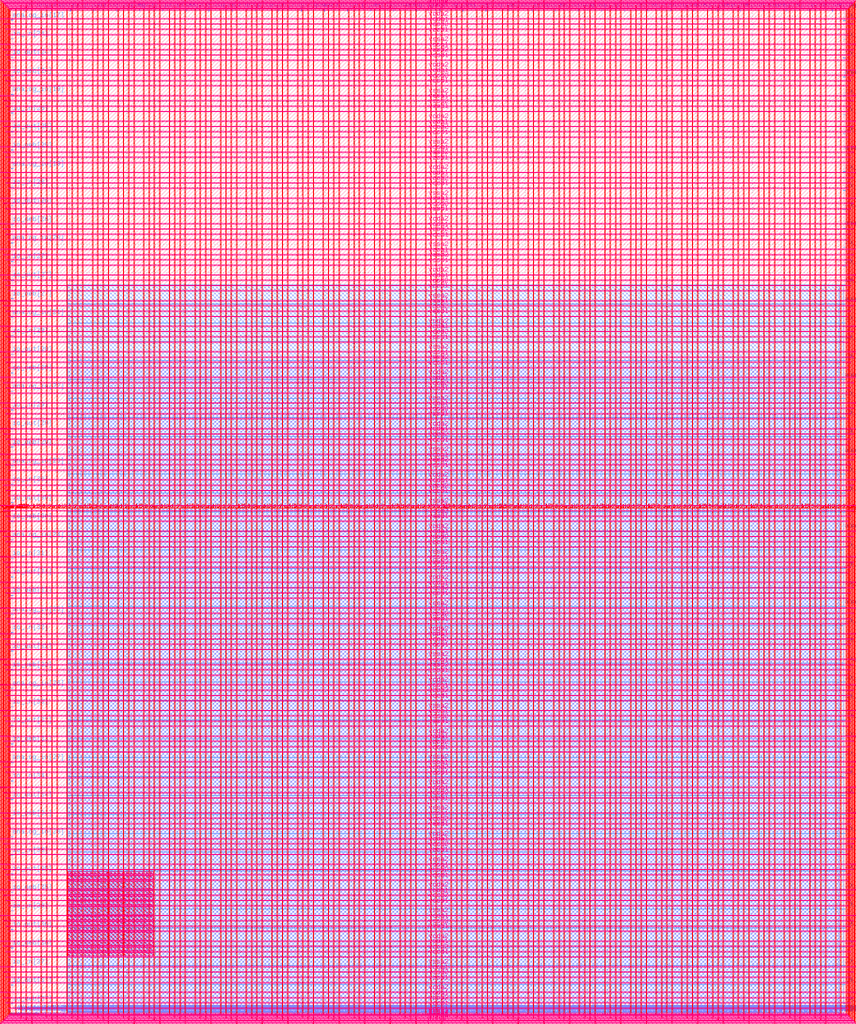
<source format=lef>
VERSION 5.7 ;
  NOWIREEXTENSIONATPIN ON ;
  DIVIDERCHAR "/" ;
  BUSBITCHARS "[]" ;
MACRO user_project_wrapper
  CLASS BLOCK ;
  FOREIGN user_project_wrapper ;
  ORIGIN 0.000 0.000 ;
  SIZE 2920.000 BY 3520.000 ;
  PIN analog_io[0]
    DIRECTION INOUT ;
    USE SIGNAL ;
    PORT
      LAYER met3 ;
        RECT 2917.600 1426.380 2924.800 1427.580 ;
    END
  END analog_io[0]
  PIN analog_io[10]
    DIRECTION INOUT ;
    USE SIGNAL ;
    PORT
      LAYER met2 ;
        RECT 2230.490 3517.600 2231.050 3524.800 ;
    END
  END analog_io[10]
  PIN analog_io[11]
    DIRECTION INOUT ;
    USE SIGNAL ;
    PORT
      LAYER met2 ;
        RECT 1905.730 3517.600 1906.290 3524.800 ;
    END
  END analog_io[11]
  PIN analog_io[12]
    DIRECTION INOUT ;
    USE SIGNAL ;
    PORT
      LAYER met2 ;
        RECT 1581.430 3517.600 1581.990 3524.800 ;
    END
  END analog_io[12]
  PIN analog_io[13]
    DIRECTION INOUT ;
    USE SIGNAL ;
    PORT
      LAYER met2 ;
        RECT 1257.130 3517.600 1257.690 3524.800 ;
    END
  END analog_io[13]
  PIN analog_io[14]
    DIRECTION INOUT ;
    USE SIGNAL ;
    PORT
      LAYER met2 ;
        RECT 932.370 3517.600 932.930 3524.800 ;
    END
  END analog_io[14]
  PIN analog_io[15]
    DIRECTION INOUT ;
    USE SIGNAL ;
    PORT
      LAYER met2 ;
        RECT 608.070 3517.600 608.630 3524.800 ;
    END
  END analog_io[15]
  PIN analog_io[16]
    DIRECTION INOUT ;
    USE SIGNAL ;
    PORT
      LAYER met2 ;
        RECT 283.770 3517.600 284.330 3524.800 ;
    END
  END analog_io[16]
  PIN analog_io[17]
    DIRECTION INOUT ;
    USE SIGNAL ;
    PORT
      LAYER met3 ;
        RECT -4.800 3486.100 2.400 3487.300 ;
    END
  END analog_io[17]
  PIN analog_io[18]
    DIRECTION INOUT ;
    USE SIGNAL ;
    PORT
      LAYER met3 ;
        RECT -4.800 3224.980 2.400 3226.180 ;
    END
  END analog_io[18]
  PIN analog_io[19]
    DIRECTION INOUT ;
    USE SIGNAL ;
    PORT
      LAYER met3 ;
        RECT -4.800 2964.540 2.400 2965.740 ;
    END
  END analog_io[19]
  PIN analog_io[1]
    DIRECTION INOUT ;
    USE SIGNAL ;
    PORT
      LAYER met3 ;
        RECT 2917.600 1692.260 2924.800 1693.460 ;
    END
  END analog_io[1]
  PIN analog_io[20]
    DIRECTION INOUT ;
    USE SIGNAL ;
    PORT
      LAYER met3 ;
        RECT -4.800 2703.420 2.400 2704.620 ;
    END
  END analog_io[20]
  PIN analog_io[21]
    DIRECTION INOUT ;
    USE SIGNAL ;
    PORT
      LAYER met3 ;
        RECT -4.800 2442.980 2.400 2444.180 ;
    END
  END analog_io[21]
  PIN analog_io[22]
    DIRECTION INOUT ;
    USE SIGNAL ;
    PORT
      LAYER met3 ;
        RECT -4.800 2182.540 2.400 2183.740 ;
    END
  END analog_io[22]
  PIN analog_io[23]
    DIRECTION INOUT ;
    USE SIGNAL ;
    PORT
      LAYER met3 ;
        RECT -4.800 1921.420 2.400 1922.620 ;
    END
  END analog_io[23]
  PIN analog_io[24]
    DIRECTION INOUT ;
    USE SIGNAL ;
    PORT
      LAYER met3 ;
        RECT -4.800 1660.980 2.400 1662.180 ;
    END
  END analog_io[24]
  PIN analog_io[25]
    DIRECTION INOUT ;
    USE SIGNAL ;
    PORT
      LAYER met3 ;
        RECT -4.800 1399.860 2.400 1401.060 ;
    END
  END analog_io[25]
  PIN analog_io[26]
    DIRECTION INOUT ;
    USE SIGNAL ;
    PORT
      LAYER met3 ;
        RECT -4.800 1139.420 2.400 1140.620 ;
    END
  END analog_io[26]
  PIN analog_io[27]
    DIRECTION INOUT ;
    USE SIGNAL ;
    PORT
      LAYER met3 ;
        RECT -4.800 878.980 2.400 880.180 ;
    END
  END analog_io[27]
  PIN analog_io[28]
    DIRECTION INOUT ;
    USE SIGNAL ;
    PORT
      LAYER met3 ;
        RECT -4.800 617.860 2.400 619.060 ;
    END
  END analog_io[28]
  PIN analog_io[2]
    DIRECTION INOUT ;
    USE SIGNAL ;
    PORT
      LAYER met3 ;
        RECT 2917.600 1958.140 2924.800 1959.340 ;
    END
  END analog_io[2]
  PIN analog_io[3]
    DIRECTION INOUT ;
    USE SIGNAL ;
    PORT
      LAYER met3 ;
        RECT 2917.600 2223.340 2924.800 2224.540 ;
    END
  END analog_io[3]
  PIN analog_io[4]
    DIRECTION INOUT ;
    USE SIGNAL ;
    PORT
      LAYER met3 ;
        RECT 2917.600 2489.220 2924.800 2490.420 ;
    END
  END analog_io[4]
  PIN analog_io[5]
    DIRECTION INOUT ;
    USE SIGNAL ;
    PORT
      LAYER met3 ;
        RECT 2917.600 2755.100 2924.800 2756.300 ;
    END
  END analog_io[5]
  PIN analog_io[6]
    DIRECTION INOUT ;
    USE SIGNAL ;
    PORT
      LAYER met3 ;
        RECT 2917.600 3020.300 2924.800 3021.500 ;
    END
  END analog_io[6]
  PIN analog_io[7]
    DIRECTION INOUT ;
    USE SIGNAL ;
    PORT
      LAYER met3 ;
        RECT 2917.600 3286.180 2924.800 3287.380 ;
    END
  END analog_io[7]
  PIN analog_io[8]
    DIRECTION INOUT ;
    USE SIGNAL ;
    PORT
      LAYER met2 ;
        RECT 2879.090 3517.600 2879.650 3524.800 ;
    END
  END analog_io[8]
  PIN analog_io[9]
    DIRECTION INOUT ;
    USE SIGNAL ;
    PORT
      LAYER met2 ;
        RECT 2554.790 3517.600 2555.350 3524.800 ;
    END
  END analog_io[9]
  PIN io_in[0]
    DIRECTION INPUT ;
    USE SIGNAL ;
    PORT
      LAYER met3 ;
        RECT 2917.600 32.380 2924.800 33.580 ;
    END
  END io_in[0]
  PIN io_in[10]
    DIRECTION INPUT ;
    USE SIGNAL ;
    PORT
      LAYER met3 ;
        RECT 2917.600 2289.980 2924.800 2291.180 ;
    END
  END io_in[10]
  PIN io_in[11]
    DIRECTION INPUT ;
    USE SIGNAL ;
    PORT
      LAYER met3 ;
        RECT 2917.600 2555.860 2924.800 2557.060 ;
    END
  END io_in[11]
  PIN io_in[12]
    DIRECTION INPUT ;
    USE SIGNAL ;
    PORT
      LAYER met3 ;
        RECT 2917.600 2821.060 2924.800 2822.260 ;
    END
  END io_in[12]
  PIN io_in[13]
    DIRECTION INPUT ;
    USE SIGNAL ;
    PORT
      LAYER met3 ;
        RECT 2917.600 3086.940 2924.800 3088.140 ;
    END
  END io_in[13]
  PIN io_in[14]
    DIRECTION INPUT ;
    USE SIGNAL ;
    PORT
      LAYER met3 ;
        RECT 2917.600 3352.820 2924.800 3354.020 ;
    END
  END io_in[14]
  PIN io_in[15]
    DIRECTION INPUT ;
    USE SIGNAL ;
    PORT
      LAYER met2 ;
        RECT 2798.130 3517.600 2798.690 3524.800 ;
    END
  END io_in[15]
  PIN io_in[16]
    DIRECTION INPUT ;
    USE SIGNAL ;
    PORT
      LAYER met2 ;
        RECT 2473.830 3517.600 2474.390 3524.800 ;
    END
  END io_in[16]
  PIN io_in[17]
    DIRECTION INPUT ;
    USE SIGNAL ;
    PORT
      LAYER met2 ;
        RECT 2149.070 3517.600 2149.630 3524.800 ;
    END
  END io_in[17]
  PIN io_in[18]
    DIRECTION INPUT ;
    USE SIGNAL ;
    PORT
      LAYER met2 ;
        RECT 1824.770 3517.600 1825.330 3524.800 ;
    END
  END io_in[18]
  PIN io_in[19]
    DIRECTION INPUT ;
    USE SIGNAL ;
    PORT
      LAYER met2 ;
        RECT 1500.470 3517.600 1501.030 3524.800 ;
    END
  END io_in[19]
  PIN io_in[1]
    DIRECTION INPUT ;
    USE SIGNAL ;
    PORT
      LAYER met3 ;
        RECT 2917.600 230.940 2924.800 232.140 ;
    END
  END io_in[1]
  PIN io_in[20]
    DIRECTION INPUT ;
    USE SIGNAL ;
    PORT
      LAYER met2 ;
        RECT 1175.710 3517.600 1176.270 3524.800 ;
    END
  END io_in[20]
  PIN io_in[21]
    DIRECTION INPUT ;
    USE SIGNAL ;
    PORT
      LAYER met2 ;
        RECT 851.410 3517.600 851.970 3524.800 ;
    END
  END io_in[21]
  PIN io_in[22]
    DIRECTION INPUT ;
    USE SIGNAL ;
    PORT
      LAYER met2 ;
        RECT 527.110 3517.600 527.670 3524.800 ;
    END
  END io_in[22]
  PIN io_in[23]
    DIRECTION INPUT ;
    USE SIGNAL ;
    PORT
      LAYER met2 ;
        RECT 202.350 3517.600 202.910 3524.800 ;
    END
  END io_in[23]
  PIN io_in[24]
    DIRECTION INPUT ;
    USE SIGNAL ;
    PORT
      LAYER met3 ;
        RECT -4.800 3420.820 2.400 3422.020 ;
    END
  END io_in[24]
  PIN io_in[25]
    DIRECTION INPUT ;
    USE SIGNAL ;
    PORT
      LAYER met3 ;
        RECT -4.800 3159.700 2.400 3160.900 ;
    END
  END io_in[25]
  PIN io_in[26]
    DIRECTION INPUT ;
    USE SIGNAL ;
    PORT
      LAYER met3 ;
        RECT -4.800 2899.260 2.400 2900.460 ;
    END
  END io_in[26]
  PIN io_in[27]
    DIRECTION INPUT ;
    USE SIGNAL ;
    PORT
      LAYER met3 ;
        RECT -4.800 2638.820 2.400 2640.020 ;
    END
  END io_in[27]
  PIN io_in[28]
    DIRECTION INPUT ;
    USE SIGNAL ;
    PORT
      LAYER met3 ;
        RECT -4.800 2377.700 2.400 2378.900 ;
    END
  END io_in[28]
  PIN io_in[29]
    DIRECTION INPUT ;
    USE SIGNAL ;
    PORT
      LAYER met3 ;
        RECT -4.800 2117.260 2.400 2118.460 ;
    END
  END io_in[29]
  PIN io_in[2]
    DIRECTION INPUT ;
    USE SIGNAL ;
    PORT
      LAYER met3 ;
        RECT 2917.600 430.180 2924.800 431.380 ;
    END
  END io_in[2]
  PIN io_in[30]
    DIRECTION INPUT ;
    USE SIGNAL ;
    PORT
      LAYER met3 ;
        RECT -4.800 1856.140 2.400 1857.340 ;
    END
  END io_in[30]
  PIN io_in[31]
    DIRECTION INPUT ;
    USE SIGNAL ;
    PORT
      LAYER met3 ;
        RECT -4.800 1595.700 2.400 1596.900 ;
    END
  END io_in[31]
  PIN io_in[32]
    DIRECTION INPUT ;
    USE SIGNAL ;
    PORT
      LAYER met3 ;
        RECT -4.800 1335.260 2.400 1336.460 ;
    END
  END io_in[32]
  PIN io_in[33]
    DIRECTION INPUT ;
    USE SIGNAL ;
    PORT
      LAYER met3 ;
        RECT -4.800 1074.140 2.400 1075.340 ;
    END
  END io_in[33]
  PIN io_in[34]
    DIRECTION INPUT ;
    USE SIGNAL ;
    PORT
      LAYER met3 ;
        RECT -4.800 813.700 2.400 814.900 ;
    END
  END io_in[34]
  PIN io_in[35]
    DIRECTION INPUT ;
    USE SIGNAL ;
    PORT
      LAYER met3 ;
        RECT -4.800 552.580 2.400 553.780 ;
    END
  END io_in[35]
  PIN io_in[36]
    DIRECTION INPUT ;
    USE SIGNAL ;
    PORT
      LAYER met3 ;
        RECT -4.800 357.420 2.400 358.620 ;
    END
  END io_in[36]
  PIN io_in[37]
    DIRECTION INPUT ;
    USE SIGNAL ;
    PORT
      LAYER met3 ;
        RECT -4.800 161.580 2.400 162.780 ;
    END
  END io_in[37]
  PIN io_in[3]
    DIRECTION INPUT ;
    USE SIGNAL ;
    PORT
      LAYER met3 ;
        RECT 2917.600 629.420 2924.800 630.620 ;
    END
  END io_in[3]
  PIN io_in[4]
    DIRECTION INPUT ;
    USE SIGNAL ;
    PORT
      LAYER met3 ;
        RECT 2917.600 828.660 2924.800 829.860 ;
    END
  END io_in[4]
  PIN io_in[5]
    DIRECTION INPUT ;
    USE SIGNAL ;
    PORT
      LAYER met3 ;
        RECT 2917.600 1027.900 2924.800 1029.100 ;
    END
  END io_in[5]
  PIN io_in[6]
    DIRECTION INPUT ;
    USE SIGNAL ;
    PORT
      LAYER met3 ;
        RECT 2917.600 1227.140 2924.800 1228.340 ;
    END
  END io_in[6]
  PIN io_in[7]
    DIRECTION INPUT ;
    USE SIGNAL ;
    PORT
      LAYER met3 ;
        RECT 2917.600 1493.020 2924.800 1494.220 ;
    END
  END io_in[7]
  PIN io_in[8]
    DIRECTION INPUT ;
    USE SIGNAL ;
    PORT
      LAYER met3 ;
        RECT 2917.600 1758.900 2924.800 1760.100 ;
    END
  END io_in[8]
  PIN io_in[9]
    DIRECTION INPUT ;
    USE SIGNAL ;
    PORT
      LAYER met3 ;
        RECT 2917.600 2024.100 2924.800 2025.300 ;
    END
  END io_in[9]
  PIN io_oeb[0]
    DIRECTION OUTPUT TRISTATE ;
    USE SIGNAL ;
    PORT
      LAYER met3 ;
        RECT 2917.600 164.980 2924.800 166.180 ;
    END
  END io_oeb[0]
  PIN io_oeb[10]
    DIRECTION OUTPUT TRISTATE ;
    USE SIGNAL ;
    PORT
      LAYER met3 ;
        RECT 2917.600 2422.580 2924.800 2423.780 ;
    END
  END io_oeb[10]
  PIN io_oeb[11]
    DIRECTION OUTPUT TRISTATE ;
    USE SIGNAL ;
    PORT
      LAYER met3 ;
        RECT 2917.600 2688.460 2924.800 2689.660 ;
    END
  END io_oeb[11]
  PIN io_oeb[12]
    DIRECTION OUTPUT TRISTATE ;
    USE SIGNAL ;
    PORT
      LAYER met3 ;
        RECT 2917.600 2954.340 2924.800 2955.540 ;
    END
  END io_oeb[12]
  PIN io_oeb[13]
    DIRECTION OUTPUT TRISTATE ;
    USE SIGNAL ;
    PORT
      LAYER met3 ;
        RECT 2917.600 3219.540 2924.800 3220.740 ;
    END
  END io_oeb[13]
  PIN io_oeb[14]
    DIRECTION OUTPUT TRISTATE ;
    USE SIGNAL ;
    PORT
      LAYER met3 ;
        RECT 2917.600 3485.420 2924.800 3486.620 ;
    END
  END io_oeb[14]
  PIN io_oeb[15]
    DIRECTION OUTPUT TRISTATE ;
    USE SIGNAL ;
    PORT
      LAYER met2 ;
        RECT 2635.750 3517.600 2636.310 3524.800 ;
    END
  END io_oeb[15]
  PIN io_oeb[16]
    DIRECTION OUTPUT TRISTATE ;
    USE SIGNAL ;
    PORT
      LAYER met2 ;
        RECT 2311.450 3517.600 2312.010 3524.800 ;
    END
  END io_oeb[16]
  PIN io_oeb[17]
    DIRECTION OUTPUT TRISTATE ;
    USE SIGNAL ;
    PORT
      LAYER met2 ;
        RECT 1987.150 3517.600 1987.710 3524.800 ;
    END
  END io_oeb[17]
  PIN io_oeb[18]
    DIRECTION OUTPUT TRISTATE ;
    USE SIGNAL ;
    PORT
      LAYER met2 ;
        RECT 1662.390 3517.600 1662.950 3524.800 ;
    END
  END io_oeb[18]
  PIN io_oeb[19]
    DIRECTION OUTPUT TRISTATE ;
    USE SIGNAL ;
    PORT
      LAYER met2 ;
        RECT 1338.090 3517.600 1338.650 3524.800 ;
    END
  END io_oeb[19]
  PIN io_oeb[1]
    DIRECTION OUTPUT TRISTATE ;
    USE SIGNAL ;
    PORT
      LAYER met3 ;
        RECT 2917.600 364.220 2924.800 365.420 ;
    END
  END io_oeb[1]
  PIN io_oeb[20]
    DIRECTION OUTPUT TRISTATE ;
    USE SIGNAL ;
    PORT
      LAYER met2 ;
        RECT 1013.790 3517.600 1014.350 3524.800 ;
    END
  END io_oeb[20]
  PIN io_oeb[21]
    DIRECTION OUTPUT TRISTATE ;
    USE SIGNAL ;
    PORT
      LAYER met2 ;
        RECT 689.030 3517.600 689.590 3524.800 ;
    END
  END io_oeb[21]
  PIN io_oeb[22]
    DIRECTION OUTPUT TRISTATE ;
    USE SIGNAL ;
    PORT
      LAYER met2 ;
        RECT 364.730 3517.600 365.290 3524.800 ;
    END
  END io_oeb[22]
  PIN io_oeb[23]
    DIRECTION OUTPUT TRISTATE ;
    USE SIGNAL ;
    PORT
      LAYER met2 ;
        RECT 40.430 3517.600 40.990 3524.800 ;
    END
  END io_oeb[23]
  PIN io_oeb[24]
    DIRECTION OUTPUT TRISTATE ;
    USE SIGNAL ;
    PORT
      LAYER met3 ;
        RECT -4.800 3290.260 2.400 3291.460 ;
    END
  END io_oeb[24]
  PIN io_oeb[25]
    DIRECTION OUTPUT TRISTATE ;
    USE SIGNAL ;
    PORT
      LAYER met3 ;
        RECT -4.800 3029.820 2.400 3031.020 ;
    END
  END io_oeb[25]
  PIN io_oeb[26]
    DIRECTION OUTPUT TRISTATE ;
    USE SIGNAL ;
    PORT
      LAYER met3 ;
        RECT -4.800 2768.700 2.400 2769.900 ;
    END
  END io_oeb[26]
  PIN io_oeb[27]
    DIRECTION OUTPUT TRISTATE ;
    USE SIGNAL ;
    PORT
      LAYER met3 ;
        RECT -4.800 2508.260 2.400 2509.460 ;
    END
  END io_oeb[27]
  PIN io_oeb[28]
    DIRECTION OUTPUT TRISTATE ;
    USE SIGNAL ;
    PORT
      LAYER met3 ;
        RECT -4.800 2247.140 2.400 2248.340 ;
    END
  END io_oeb[28]
  PIN io_oeb[29]
    DIRECTION OUTPUT TRISTATE ;
    USE SIGNAL ;
    PORT
      LAYER met3 ;
        RECT -4.800 1986.700 2.400 1987.900 ;
    END
  END io_oeb[29]
  PIN io_oeb[2]
    DIRECTION OUTPUT TRISTATE ;
    USE SIGNAL ;
    PORT
      LAYER met3 ;
        RECT 2917.600 563.460 2924.800 564.660 ;
    END
  END io_oeb[2]
  PIN io_oeb[30]
    DIRECTION OUTPUT TRISTATE ;
    USE SIGNAL ;
    PORT
      LAYER met3 ;
        RECT -4.800 1726.260 2.400 1727.460 ;
    END
  END io_oeb[30]
  PIN io_oeb[31]
    DIRECTION OUTPUT TRISTATE ;
    USE SIGNAL ;
    PORT
      LAYER met3 ;
        RECT -4.800 1465.140 2.400 1466.340 ;
    END
  END io_oeb[31]
  PIN io_oeb[32]
    DIRECTION OUTPUT TRISTATE ;
    USE SIGNAL ;
    PORT
      LAYER met3 ;
        RECT -4.800 1204.700 2.400 1205.900 ;
    END
  END io_oeb[32]
  PIN io_oeb[33]
    DIRECTION OUTPUT TRISTATE ;
    USE SIGNAL ;
    PORT
      LAYER met3 ;
        RECT -4.800 943.580 2.400 944.780 ;
    END
  END io_oeb[33]
  PIN io_oeb[34]
    DIRECTION OUTPUT TRISTATE ;
    USE SIGNAL ;
    PORT
      LAYER met3 ;
        RECT -4.800 683.140 2.400 684.340 ;
    END
  END io_oeb[34]
  PIN io_oeb[35]
    DIRECTION OUTPUT TRISTATE ;
    USE SIGNAL ;
    PORT
      LAYER met3 ;
        RECT -4.800 422.700 2.400 423.900 ;
    END
  END io_oeb[35]
  PIN io_oeb[36]
    DIRECTION OUTPUT TRISTATE ;
    USE SIGNAL ;
    PORT
      LAYER met3 ;
        RECT -4.800 226.860 2.400 228.060 ;
    END
  END io_oeb[36]
  PIN io_oeb[37]
    DIRECTION OUTPUT TRISTATE ;
    USE SIGNAL ;
    PORT
      LAYER met3 ;
        RECT -4.800 31.700 2.400 32.900 ;
    END
  END io_oeb[37]
  PIN io_oeb[3]
    DIRECTION OUTPUT TRISTATE ;
    USE SIGNAL ;
    PORT
      LAYER met3 ;
        RECT 2917.600 762.700 2924.800 763.900 ;
    END
  END io_oeb[3]
  PIN io_oeb[4]
    DIRECTION OUTPUT TRISTATE ;
    USE SIGNAL ;
    PORT
      LAYER met3 ;
        RECT 2917.600 961.940 2924.800 963.140 ;
    END
  END io_oeb[4]
  PIN io_oeb[5]
    DIRECTION OUTPUT TRISTATE ;
    USE SIGNAL ;
    PORT
      LAYER met3 ;
        RECT 2917.600 1161.180 2924.800 1162.380 ;
    END
  END io_oeb[5]
  PIN io_oeb[6]
    DIRECTION OUTPUT TRISTATE ;
    USE SIGNAL ;
    PORT
      LAYER met3 ;
        RECT 2917.600 1360.420 2924.800 1361.620 ;
    END
  END io_oeb[6]
  PIN io_oeb[7]
    DIRECTION OUTPUT TRISTATE ;
    USE SIGNAL ;
    PORT
      LAYER met3 ;
        RECT 2917.600 1625.620 2924.800 1626.820 ;
    END
  END io_oeb[7]
  PIN io_oeb[8]
    DIRECTION OUTPUT TRISTATE ;
    USE SIGNAL ;
    PORT
      LAYER met3 ;
        RECT 2917.600 1891.500 2924.800 1892.700 ;
    END
  END io_oeb[8]
  PIN io_oeb[9]
    DIRECTION OUTPUT TRISTATE ;
    USE SIGNAL ;
    PORT
      LAYER met3 ;
        RECT 2917.600 2157.380 2924.800 2158.580 ;
    END
  END io_oeb[9]
  PIN io_out[0]
    DIRECTION OUTPUT TRISTATE ;
    USE SIGNAL ;
    PORT
      LAYER met3 ;
        RECT 2917.600 98.340 2924.800 99.540 ;
    END
  END io_out[0]
  PIN io_out[10]
    DIRECTION OUTPUT TRISTATE ;
    USE SIGNAL ;
    PORT
      LAYER met3 ;
        RECT 2917.600 2356.620 2924.800 2357.820 ;
    END
  END io_out[10]
  PIN io_out[11]
    DIRECTION OUTPUT TRISTATE ;
    USE SIGNAL ;
    PORT
      LAYER met3 ;
        RECT 2917.600 2621.820 2924.800 2623.020 ;
    END
  END io_out[11]
  PIN io_out[12]
    DIRECTION OUTPUT TRISTATE ;
    USE SIGNAL ;
    PORT
      LAYER met3 ;
        RECT 2917.600 2887.700 2924.800 2888.900 ;
    END
  END io_out[12]
  PIN io_out[13]
    DIRECTION OUTPUT TRISTATE ;
    USE SIGNAL ;
    PORT
      LAYER met3 ;
        RECT 2917.600 3153.580 2924.800 3154.780 ;
    END
  END io_out[13]
  PIN io_out[14]
    DIRECTION OUTPUT TRISTATE ;
    USE SIGNAL ;
    PORT
      LAYER met3 ;
        RECT 2917.600 3418.780 2924.800 3419.980 ;
    END
  END io_out[14]
  PIN io_out[15]
    DIRECTION OUTPUT TRISTATE ;
    USE SIGNAL ;
    PORT
      LAYER met2 ;
        RECT 2717.170 3517.600 2717.730 3524.800 ;
    END
  END io_out[15]
  PIN io_out[16]
    DIRECTION OUTPUT TRISTATE ;
    USE SIGNAL ;
    PORT
      LAYER met2 ;
        RECT 2392.410 3517.600 2392.970 3524.800 ;
    END
  END io_out[16]
  PIN io_out[17]
    DIRECTION OUTPUT TRISTATE ;
    USE SIGNAL ;
    PORT
      LAYER met2 ;
        RECT 2068.110 3517.600 2068.670 3524.800 ;
    END
  END io_out[17]
  PIN io_out[18]
    DIRECTION OUTPUT TRISTATE ;
    USE SIGNAL ;
    PORT
      LAYER met2 ;
        RECT 1743.810 3517.600 1744.370 3524.800 ;
    END
  END io_out[18]
  PIN io_out[19]
    DIRECTION OUTPUT TRISTATE ;
    USE SIGNAL ;
    PORT
      LAYER met2 ;
        RECT 1419.050 3517.600 1419.610 3524.800 ;
    END
  END io_out[19]
  PIN io_out[1]
    DIRECTION OUTPUT TRISTATE ;
    USE SIGNAL ;
    PORT
      LAYER met3 ;
        RECT 2917.600 297.580 2924.800 298.780 ;
    END
  END io_out[1]
  PIN io_out[20]
    DIRECTION OUTPUT TRISTATE ;
    USE SIGNAL ;
    PORT
      LAYER met2 ;
        RECT 1094.750 3517.600 1095.310 3524.800 ;
    END
  END io_out[20]
  PIN io_out[21]
    DIRECTION OUTPUT TRISTATE ;
    USE SIGNAL ;
    PORT
      LAYER met2 ;
        RECT 770.450 3517.600 771.010 3524.800 ;
    END
  END io_out[21]
  PIN io_out[22]
    DIRECTION OUTPUT TRISTATE ;
    USE SIGNAL ;
    PORT
      LAYER met2 ;
        RECT 445.690 3517.600 446.250 3524.800 ;
    END
  END io_out[22]
  PIN io_out[23]
    DIRECTION OUTPUT TRISTATE ;
    USE SIGNAL ;
    PORT
      LAYER met2 ;
        RECT 121.390 3517.600 121.950 3524.800 ;
    END
  END io_out[23]
  PIN io_out[24]
    DIRECTION OUTPUT TRISTATE ;
    USE SIGNAL ;
    PORT
      LAYER met3 ;
        RECT -4.800 3355.540 2.400 3356.740 ;
    END
  END io_out[24]
  PIN io_out[25]
    DIRECTION OUTPUT TRISTATE ;
    USE SIGNAL ;
    PORT
      LAYER met3 ;
        RECT -4.800 3095.100 2.400 3096.300 ;
    END
  END io_out[25]
  PIN io_out[26]
    DIRECTION OUTPUT TRISTATE ;
    USE SIGNAL ;
    PORT
      LAYER met3 ;
        RECT -4.800 2833.980 2.400 2835.180 ;
    END
  END io_out[26]
  PIN io_out[27]
    DIRECTION OUTPUT TRISTATE ;
    USE SIGNAL ;
    PORT
      LAYER met3 ;
        RECT -4.800 2573.540 2.400 2574.740 ;
    END
  END io_out[27]
  PIN io_out[28]
    DIRECTION OUTPUT TRISTATE ;
    USE SIGNAL ;
    PORT
      LAYER met3 ;
        RECT -4.800 2312.420 2.400 2313.620 ;
    END
  END io_out[28]
  PIN io_out[29]
    DIRECTION OUTPUT TRISTATE ;
    USE SIGNAL ;
    PORT
      LAYER met3 ;
        RECT -4.800 2051.980 2.400 2053.180 ;
    END
  END io_out[29]
  PIN io_out[2]
    DIRECTION OUTPUT TRISTATE ;
    USE SIGNAL ;
    PORT
      LAYER met3 ;
        RECT 2917.600 496.820 2924.800 498.020 ;
    END
  END io_out[2]
  PIN io_out[30]
    DIRECTION OUTPUT TRISTATE ;
    USE SIGNAL ;
    PORT
      LAYER met3 ;
        RECT -4.800 1791.540 2.400 1792.740 ;
    END
  END io_out[30]
  PIN io_out[31]
    DIRECTION OUTPUT TRISTATE ;
    USE SIGNAL ;
    PORT
      LAYER met3 ;
        RECT -4.800 1530.420 2.400 1531.620 ;
    END
  END io_out[31]
  PIN io_out[32]
    DIRECTION OUTPUT TRISTATE ;
    USE SIGNAL ;
    PORT
      LAYER met3 ;
        RECT -4.800 1269.980 2.400 1271.180 ;
    END
  END io_out[32]
  PIN io_out[33]
    DIRECTION OUTPUT TRISTATE ;
    USE SIGNAL ;
    PORT
      LAYER met3 ;
        RECT -4.800 1008.860 2.400 1010.060 ;
    END
  END io_out[33]
  PIN io_out[34]
    DIRECTION OUTPUT TRISTATE ;
    USE SIGNAL ;
    PORT
      LAYER met3 ;
        RECT -4.800 748.420 2.400 749.620 ;
    END
  END io_out[34]
  PIN io_out[35]
    DIRECTION OUTPUT TRISTATE ;
    USE SIGNAL ;
    PORT
      LAYER met3 ;
        RECT -4.800 487.300 2.400 488.500 ;
    END
  END io_out[35]
  PIN io_out[36]
    DIRECTION OUTPUT TRISTATE ;
    USE SIGNAL ;
    PORT
      LAYER met3 ;
        RECT -4.800 292.140 2.400 293.340 ;
    END
  END io_out[36]
  PIN io_out[37]
    DIRECTION OUTPUT TRISTATE ;
    USE SIGNAL ;
    PORT
      LAYER met3 ;
        RECT -4.800 96.300 2.400 97.500 ;
    END
  END io_out[37]
  PIN io_out[3]
    DIRECTION OUTPUT TRISTATE ;
    USE SIGNAL ;
    PORT
      LAYER met3 ;
        RECT 2917.600 696.060 2924.800 697.260 ;
    END
  END io_out[3]
  PIN io_out[4]
    DIRECTION OUTPUT TRISTATE ;
    USE SIGNAL ;
    PORT
      LAYER met3 ;
        RECT 2917.600 895.300 2924.800 896.500 ;
    END
  END io_out[4]
  PIN io_out[5]
    DIRECTION OUTPUT TRISTATE ;
    USE SIGNAL ;
    PORT
      LAYER met3 ;
        RECT 2917.600 1094.540 2924.800 1095.740 ;
    END
  END io_out[5]
  PIN io_out[6]
    DIRECTION OUTPUT TRISTATE ;
    USE SIGNAL ;
    PORT
      LAYER met3 ;
        RECT 2917.600 1293.780 2924.800 1294.980 ;
    END
  END io_out[6]
  PIN io_out[7]
    DIRECTION OUTPUT TRISTATE ;
    USE SIGNAL ;
    PORT
      LAYER met3 ;
        RECT 2917.600 1559.660 2924.800 1560.860 ;
    END
  END io_out[7]
  PIN io_out[8]
    DIRECTION OUTPUT TRISTATE ;
    USE SIGNAL ;
    PORT
      LAYER met3 ;
        RECT 2917.600 1824.860 2924.800 1826.060 ;
    END
  END io_out[8]
  PIN io_out[9]
    DIRECTION OUTPUT TRISTATE ;
    USE SIGNAL ;
    PORT
      LAYER met3 ;
        RECT 2917.600 2090.740 2924.800 2091.940 ;
    END
  END io_out[9]
  PIN la_data_in[0]
    DIRECTION INPUT ;
    USE SIGNAL ;
    PORT
      LAYER met2 ;
        RECT 629.230 -4.800 629.790 2.400 ;
    END
  END la_data_in[0]
  PIN la_data_in[100]
    DIRECTION INPUT ;
    USE SIGNAL ;
    PORT
      LAYER met2 ;
        RECT 2402.530 -4.800 2403.090 2.400 ;
    END
  END la_data_in[100]
  PIN la_data_in[101]
    DIRECTION INPUT ;
    USE SIGNAL ;
    PORT
      LAYER met2 ;
        RECT 2420.010 -4.800 2420.570 2.400 ;
    END
  END la_data_in[101]
  PIN la_data_in[102]
    DIRECTION INPUT ;
    USE SIGNAL ;
    PORT
      LAYER met2 ;
        RECT 2437.950 -4.800 2438.510 2.400 ;
    END
  END la_data_in[102]
  PIN la_data_in[103]
    DIRECTION INPUT ;
    USE SIGNAL ;
    PORT
      LAYER met2 ;
        RECT 2455.430 -4.800 2455.990 2.400 ;
    END
  END la_data_in[103]
  PIN la_data_in[104]
    DIRECTION INPUT ;
    USE SIGNAL ;
    PORT
      LAYER met2 ;
        RECT 2473.370 -4.800 2473.930 2.400 ;
    END
  END la_data_in[104]
  PIN la_data_in[105]
    DIRECTION INPUT ;
    USE SIGNAL ;
    PORT
      LAYER met2 ;
        RECT 2490.850 -4.800 2491.410 2.400 ;
    END
  END la_data_in[105]
  PIN la_data_in[106]
    DIRECTION INPUT ;
    USE SIGNAL ;
    PORT
      LAYER met2 ;
        RECT 2508.790 -4.800 2509.350 2.400 ;
    END
  END la_data_in[106]
  PIN la_data_in[107]
    DIRECTION INPUT ;
    USE SIGNAL ;
    PORT
      LAYER met2 ;
        RECT 2526.730 -4.800 2527.290 2.400 ;
    END
  END la_data_in[107]
  PIN la_data_in[108]
    DIRECTION INPUT ;
    USE SIGNAL ;
    PORT
      LAYER met2 ;
        RECT 2544.210 -4.800 2544.770 2.400 ;
    END
  END la_data_in[108]
  PIN la_data_in[109]
    DIRECTION INPUT ;
    USE SIGNAL ;
    PORT
      LAYER met2 ;
        RECT 2562.150 -4.800 2562.710 2.400 ;
    END
  END la_data_in[109]
  PIN la_data_in[10]
    DIRECTION INPUT ;
    USE SIGNAL ;
    PORT
      LAYER met2 ;
        RECT 806.330 -4.800 806.890 2.400 ;
    END
  END la_data_in[10]
  PIN la_data_in[110]
    DIRECTION INPUT ;
    USE SIGNAL ;
    PORT
      LAYER met2 ;
        RECT 2579.630 -4.800 2580.190 2.400 ;
    END
  END la_data_in[110]
  PIN la_data_in[111]
    DIRECTION INPUT ;
    USE SIGNAL ;
    PORT
      LAYER met2 ;
        RECT 2597.570 -4.800 2598.130 2.400 ;
    END
  END la_data_in[111]
  PIN la_data_in[112]
    DIRECTION INPUT ;
    USE SIGNAL ;
    PORT
      LAYER met2 ;
        RECT 2615.050 -4.800 2615.610 2.400 ;
    END
  END la_data_in[112]
  PIN la_data_in[113]
    DIRECTION INPUT ;
    USE SIGNAL ;
    PORT
      LAYER met2 ;
        RECT 2632.990 -4.800 2633.550 2.400 ;
    END
  END la_data_in[113]
  PIN la_data_in[114]
    DIRECTION INPUT ;
    USE SIGNAL ;
    PORT
      LAYER met2 ;
        RECT 2650.470 -4.800 2651.030 2.400 ;
    END
  END la_data_in[114]
  PIN la_data_in[115]
    DIRECTION INPUT ;
    USE SIGNAL ;
    PORT
      LAYER met2 ;
        RECT 2668.410 -4.800 2668.970 2.400 ;
    END
  END la_data_in[115]
  PIN la_data_in[116]
    DIRECTION INPUT ;
    USE SIGNAL ;
    PORT
      LAYER met2 ;
        RECT 2685.890 -4.800 2686.450 2.400 ;
    END
  END la_data_in[116]
  PIN la_data_in[117]
    DIRECTION INPUT ;
    USE SIGNAL ;
    PORT
      LAYER met2 ;
        RECT 2703.830 -4.800 2704.390 2.400 ;
    END
  END la_data_in[117]
  PIN la_data_in[118]
    DIRECTION INPUT ;
    USE SIGNAL ;
    PORT
      LAYER met2 ;
        RECT 2721.770 -4.800 2722.330 2.400 ;
    END
  END la_data_in[118]
  PIN la_data_in[119]
    DIRECTION INPUT ;
    USE SIGNAL ;
    PORT
      LAYER met2 ;
        RECT 2739.250 -4.800 2739.810 2.400 ;
    END
  END la_data_in[119]
  PIN la_data_in[11]
    DIRECTION INPUT ;
    USE SIGNAL ;
    PORT
      LAYER met2 ;
        RECT 824.270 -4.800 824.830 2.400 ;
    END
  END la_data_in[11]
  PIN la_data_in[120]
    DIRECTION INPUT ;
    USE SIGNAL ;
    PORT
      LAYER met2 ;
        RECT 2757.190 -4.800 2757.750 2.400 ;
    END
  END la_data_in[120]
  PIN la_data_in[121]
    DIRECTION INPUT ;
    USE SIGNAL ;
    PORT
      LAYER met2 ;
        RECT 2774.670 -4.800 2775.230 2.400 ;
    END
  END la_data_in[121]
  PIN la_data_in[122]
    DIRECTION INPUT ;
    USE SIGNAL ;
    PORT
      LAYER met2 ;
        RECT 2792.610 -4.800 2793.170 2.400 ;
    END
  END la_data_in[122]
  PIN la_data_in[123]
    DIRECTION INPUT ;
    USE SIGNAL ;
    PORT
      LAYER met2 ;
        RECT 2810.090 -4.800 2810.650 2.400 ;
    END
  END la_data_in[123]
  PIN la_data_in[124]
    DIRECTION INPUT ;
    USE SIGNAL ;
    PORT
      LAYER met2 ;
        RECT 2828.030 -4.800 2828.590 2.400 ;
    END
  END la_data_in[124]
  PIN la_data_in[125]
    DIRECTION INPUT ;
    USE SIGNAL ;
    PORT
      LAYER met2 ;
        RECT 2845.510 -4.800 2846.070 2.400 ;
    END
  END la_data_in[125]
  PIN la_data_in[126]
    DIRECTION INPUT ;
    USE SIGNAL ;
    PORT
      LAYER met2 ;
        RECT 2863.450 -4.800 2864.010 2.400 ;
    END
  END la_data_in[126]
  PIN la_data_in[127]
    DIRECTION INPUT ;
    USE SIGNAL ;
    PORT
      LAYER met2 ;
        RECT 2881.390 -4.800 2881.950 2.400 ;
    END
  END la_data_in[127]
  PIN la_data_in[12]
    DIRECTION INPUT ;
    USE SIGNAL ;
    PORT
      LAYER met2 ;
        RECT 841.750 -4.800 842.310 2.400 ;
    END
  END la_data_in[12]
  PIN la_data_in[13]
    DIRECTION INPUT ;
    USE SIGNAL ;
    PORT
      LAYER met2 ;
        RECT 859.690 -4.800 860.250 2.400 ;
    END
  END la_data_in[13]
  PIN la_data_in[14]
    DIRECTION INPUT ;
    USE SIGNAL ;
    PORT
      LAYER met2 ;
        RECT 877.170 -4.800 877.730 2.400 ;
    END
  END la_data_in[14]
  PIN la_data_in[15]
    DIRECTION INPUT ;
    USE SIGNAL ;
    PORT
      LAYER met2 ;
        RECT 895.110 -4.800 895.670 2.400 ;
    END
  END la_data_in[15]
  PIN la_data_in[16]
    DIRECTION INPUT ;
    USE SIGNAL ;
    PORT
      LAYER met2 ;
        RECT 912.590 -4.800 913.150 2.400 ;
    END
  END la_data_in[16]
  PIN la_data_in[17]
    DIRECTION INPUT ;
    USE SIGNAL ;
    PORT
      LAYER met2 ;
        RECT 930.530 -4.800 931.090 2.400 ;
    END
  END la_data_in[17]
  PIN la_data_in[18]
    DIRECTION INPUT ;
    USE SIGNAL ;
    PORT
      LAYER met2 ;
        RECT 948.470 -4.800 949.030 2.400 ;
    END
  END la_data_in[18]
  PIN la_data_in[19]
    DIRECTION INPUT ;
    USE SIGNAL ;
    PORT
      LAYER met2 ;
        RECT 965.950 -4.800 966.510 2.400 ;
    END
  END la_data_in[19]
  PIN la_data_in[1]
    DIRECTION INPUT ;
    USE SIGNAL ;
    PORT
      LAYER met2 ;
        RECT 646.710 -4.800 647.270 2.400 ;
    END
  END la_data_in[1]
  PIN la_data_in[20]
    DIRECTION INPUT ;
    USE SIGNAL ;
    PORT
      LAYER met2 ;
        RECT 983.890 -4.800 984.450 2.400 ;
    END
  END la_data_in[20]
  PIN la_data_in[21]
    DIRECTION INPUT ;
    USE SIGNAL ;
    PORT
      LAYER met2 ;
        RECT 1001.370 -4.800 1001.930 2.400 ;
    END
  END la_data_in[21]
  PIN la_data_in[22]
    DIRECTION INPUT ;
    USE SIGNAL ;
    PORT
      LAYER met2 ;
        RECT 1019.310 -4.800 1019.870 2.400 ;
    END
  END la_data_in[22]
  PIN la_data_in[23]
    DIRECTION INPUT ;
    USE SIGNAL ;
    PORT
      LAYER met2 ;
        RECT 1036.790 -4.800 1037.350 2.400 ;
    END
  END la_data_in[23]
  PIN la_data_in[24]
    DIRECTION INPUT ;
    USE SIGNAL ;
    PORT
      LAYER met2 ;
        RECT 1054.730 -4.800 1055.290 2.400 ;
    END
  END la_data_in[24]
  PIN la_data_in[25]
    DIRECTION INPUT ;
    USE SIGNAL ;
    PORT
      LAYER met2 ;
        RECT 1072.210 -4.800 1072.770 2.400 ;
    END
  END la_data_in[25]
  PIN la_data_in[26]
    DIRECTION INPUT ;
    USE SIGNAL ;
    PORT
      LAYER met2 ;
        RECT 1090.150 -4.800 1090.710 2.400 ;
    END
  END la_data_in[26]
  PIN la_data_in[27]
    DIRECTION INPUT ;
    USE SIGNAL ;
    PORT
      LAYER met2 ;
        RECT 1107.630 -4.800 1108.190 2.400 ;
    END
  END la_data_in[27]
  PIN la_data_in[28]
    DIRECTION INPUT ;
    USE SIGNAL ;
    PORT
      LAYER met2 ;
        RECT 1125.570 -4.800 1126.130 2.400 ;
    END
  END la_data_in[28]
  PIN la_data_in[29]
    DIRECTION INPUT ;
    USE SIGNAL ;
    PORT
      LAYER met2 ;
        RECT 1143.510 -4.800 1144.070 2.400 ;
    END
  END la_data_in[29]
  PIN la_data_in[2]
    DIRECTION INPUT ;
    USE SIGNAL ;
    PORT
      LAYER met2 ;
        RECT 664.650 -4.800 665.210 2.400 ;
    END
  END la_data_in[2]
  PIN la_data_in[30]
    DIRECTION INPUT ;
    USE SIGNAL ;
    PORT
      LAYER met2 ;
        RECT 1160.990 -4.800 1161.550 2.400 ;
    END
  END la_data_in[30]
  PIN la_data_in[31]
    DIRECTION INPUT ;
    USE SIGNAL ;
    PORT
      LAYER met2 ;
        RECT 1178.930 -4.800 1179.490 2.400 ;
    END
  END la_data_in[31]
  PIN la_data_in[32]
    DIRECTION INPUT ;
    USE SIGNAL ;
    PORT
      LAYER met2 ;
        RECT 1196.410 -4.800 1196.970 2.400 ;
    END
  END la_data_in[32]
  PIN la_data_in[33]
    DIRECTION INPUT ;
    USE SIGNAL ;
    PORT
      LAYER met2 ;
        RECT 1214.350 -4.800 1214.910 2.400 ;
    END
  END la_data_in[33]
  PIN la_data_in[34]
    DIRECTION INPUT ;
    USE SIGNAL ;
    PORT
      LAYER met2 ;
        RECT 1231.830 -4.800 1232.390 2.400 ;
    END
  END la_data_in[34]
  PIN la_data_in[35]
    DIRECTION INPUT ;
    USE SIGNAL ;
    PORT
      LAYER met2 ;
        RECT 1249.770 -4.800 1250.330 2.400 ;
    END
  END la_data_in[35]
  PIN la_data_in[36]
    DIRECTION INPUT ;
    USE SIGNAL ;
    PORT
      LAYER met2 ;
        RECT 1267.250 -4.800 1267.810 2.400 ;
    END
  END la_data_in[36]
  PIN la_data_in[37]
    DIRECTION INPUT ;
    USE SIGNAL ;
    PORT
      LAYER met2 ;
        RECT 1285.190 -4.800 1285.750 2.400 ;
    END
  END la_data_in[37]
  PIN la_data_in[38]
    DIRECTION INPUT ;
    USE SIGNAL ;
    PORT
      LAYER met2 ;
        RECT 1303.130 -4.800 1303.690 2.400 ;
    END
  END la_data_in[38]
  PIN la_data_in[39]
    DIRECTION INPUT ;
    USE SIGNAL ;
    PORT
      LAYER met2 ;
        RECT 1320.610 -4.800 1321.170 2.400 ;
    END
  END la_data_in[39]
  PIN la_data_in[3]
    DIRECTION INPUT ;
    USE SIGNAL ;
    PORT
      LAYER met2 ;
        RECT 682.130 -4.800 682.690 2.400 ;
    END
  END la_data_in[3]
  PIN la_data_in[40]
    DIRECTION INPUT ;
    USE SIGNAL ;
    PORT
      LAYER met2 ;
        RECT 1338.550 -4.800 1339.110 2.400 ;
    END
  END la_data_in[40]
  PIN la_data_in[41]
    DIRECTION INPUT ;
    USE SIGNAL ;
    PORT
      LAYER met2 ;
        RECT 1356.030 -4.800 1356.590 2.400 ;
    END
  END la_data_in[41]
  PIN la_data_in[42]
    DIRECTION INPUT ;
    USE SIGNAL ;
    PORT
      LAYER met2 ;
        RECT 1373.970 -4.800 1374.530 2.400 ;
    END
  END la_data_in[42]
  PIN la_data_in[43]
    DIRECTION INPUT ;
    USE SIGNAL ;
    PORT
      LAYER met2 ;
        RECT 1391.450 -4.800 1392.010 2.400 ;
    END
  END la_data_in[43]
  PIN la_data_in[44]
    DIRECTION INPUT ;
    USE SIGNAL ;
    PORT
      LAYER met2 ;
        RECT 1409.390 -4.800 1409.950 2.400 ;
    END
  END la_data_in[44]
  PIN la_data_in[45]
    DIRECTION INPUT ;
    USE SIGNAL ;
    PORT
      LAYER met2 ;
        RECT 1426.870 -4.800 1427.430 2.400 ;
    END
  END la_data_in[45]
  PIN la_data_in[46]
    DIRECTION INPUT ;
    USE SIGNAL ;
    PORT
      LAYER met2 ;
        RECT 1444.810 -4.800 1445.370 2.400 ;
    END
  END la_data_in[46]
  PIN la_data_in[47]
    DIRECTION INPUT ;
    USE SIGNAL ;
    PORT
      LAYER met2 ;
        RECT 1462.750 -4.800 1463.310 2.400 ;
    END
  END la_data_in[47]
  PIN la_data_in[48]
    DIRECTION INPUT ;
    USE SIGNAL ;
    PORT
      LAYER met2 ;
        RECT 1480.230 -4.800 1480.790 2.400 ;
    END
  END la_data_in[48]
  PIN la_data_in[49]
    DIRECTION INPUT ;
    USE SIGNAL ;
    PORT
      LAYER met2 ;
        RECT 1498.170 -4.800 1498.730 2.400 ;
    END
  END la_data_in[49]
  PIN la_data_in[4]
    DIRECTION INPUT ;
    USE SIGNAL ;
    PORT
      LAYER met2 ;
        RECT 700.070 -4.800 700.630 2.400 ;
    END
  END la_data_in[4]
  PIN la_data_in[50]
    DIRECTION INPUT ;
    USE SIGNAL ;
    PORT
      LAYER met2 ;
        RECT 1515.650 -4.800 1516.210 2.400 ;
    END
  END la_data_in[50]
  PIN la_data_in[51]
    DIRECTION INPUT ;
    USE SIGNAL ;
    PORT
      LAYER met2 ;
        RECT 1533.590 -4.800 1534.150 2.400 ;
    END
  END la_data_in[51]
  PIN la_data_in[52]
    DIRECTION INPUT ;
    USE SIGNAL ;
    PORT
      LAYER met2 ;
        RECT 1551.070 -4.800 1551.630 2.400 ;
    END
  END la_data_in[52]
  PIN la_data_in[53]
    DIRECTION INPUT ;
    USE SIGNAL ;
    PORT
      LAYER met2 ;
        RECT 1569.010 -4.800 1569.570 2.400 ;
    END
  END la_data_in[53]
  PIN la_data_in[54]
    DIRECTION INPUT ;
    USE SIGNAL ;
    PORT
      LAYER met2 ;
        RECT 1586.490 -4.800 1587.050 2.400 ;
    END
  END la_data_in[54]
  PIN la_data_in[55]
    DIRECTION INPUT ;
    USE SIGNAL ;
    PORT
      LAYER met2 ;
        RECT 1604.430 -4.800 1604.990 2.400 ;
    END
  END la_data_in[55]
  PIN la_data_in[56]
    DIRECTION INPUT ;
    USE SIGNAL ;
    PORT
      LAYER met2 ;
        RECT 1621.910 -4.800 1622.470 2.400 ;
    END
  END la_data_in[56]
  PIN la_data_in[57]
    DIRECTION INPUT ;
    USE SIGNAL ;
    PORT
      LAYER met2 ;
        RECT 1639.850 -4.800 1640.410 2.400 ;
    END
  END la_data_in[57]
  PIN la_data_in[58]
    DIRECTION INPUT ;
    USE SIGNAL ;
    PORT
      LAYER met2 ;
        RECT 1657.790 -4.800 1658.350 2.400 ;
    END
  END la_data_in[58]
  PIN la_data_in[59]
    DIRECTION INPUT ;
    USE SIGNAL ;
    PORT
      LAYER met2 ;
        RECT 1675.270 -4.800 1675.830 2.400 ;
    END
  END la_data_in[59]
  PIN la_data_in[5]
    DIRECTION INPUT ;
    USE SIGNAL ;
    PORT
      LAYER met2 ;
        RECT 717.550 -4.800 718.110 2.400 ;
    END
  END la_data_in[5]
  PIN la_data_in[60]
    DIRECTION INPUT ;
    USE SIGNAL ;
    PORT
      LAYER met2 ;
        RECT 1693.210 -4.800 1693.770 2.400 ;
    END
  END la_data_in[60]
  PIN la_data_in[61]
    DIRECTION INPUT ;
    USE SIGNAL ;
    PORT
      LAYER met2 ;
        RECT 1710.690 -4.800 1711.250 2.400 ;
    END
  END la_data_in[61]
  PIN la_data_in[62]
    DIRECTION INPUT ;
    USE SIGNAL ;
    PORT
      LAYER met2 ;
        RECT 1728.630 -4.800 1729.190 2.400 ;
    END
  END la_data_in[62]
  PIN la_data_in[63]
    DIRECTION INPUT ;
    USE SIGNAL ;
    PORT
      LAYER met2 ;
        RECT 1746.110 -4.800 1746.670 2.400 ;
    END
  END la_data_in[63]
  PIN la_data_in[64]
    DIRECTION INPUT ;
    USE SIGNAL ;
    PORT
      LAYER met2 ;
        RECT 1764.050 -4.800 1764.610 2.400 ;
    END
  END la_data_in[64]
  PIN la_data_in[65]
    DIRECTION INPUT ;
    USE SIGNAL ;
    PORT
      LAYER met2 ;
        RECT 1781.530 -4.800 1782.090 2.400 ;
    END
  END la_data_in[65]
  PIN la_data_in[66]
    DIRECTION INPUT ;
    USE SIGNAL ;
    PORT
      LAYER met2 ;
        RECT 1799.470 -4.800 1800.030 2.400 ;
    END
  END la_data_in[66]
  PIN la_data_in[67]
    DIRECTION INPUT ;
    USE SIGNAL ;
    PORT
      LAYER met2 ;
        RECT 1817.410 -4.800 1817.970 2.400 ;
    END
  END la_data_in[67]
  PIN la_data_in[68]
    DIRECTION INPUT ;
    USE SIGNAL ;
    PORT
      LAYER met2 ;
        RECT 1834.890 -4.800 1835.450 2.400 ;
    END
  END la_data_in[68]
  PIN la_data_in[69]
    DIRECTION INPUT ;
    USE SIGNAL ;
    PORT
      LAYER met2 ;
        RECT 1852.830 -4.800 1853.390 2.400 ;
    END
  END la_data_in[69]
  PIN la_data_in[6]
    DIRECTION INPUT ;
    USE SIGNAL ;
    PORT
      LAYER met2 ;
        RECT 735.490 -4.800 736.050 2.400 ;
    END
  END la_data_in[6]
  PIN la_data_in[70]
    DIRECTION INPUT ;
    USE SIGNAL ;
    PORT
      LAYER met2 ;
        RECT 1870.310 -4.800 1870.870 2.400 ;
    END
  END la_data_in[70]
  PIN la_data_in[71]
    DIRECTION INPUT ;
    USE SIGNAL ;
    PORT
      LAYER met2 ;
        RECT 1888.250 -4.800 1888.810 2.400 ;
    END
  END la_data_in[71]
  PIN la_data_in[72]
    DIRECTION INPUT ;
    USE SIGNAL ;
    PORT
      LAYER met2 ;
        RECT 1905.730 -4.800 1906.290 2.400 ;
    END
  END la_data_in[72]
  PIN la_data_in[73]
    DIRECTION INPUT ;
    USE SIGNAL ;
    PORT
      LAYER met2 ;
        RECT 1923.670 -4.800 1924.230 2.400 ;
    END
  END la_data_in[73]
  PIN la_data_in[74]
    DIRECTION INPUT ;
    USE SIGNAL ;
    PORT
      LAYER met2 ;
        RECT 1941.150 -4.800 1941.710 2.400 ;
    END
  END la_data_in[74]
  PIN la_data_in[75]
    DIRECTION INPUT ;
    USE SIGNAL ;
    PORT
      LAYER met2 ;
        RECT 1959.090 -4.800 1959.650 2.400 ;
    END
  END la_data_in[75]
  PIN la_data_in[76]
    DIRECTION INPUT ;
    USE SIGNAL ;
    PORT
      LAYER met2 ;
        RECT 1976.570 -4.800 1977.130 2.400 ;
    END
  END la_data_in[76]
  PIN la_data_in[77]
    DIRECTION INPUT ;
    USE SIGNAL ;
    PORT
      LAYER met2 ;
        RECT 1994.510 -4.800 1995.070 2.400 ;
    END
  END la_data_in[77]
  PIN la_data_in[78]
    DIRECTION INPUT ;
    USE SIGNAL ;
    PORT
      LAYER met2 ;
        RECT 2012.450 -4.800 2013.010 2.400 ;
    END
  END la_data_in[78]
  PIN la_data_in[79]
    DIRECTION INPUT ;
    USE SIGNAL ;
    PORT
      LAYER met2 ;
        RECT 2029.930 -4.800 2030.490 2.400 ;
    END
  END la_data_in[79]
  PIN la_data_in[7]
    DIRECTION INPUT ;
    USE SIGNAL ;
    PORT
      LAYER met2 ;
        RECT 752.970 -4.800 753.530 2.400 ;
    END
  END la_data_in[7]
  PIN la_data_in[80]
    DIRECTION INPUT ;
    USE SIGNAL ;
    PORT
      LAYER met2 ;
        RECT 2047.870 -4.800 2048.430 2.400 ;
    END
  END la_data_in[80]
  PIN la_data_in[81]
    DIRECTION INPUT ;
    USE SIGNAL ;
    PORT
      LAYER met2 ;
        RECT 2065.350 -4.800 2065.910 2.400 ;
    END
  END la_data_in[81]
  PIN la_data_in[82]
    DIRECTION INPUT ;
    USE SIGNAL ;
    PORT
      LAYER met2 ;
        RECT 2083.290 -4.800 2083.850 2.400 ;
    END
  END la_data_in[82]
  PIN la_data_in[83]
    DIRECTION INPUT ;
    USE SIGNAL ;
    PORT
      LAYER met2 ;
        RECT 2100.770 -4.800 2101.330 2.400 ;
    END
  END la_data_in[83]
  PIN la_data_in[84]
    DIRECTION INPUT ;
    USE SIGNAL ;
    PORT
      LAYER met2 ;
        RECT 2118.710 -4.800 2119.270 2.400 ;
    END
  END la_data_in[84]
  PIN la_data_in[85]
    DIRECTION INPUT ;
    USE SIGNAL ;
    PORT
      LAYER met2 ;
        RECT 2136.190 -4.800 2136.750 2.400 ;
    END
  END la_data_in[85]
  PIN la_data_in[86]
    DIRECTION INPUT ;
    USE SIGNAL ;
    PORT
      LAYER met2 ;
        RECT 2154.130 -4.800 2154.690 2.400 ;
    END
  END la_data_in[86]
  PIN la_data_in[87]
    DIRECTION INPUT ;
    USE SIGNAL ;
    PORT
      LAYER met2 ;
        RECT 2172.070 -4.800 2172.630 2.400 ;
    END
  END la_data_in[87]
  PIN la_data_in[88]
    DIRECTION INPUT ;
    USE SIGNAL ;
    PORT
      LAYER met2 ;
        RECT 2189.550 -4.800 2190.110 2.400 ;
    END
  END la_data_in[88]
  PIN la_data_in[89]
    DIRECTION INPUT ;
    USE SIGNAL ;
    PORT
      LAYER met2 ;
        RECT 2207.490 -4.800 2208.050 2.400 ;
    END
  END la_data_in[89]
  PIN la_data_in[8]
    DIRECTION INPUT ;
    USE SIGNAL ;
    PORT
      LAYER met2 ;
        RECT 770.910 -4.800 771.470 2.400 ;
    END
  END la_data_in[8]
  PIN la_data_in[90]
    DIRECTION INPUT ;
    USE SIGNAL ;
    PORT
      LAYER met2 ;
        RECT 2224.970 -4.800 2225.530 2.400 ;
    END
  END la_data_in[90]
  PIN la_data_in[91]
    DIRECTION INPUT ;
    USE SIGNAL ;
    PORT
      LAYER met2 ;
        RECT 2242.910 -4.800 2243.470 2.400 ;
    END
  END la_data_in[91]
  PIN la_data_in[92]
    DIRECTION INPUT ;
    USE SIGNAL ;
    PORT
      LAYER met2 ;
        RECT 2260.390 -4.800 2260.950 2.400 ;
    END
  END la_data_in[92]
  PIN la_data_in[93]
    DIRECTION INPUT ;
    USE SIGNAL ;
    PORT
      LAYER met2 ;
        RECT 2278.330 -4.800 2278.890 2.400 ;
    END
  END la_data_in[93]
  PIN la_data_in[94]
    DIRECTION INPUT ;
    USE SIGNAL ;
    PORT
      LAYER met2 ;
        RECT 2295.810 -4.800 2296.370 2.400 ;
    END
  END la_data_in[94]
  PIN la_data_in[95]
    DIRECTION INPUT ;
    USE SIGNAL ;
    PORT
      LAYER met2 ;
        RECT 2313.750 -4.800 2314.310 2.400 ;
    END
  END la_data_in[95]
  PIN la_data_in[96]
    DIRECTION INPUT ;
    USE SIGNAL ;
    PORT
      LAYER met2 ;
        RECT 2331.230 -4.800 2331.790 2.400 ;
    END
  END la_data_in[96]
  PIN la_data_in[97]
    DIRECTION INPUT ;
    USE SIGNAL ;
    PORT
      LAYER met2 ;
        RECT 2349.170 -4.800 2349.730 2.400 ;
    END
  END la_data_in[97]
  PIN la_data_in[98]
    DIRECTION INPUT ;
    USE SIGNAL ;
    PORT
      LAYER met2 ;
        RECT 2367.110 -4.800 2367.670 2.400 ;
    END
  END la_data_in[98]
  PIN la_data_in[99]
    DIRECTION INPUT ;
    USE SIGNAL ;
    PORT
      LAYER met2 ;
        RECT 2384.590 -4.800 2385.150 2.400 ;
    END
  END la_data_in[99]
  PIN la_data_in[9]
    DIRECTION INPUT ;
    USE SIGNAL ;
    PORT
      LAYER met2 ;
        RECT 788.850 -4.800 789.410 2.400 ;
    END
  END la_data_in[9]
  PIN la_data_out[0]
    DIRECTION OUTPUT TRISTATE ;
    USE SIGNAL ;
    PORT
      LAYER met2 ;
        RECT 634.750 -4.800 635.310 2.400 ;
    END
  END la_data_out[0]
  PIN la_data_out[100]
    DIRECTION OUTPUT TRISTATE ;
    USE SIGNAL ;
    PORT
      LAYER met2 ;
        RECT 2408.510 -4.800 2409.070 2.400 ;
    END
  END la_data_out[100]
  PIN la_data_out[101]
    DIRECTION OUTPUT TRISTATE ;
    USE SIGNAL ;
    PORT
      LAYER met2 ;
        RECT 2425.990 -4.800 2426.550 2.400 ;
    END
  END la_data_out[101]
  PIN la_data_out[102]
    DIRECTION OUTPUT TRISTATE ;
    USE SIGNAL ;
    PORT
      LAYER met2 ;
        RECT 2443.930 -4.800 2444.490 2.400 ;
    END
  END la_data_out[102]
  PIN la_data_out[103]
    DIRECTION OUTPUT TRISTATE ;
    USE SIGNAL ;
    PORT
      LAYER met2 ;
        RECT 2461.410 -4.800 2461.970 2.400 ;
    END
  END la_data_out[103]
  PIN la_data_out[104]
    DIRECTION OUTPUT TRISTATE ;
    USE SIGNAL ;
    PORT
      LAYER met2 ;
        RECT 2479.350 -4.800 2479.910 2.400 ;
    END
  END la_data_out[104]
  PIN la_data_out[105]
    DIRECTION OUTPUT TRISTATE ;
    USE SIGNAL ;
    PORT
      LAYER met2 ;
        RECT 2496.830 -4.800 2497.390 2.400 ;
    END
  END la_data_out[105]
  PIN la_data_out[106]
    DIRECTION OUTPUT TRISTATE ;
    USE SIGNAL ;
    PORT
      LAYER met2 ;
        RECT 2514.770 -4.800 2515.330 2.400 ;
    END
  END la_data_out[106]
  PIN la_data_out[107]
    DIRECTION OUTPUT TRISTATE ;
    USE SIGNAL ;
    PORT
      LAYER met2 ;
        RECT 2532.250 -4.800 2532.810 2.400 ;
    END
  END la_data_out[107]
  PIN la_data_out[108]
    DIRECTION OUTPUT TRISTATE ;
    USE SIGNAL ;
    PORT
      LAYER met2 ;
        RECT 2550.190 -4.800 2550.750 2.400 ;
    END
  END la_data_out[108]
  PIN la_data_out[109]
    DIRECTION OUTPUT TRISTATE ;
    USE SIGNAL ;
    PORT
      LAYER met2 ;
        RECT 2567.670 -4.800 2568.230 2.400 ;
    END
  END la_data_out[109]
  PIN la_data_out[10]
    DIRECTION OUTPUT TRISTATE ;
    USE SIGNAL ;
    PORT
      LAYER met2 ;
        RECT 812.310 -4.800 812.870 2.400 ;
    END
  END la_data_out[10]
  PIN la_data_out[110]
    DIRECTION OUTPUT TRISTATE ;
    USE SIGNAL ;
    PORT
      LAYER met2 ;
        RECT 2585.610 -4.800 2586.170 2.400 ;
    END
  END la_data_out[110]
  PIN la_data_out[111]
    DIRECTION OUTPUT TRISTATE ;
    USE SIGNAL ;
    PORT
      LAYER met2 ;
        RECT 2603.550 -4.800 2604.110 2.400 ;
    END
  END la_data_out[111]
  PIN la_data_out[112]
    DIRECTION OUTPUT TRISTATE ;
    USE SIGNAL ;
    PORT
      LAYER met2 ;
        RECT 2621.030 -4.800 2621.590 2.400 ;
    END
  END la_data_out[112]
  PIN la_data_out[113]
    DIRECTION OUTPUT TRISTATE ;
    USE SIGNAL ;
    PORT
      LAYER met2 ;
        RECT 2638.970 -4.800 2639.530 2.400 ;
    END
  END la_data_out[113]
  PIN la_data_out[114]
    DIRECTION OUTPUT TRISTATE ;
    USE SIGNAL ;
    PORT
      LAYER met2 ;
        RECT 2656.450 -4.800 2657.010 2.400 ;
    END
  END la_data_out[114]
  PIN la_data_out[115]
    DIRECTION OUTPUT TRISTATE ;
    USE SIGNAL ;
    PORT
      LAYER met2 ;
        RECT 2674.390 -4.800 2674.950 2.400 ;
    END
  END la_data_out[115]
  PIN la_data_out[116]
    DIRECTION OUTPUT TRISTATE ;
    USE SIGNAL ;
    PORT
      LAYER met2 ;
        RECT 2691.870 -4.800 2692.430 2.400 ;
    END
  END la_data_out[116]
  PIN la_data_out[117]
    DIRECTION OUTPUT TRISTATE ;
    USE SIGNAL ;
    PORT
      LAYER met2 ;
        RECT 2709.810 -4.800 2710.370 2.400 ;
    END
  END la_data_out[117]
  PIN la_data_out[118]
    DIRECTION OUTPUT TRISTATE ;
    USE SIGNAL ;
    PORT
      LAYER met2 ;
        RECT 2727.290 -4.800 2727.850 2.400 ;
    END
  END la_data_out[118]
  PIN la_data_out[119]
    DIRECTION OUTPUT TRISTATE ;
    USE SIGNAL ;
    PORT
      LAYER met2 ;
        RECT 2745.230 -4.800 2745.790 2.400 ;
    END
  END la_data_out[119]
  PIN la_data_out[11]
    DIRECTION OUTPUT TRISTATE ;
    USE SIGNAL ;
    PORT
      LAYER met2 ;
        RECT 830.250 -4.800 830.810 2.400 ;
    END
  END la_data_out[11]
  PIN la_data_out[120]
    DIRECTION OUTPUT TRISTATE ;
    USE SIGNAL ;
    PORT
      LAYER met2 ;
        RECT 2763.170 -4.800 2763.730 2.400 ;
    END
  END la_data_out[120]
  PIN la_data_out[121]
    DIRECTION OUTPUT TRISTATE ;
    USE SIGNAL ;
    PORT
      LAYER met2 ;
        RECT 2780.650 -4.800 2781.210 2.400 ;
    END
  END la_data_out[121]
  PIN la_data_out[122]
    DIRECTION OUTPUT TRISTATE ;
    USE SIGNAL ;
    PORT
      LAYER met2 ;
        RECT 2798.590 -4.800 2799.150 2.400 ;
    END
  END la_data_out[122]
  PIN la_data_out[123]
    DIRECTION OUTPUT TRISTATE ;
    USE SIGNAL ;
    PORT
      LAYER met2 ;
        RECT 2816.070 -4.800 2816.630 2.400 ;
    END
  END la_data_out[123]
  PIN la_data_out[124]
    DIRECTION OUTPUT TRISTATE ;
    USE SIGNAL ;
    PORT
      LAYER met2 ;
        RECT 2834.010 -4.800 2834.570 2.400 ;
    END
  END la_data_out[124]
  PIN la_data_out[125]
    DIRECTION OUTPUT TRISTATE ;
    USE SIGNAL ;
    PORT
      LAYER met2 ;
        RECT 2851.490 -4.800 2852.050 2.400 ;
    END
  END la_data_out[125]
  PIN la_data_out[126]
    DIRECTION OUTPUT TRISTATE ;
    USE SIGNAL ;
    PORT
      LAYER met2 ;
        RECT 2869.430 -4.800 2869.990 2.400 ;
    END
  END la_data_out[126]
  PIN la_data_out[127]
    DIRECTION OUTPUT TRISTATE ;
    USE SIGNAL ;
    PORT
      LAYER met2 ;
        RECT 2886.910 -4.800 2887.470 2.400 ;
    END
  END la_data_out[127]
  PIN la_data_out[12]
    DIRECTION OUTPUT TRISTATE ;
    USE SIGNAL ;
    PORT
      LAYER met2 ;
        RECT 847.730 -4.800 848.290 2.400 ;
    END
  END la_data_out[12]
  PIN la_data_out[13]
    DIRECTION OUTPUT TRISTATE ;
    USE SIGNAL ;
    PORT
      LAYER met2 ;
        RECT 865.670 -4.800 866.230 2.400 ;
    END
  END la_data_out[13]
  PIN la_data_out[14]
    DIRECTION OUTPUT TRISTATE ;
    USE SIGNAL ;
    PORT
      LAYER met2 ;
        RECT 883.150 -4.800 883.710 2.400 ;
    END
  END la_data_out[14]
  PIN la_data_out[15]
    DIRECTION OUTPUT TRISTATE ;
    USE SIGNAL ;
    PORT
      LAYER met2 ;
        RECT 901.090 -4.800 901.650 2.400 ;
    END
  END la_data_out[15]
  PIN la_data_out[16]
    DIRECTION OUTPUT TRISTATE ;
    USE SIGNAL ;
    PORT
      LAYER met2 ;
        RECT 918.570 -4.800 919.130 2.400 ;
    END
  END la_data_out[16]
  PIN la_data_out[17]
    DIRECTION OUTPUT TRISTATE ;
    USE SIGNAL ;
    PORT
      LAYER met2 ;
        RECT 936.510 -4.800 937.070 2.400 ;
    END
  END la_data_out[17]
  PIN la_data_out[18]
    DIRECTION OUTPUT TRISTATE ;
    USE SIGNAL ;
    PORT
      LAYER met2 ;
        RECT 953.990 -4.800 954.550 2.400 ;
    END
  END la_data_out[18]
  PIN la_data_out[19]
    DIRECTION OUTPUT TRISTATE ;
    USE SIGNAL ;
    PORT
      LAYER met2 ;
        RECT 971.930 -4.800 972.490 2.400 ;
    END
  END la_data_out[19]
  PIN la_data_out[1]
    DIRECTION OUTPUT TRISTATE ;
    USE SIGNAL ;
    PORT
      LAYER met2 ;
        RECT 652.690 -4.800 653.250 2.400 ;
    END
  END la_data_out[1]
  PIN la_data_out[20]
    DIRECTION OUTPUT TRISTATE ;
    USE SIGNAL ;
    PORT
      LAYER met2 ;
        RECT 989.410 -4.800 989.970 2.400 ;
    END
  END la_data_out[20]
  PIN la_data_out[21]
    DIRECTION OUTPUT TRISTATE ;
    USE SIGNAL ;
    PORT
      LAYER met2 ;
        RECT 1007.350 -4.800 1007.910 2.400 ;
    END
  END la_data_out[21]
  PIN la_data_out[22]
    DIRECTION OUTPUT TRISTATE ;
    USE SIGNAL ;
    PORT
      LAYER met2 ;
        RECT 1025.290 -4.800 1025.850 2.400 ;
    END
  END la_data_out[22]
  PIN la_data_out[23]
    DIRECTION OUTPUT TRISTATE ;
    USE SIGNAL ;
    PORT
      LAYER met2 ;
        RECT 1042.770 -4.800 1043.330 2.400 ;
    END
  END la_data_out[23]
  PIN la_data_out[24]
    DIRECTION OUTPUT TRISTATE ;
    USE SIGNAL ;
    PORT
      LAYER met2 ;
        RECT 1060.710 -4.800 1061.270 2.400 ;
    END
  END la_data_out[24]
  PIN la_data_out[25]
    DIRECTION OUTPUT TRISTATE ;
    USE SIGNAL ;
    PORT
      LAYER met2 ;
        RECT 1078.190 -4.800 1078.750 2.400 ;
    END
  END la_data_out[25]
  PIN la_data_out[26]
    DIRECTION OUTPUT TRISTATE ;
    USE SIGNAL ;
    PORT
      LAYER met2 ;
        RECT 1096.130 -4.800 1096.690 2.400 ;
    END
  END la_data_out[26]
  PIN la_data_out[27]
    DIRECTION OUTPUT TRISTATE ;
    USE SIGNAL ;
    PORT
      LAYER met2 ;
        RECT 1113.610 -4.800 1114.170 2.400 ;
    END
  END la_data_out[27]
  PIN la_data_out[28]
    DIRECTION OUTPUT TRISTATE ;
    USE SIGNAL ;
    PORT
      LAYER met2 ;
        RECT 1131.550 -4.800 1132.110 2.400 ;
    END
  END la_data_out[28]
  PIN la_data_out[29]
    DIRECTION OUTPUT TRISTATE ;
    USE SIGNAL ;
    PORT
      LAYER met2 ;
        RECT 1149.030 -4.800 1149.590 2.400 ;
    END
  END la_data_out[29]
  PIN la_data_out[2]
    DIRECTION OUTPUT TRISTATE ;
    USE SIGNAL ;
    PORT
      LAYER met2 ;
        RECT 670.630 -4.800 671.190 2.400 ;
    END
  END la_data_out[2]
  PIN la_data_out[30]
    DIRECTION OUTPUT TRISTATE ;
    USE SIGNAL ;
    PORT
      LAYER met2 ;
        RECT 1166.970 -4.800 1167.530 2.400 ;
    END
  END la_data_out[30]
  PIN la_data_out[31]
    DIRECTION OUTPUT TRISTATE ;
    USE SIGNAL ;
    PORT
      LAYER met2 ;
        RECT 1184.910 -4.800 1185.470 2.400 ;
    END
  END la_data_out[31]
  PIN la_data_out[32]
    DIRECTION OUTPUT TRISTATE ;
    USE SIGNAL ;
    PORT
      LAYER met2 ;
        RECT 1202.390 -4.800 1202.950 2.400 ;
    END
  END la_data_out[32]
  PIN la_data_out[33]
    DIRECTION OUTPUT TRISTATE ;
    USE SIGNAL ;
    PORT
      LAYER met2 ;
        RECT 1220.330 -4.800 1220.890 2.400 ;
    END
  END la_data_out[33]
  PIN la_data_out[34]
    DIRECTION OUTPUT TRISTATE ;
    USE SIGNAL ;
    PORT
      LAYER met2 ;
        RECT 1237.810 -4.800 1238.370 2.400 ;
    END
  END la_data_out[34]
  PIN la_data_out[35]
    DIRECTION OUTPUT TRISTATE ;
    USE SIGNAL ;
    PORT
      LAYER met2 ;
        RECT 1255.750 -4.800 1256.310 2.400 ;
    END
  END la_data_out[35]
  PIN la_data_out[36]
    DIRECTION OUTPUT TRISTATE ;
    USE SIGNAL ;
    PORT
      LAYER met2 ;
        RECT 1273.230 -4.800 1273.790 2.400 ;
    END
  END la_data_out[36]
  PIN la_data_out[37]
    DIRECTION OUTPUT TRISTATE ;
    USE SIGNAL ;
    PORT
      LAYER met2 ;
        RECT 1291.170 -4.800 1291.730 2.400 ;
    END
  END la_data_out[37]
  PIN la_data_out[38]
    DIRECTION OUTPUT TRISTATE ;
    USE SIGNAL ;
    PORT
      LAYER met2 ;
        RECT 1308.650 -4.800 1309.210 2.400 ;
    END
  END la_data_out[38]
  PIN la_data_out[39]
    DIRECTION OUTPUT TRISTATE ;
    USE SIGNAL ;
    PORT
      LAYER met2 ;
        RECT 1326.590 -4.800 1327.150 2.400 ;
    END
  END la_data_out[39]
  PIN la_data_out[3]
    DIRECTION OUTPUT TRISTATE ;
    USE SIGNAL ;
    PORT
      LAYER met2 ;
        RECT 688.110 -4.800 688.670 2.400 ;
    END
  END la_data_out[3]
  PIN la_data_out[40]
    DIRECTION OUTPUT TRISTATE ;
    USE SIGNAL ;
    PORT
      LAYER met2 ;
        RECT 1344.070 -4.800 1344.630 2.400 ;
    END
  END la_data_out[40]
  PIN la_data_out[41]
    DIRECTION OUTPUT TRISTATE ;
    USE SIGNAL ;
    PORT
      LAYER met2 ;
        RECT 1362.010 -4.800 1362.570 2.400 ;
    END
  END la_data_out[41]
  PIN la_data_out[42]
    DIRECTION OUTPUT TRISTATE ;
    USE SIGNAL ;
    PORT
      LAYER met2 ;
        RECT 1379.950 -4.800 1380.510 2.400 ;
    END
  END la_data_out[42]
  PIN la_data_out[43]
    DIRECTION OUTPUT TRISTATE ;
    USE SIGNAL ;
    PORT
      LAYER met2 ;
        RECT 1397.430 -4.800 1397.990 2.400 ;
    END
  END la_data_out[43]
  PIN la_data_out[44]
    DIRECTION OUTPUT TRISTATE ;
    USE SIGNAL ;
    PORT
      LAYER met2 ;
        RECT 1415.370 -4.800 1415.930 2.400 ;
    END
  END la_data_out[44]
  PIN la_data_out[45]
    DIRECTION OUTPUT TRISTATE ;
    USE SIGNAL ;
    PORT
      LAYER met2 ;
        RECT 1432.850 -4.800 1433.410 2.400 ;
    END
  END la_data_out[45]
  PIN la_data_out[46]
    DIRECTION OUTPUT TRISTATE ;
    USE SIGNAL ;
    PORT
      LAYER met2 ;
        RECT 1450.790 -4.800 1451.350 2.400 ;
    END
  END la_data_out[46]
  PIN la_data_out[47]
    DIRECTION OUTPUT TRISTATE ;
    USE SIGNAL ;
    PORT
      LAYER met2 ;
        RECT 1468.270 -4.800 1468.830 2.400 ;
    END
  END la_data_out[47]
  PIN la_data_out[48]
    DIRECTION OUTPUT TRISTATE ;
    USE SIGNAL ;
    PORT
      LAYER met2 ;
        RECT 1486.210 -4.800 1486.770 2.400 ;
    END
  END la_data_out[48]
  PIN la_data_out[49]
    DIRECTION OUTPUT TRISTATE ;
    USE SIGNAL ;
    PORT
      LAYER met2 ;
        RECT 1503.690 -4.800 1504.250 2.400 ;
    END
  END la_data_out[49]
  PIN la_data_out[4]
    DIRECTION OUTPUT TRISTATE ;
    USE SIGNAL ;
    PORT
      LAYER met2 ;
        RECT 706.050 -4.800 706.610 2.400 ;
    END
  END la_data_out[4]
  PIN la_data_out[50]
    DIRECTION OUTPUT TRISTATE ;
    USE SIGNAL ;
    PORT
      LAYER met2 ;
        RECT 1521.630 -4.800 1522.190 2.400 ;
    END
  END la_data_out[50]
  PIN la_data_out[51]
    DIRECTION OUTPUT TRISTATE ;
    USE SIGNAL ;
    PORT
      LAYER met2 ;
        RECT 1539.570 -4.800 1540.130 2.400 ;
    END
  END la_data_out[51]
  PIN la_data_out[52]
    DIRECTION OUTPUT TRISTATE ;
    USE SIGNAL ;
    PORT
      LAYER met2 ;
        RECT 1557.050 -4.800 1557.610 2.400 ;
    END
  END la_data_out[52]
  PIN la_data_out[53]
    DIRECTION OUTPUT TRISTATE ;
    USE SIGNAL ;
    PORT
      LAYER met2 ;
        RECT 1574.990 -4.800 1575.550 2.400 ;
    END
  END la_data_out[53]
  PIN la_data_out[54]
    DIRECTION OUTPUT TRISTATE ;
    USE SIGNAL ;
    PORT
      LAYER met2 ;
        RECT 1592.470 -4.800 1593.030 2.400 ;
    END
  END la_data_out[54]
  PIN la_data_out[55]
    DIRECTION OUTPUT TRISTATE ;
    USE SIGNAL ;
    PORT
      LAYER met2 ;
        RECT 1610.410 -4.800 1610.970 2.400 ;
    END
  END la_data_out[55]
  PIN la_data_out[56]
    DIRECTION OUTPUT TRISTATE ;
    USE SIGNAL ;
    PORT
      LAYER met2 ;
        RECT 1627.890 -4.800 1628.450 2.400 ;
    END
  END la_data_out[56]
  PIN la_data_out[57]
    DIRECTION OUTPUT TRISTATE ;
    USE SIGNAL ;
    PORT
      LAYER met2 ;
        RECT 1645.830 -4.800 1646.390 2.400 ;
    END
  END la_data_out[57]
  PIN la_data_out[58]
    DIRECTION OUTPUT TRISTATE ;
    USE SIGNAL ;
    PORT
      LAYER met2 ;
        RECT 1663.310 -4.800 1663.870 2.400 ;
    END
  END la_data_out[58]
  PIN la_data_out[59]
    DIRECTION OUTPUT TRISTATE ;
    USE SIGNAL ;
    PORT
      LAYER met2 ;
        RECT 1681.250 -4.800 1681.810 2.400 ;
    END
  END la_data_out[59]
  PIN la_data_out[5]
    DIRECTION OUTPUT TRISTATE ;
    USE SIGNAL ;
    PORT
      LAYER met2 ;
        RECT 723.530 -4.800 724.090 2.400 ;
    END
  END la_data_out[5]
  PIN la_data_out[60]
    DIRECTION OUTPUT TRISTATE ;
    USE SIGNAL ;
    PORT
      LAYER met2 ;
        RECT 1699.190 -4.800 1699.750 2.400 ;
    END
  END la_data_out[60]
  PIN la_data_out[61]
    DIRECTION OUTPUT TRISTATE ;
    USE SIGNAL ;
    PORT
      LAYER met2 ;
        RECT 1716.670 -4.800 1717.230 2.400 ;
    END
  END la_data_out[61]
  PIN la_data_out[62]
    DIRECTION OUTPUT TRISTATE ;
    USE SIGNAL ;
    PORT
      LAYER met2 ;
        RECT 1734.610 -4.800 1735.170 2.400 ;
    END
  END la_data_out[62]
  PIN la_data_out[63]
    DIRECTION OUTPUT TRISTATE ;
    USE SIGNAL ;
    PORT
      LAYER met2 ;
        RECT 1752.090 -4.800 1752.650 2.400 ;
    END
  END la_data_out[63]
  PIN la_data_out[64]
    DIRECTION OUTPUT TRISTATE ;
    USE SIGNAL ;
    PORT
      LAYER met2 ;
        RECT 1770.030 -4.800 1770.590 2.400 ;
    END
  END la_data_out[64]
  PIN la_data_out[65]
    DIRECTION OUTPUT TRISTATE ;
    USE SIGNAL ;
    PORT
      LAYER met2 ;
        RECT 1787.510 -4.800 1788.070 2.400 ;
    END
  END la_data_out[65]
  PIN la_data_out[66]
    DIRECTION OUTPUT TRISTATE ;
    USE SIGNAL ;
    PORT
      LAYER met2 ;
        RECT 1805.450 -4.800 1806.010 2.400 ;
    END
  END la_data_out[66]
  PIN la_data_out[67]
    DIRECTION OUTPUT TRISTATE ;
    USE SIGNAL ;
    PORT
      LAYER met2 ;
        RECT 1822.930 -4.800 1823.490 2.400 ;
    END
  END la_data_out[67]
  PIN la_data_out[68]
    DIRECTION OUTPUT TRISTATE ;
    USE SIGNAL ;
    PORT
      LAYER met2 ;
        RECT 1840.870 -4.800 1841.430 2.400 ;
    END
  END la_data_out[68]
  PIN la_data_out[69]
    DIRECTION OUTPUT TRISTATE ;
    USE SIGNAL ;
    PORT
      LAYER met2 ;
        RECT 1858.350 -4.800 1858.910 2.400 ;
    END
  END la_data_out[69]
  PIN la_data_out[6]
    DIRECTION OUTPUT TRISTATE ;
    USE SIGNAL ;
    PORT
      LAYER met2 ;
        RECT 741.470 -4.800 742.030 2.400 ;
    END
  END la_data_out[6]
  PIN la_data_out[70]
    DIRECTION OUTPUT TRISTATE ;
    USE SIGNAL ;
    PORT
      LAYER met2 ;
        RECT 1876.290 -4.800 1876.850 2.400 ;
    END
  END la_data_out[70]
  PIN la_data_out[71]
    DIRECTION OUTPUT TRISTATE ;
    USE SIGNAL ;
    PORT
      LAYER met2 ;
        RECT 1894.230 -4.800 1894.790 2.400 ;
    END
  END la_data_out[71]
  PIN la_data_out[72]
    DIRECTION OUTPUT TRISTATE ;
    USE SIGNAL ;
    PORT
      LAYER met2 ;
        RECT 1911.710 -4.800 1912.270 2.400 ;
    END
  END la_data_out[72]
  PIN la_data_out[73]
    DIRECTION OUTPUT TRISTATE ;
    USE SIGNAL ;
    PORT
      LAYER met2 ;
        RECT 1929.650 -4.800 1930.210 2.400 ;
    END
  END la_data_out[73]
  PIN la_data_out[74]
    DIRECTION OUTPUT TRISTATE ;
    USE SIGNAL ;
    PORT
      LAYER met2 ;
        RECT 1947.130 -4.800 1947.690 2.400 ;
    END
  END la_data_out[74]
  PIN la_data_out[75]
    DIRECTION OUTPUT TRISTATE ;
    USE SIGNAL ;
    PORT
      LAYER met2 ;
        RECT 1965.070 -4.800 1965.630 2.400 ;
    END
  END la_data_out[75]
  PIN la_data_out[76]
    DIRECTION OUTPUT TRISTATE ;
    USE SIGNAL ;
    PORT
      LAYER met2 ;
        RECT 1982.550 -4.800 1983.110 2.400 ;
    END
  END la_data_out[76]
  PIN la_data_out[77]
    DIRECTION OUTPUT TRISTATE ;
    USE SIGNAL ;
    PORT
      LAYER met2 ;
        RECT 2000.490 -4.800 2001.050 2.400 ;
    END
  END la_data_out[77]
  PIN la_data_out[78]
    DIRECTION OUTPUT TRISTATE ;
    USE SIGNAL ;
    PORT
      LAYER met2 ;
        RECT 2017.970 -4.800 2018.530 2.400 ;
    END
  END la_data_out[78]
  PIN la_data_out[79]
    DIRECTION OUTPUT TRISTATE ;
    USE SIGNAL ;
    PORT
      LAYER met2 ;
        RECT 2035.910 -4.800 2036.470 2.400 ;
    END
  END la_data_out[79]
  PIN la_data_out[7]
    DIRECTION OUTPUT TRISTATE ;
    USE SIGNAL ;
    PORT
      LAYER met2 ;
        RECT 758.950 -4.800 759.510 2.400 ;
    END
  END la_data_out[7]
  PIN la_data_out[80]
    DIRECTION OUTPUT TRISTATE ;
    USE SIGNAL ;
    PORT
      LAYER met2 ;
        RECT 2053.850 -4.800 2054.410 2.400 ;
    END
  END la_data_out[80]
  PIN la_data_out[81]
    DIRECTION OUTPUT TRISTATE ;
    USE SIGNAL ;
    PORT
      LAYER met2 ;
        RECT 2071.330 -4.800 2071.890 2.400 ;
    END
  END la_data_out[81]
  PIN la_data_out[82]
    DIRECTION OUTPUT TRISTATE ;
    USE SIGNAL ;
    PORT
      LAYER met2 ;
        RECT 2089.270 -4.800 2089.830 2.400 ;
    END
  END la_data_out[82]
  PIN la_data_out[83]
    DIRECTION OUTPUT TRISTATE ;
    USE SIGNAL ;
    PORT
      LAYER met2 ;
        RECT 2106.750 -4.800 2107.310 2.400 ;
    END
  END la_data_out[83]
  PIN la_data_out[84]
    DIRECTION OUTPUT TRISTATE ;
    USE SIGNAL ;
    PORT
      LAYER met2 ;
        RECT 2124.690 -4.800 2125.250 2.400 ;
    END
  END la_data_out[84]
  PIN la_data_out[85]
    DIRECTION OUTPUT TRISTATE ;
    USE SIGNAL ;
    PORT
      LAYER met2 ;
        RECT 2142.170 -4.800 2142.730 2.400 ;
    END
  END la_data_out[85]
  PIN la_data_out[86]
    DIRECTION OUTPUT TRISTATE ;
    USE SIGNAL ;
    PORT
      LAYER met2 ;
        RECT 2160.110 -4.800 2160.670 2.400 ;
    END
  END la_data_out[86]
  PIN la_data_out[87]
    DIRECTION OUTPUT TRISTATE ;
    USE SIGNAL ;
    PORT
      LAYER met2 ;
        RECT 2177.590 -4.800 2178.150 2.400 ;
    END
  END la_data_out[87]
  PIN la_data_out[88]
    DIRECTION OUTPUT TRISTATE ;
    USE SIGNAL ;
    PORT
      LAYER met2 ;
        RECT 2195.530 -4.800 2196.090 2.400 ;
    END
  END la_data_out[88]
  PIN la_data_out[89]
    DIRECTION OUTPUT TRISTATE ;
    USE SIGNAL ;
    PORT
      LAYER met2 ;
        RECT 2213.010 -4.800 2213.570 2.400 ;
    END
  END la_data_out[89]
  PIN la_data_out[8]
    DIRECTION OUTPUT TRISTATE ;
    USE SIGNAL ;
    PORT
      LAYER met2 ;
        RECT 776.890 -4.800 777.450 2.400 ;
    END
  END la_data_out[8]
  PIN la_data_out[90]
    DIRECTION OUTPUT TRISTATE ;
    USE SIGNAL ;
    PORT
      LAYER met2 ;
        RECT 2230.950 -4.800 2231.510 2.400 ;
    END
  END la_data_out[90]
  PIN la_data_out[91]
    DIRECTION OUTPUT TRISTATE ;
    USE SIGNAL ;
    PORT
      LAYER met2 ;
        RECT 2248.890 -4.800 2249.450 2.400 ;
    END
  END la_data_out[91]
  PIN la_data_out[92]
    DIRECTION OUTPUT TRISTATE ;
    USE SIGNAL ;
    PORT
      LAYER met2 ;
        RECT 2266.370 -4.800 2266.930 2.400 ;
    END
  END la_data_out[92]
  PIN la_data_out[93]
    DIRECTION OUTPUT TRISTATE ;
    USE SIGNAL ;
    PORT
      LAYER met2 ;
        RECT 2284.310 -4.800 2284.870 2.400 ;
    END
  END la_data_out[93]
  PIN la_data_out[94]
    DIRECTION OUTPUT TRISTATE ;
    USE SIGNAL ;
    PORT
      LAYER met2 ;
        RECT 2301.790 -4.800 2302.350 2.400 ;
    END
  END la_data_out[94]
  PIN la_data_out[95]
    DIRECTION OUTPUT TRISTATE ;
    USE SIGNAL ;
    PORT
      LAYER met2 ;
        RECT 2319.730 -4.800 2320.290 2.400 ;
    END
  END la_data_out[95]
  PIN la_data_out[96]
    DIRECTION OUTPUT TRISTATE ;
    USE SIGNAL ;
    PORT
      LAYER met2 ;
        RECT 2337.210 -4.800 2337.770 2.400 ;
    END
  END la_data_out[96]
  PIN la_data_out[97]
    DIRECTION OUTPUT TRISTATE ;
    USE SIGNAL ;
    PORT
      LAYER met2 ;
        RECT 2355.150 -4.800 2355.710 2.400 ;
    END
  END la_data_out[97]
  PIN la_data_out[98]
    DIRECTION OUTPUT TRISTATE ;
    USE SIGNAL ;
    PORT
      LAYER met2 ;
        RECT 2372.630 -4.800 2373.190 2.400 ;
    END
  END la_data_out[98]
  PIN la_data_out[99]
    DIRECTION OUTPUT TRISTATE ;
    USE SIGNAL ;
    PORT
      LAYER met2 ;
        RECT 2390.570 -4.800 2391.130 2.400 ;
    END
  END la_data_out[99]
  PIN la_data_out[9]
    DIRECTION OUTPUT TRISTATE ;
    USE SIGNAL ;
    PORT
      LAYER met2 ;
        RECT 794.370 -4.800 794.930 2.400 ;
    END
  END la_data_out[9]
  PIN la_oenb[0]
    DIRECTION INPUT ;
    USE SIGNAL ;
    PORT
      LAYER met2 ;
        RECT 640.730 -4.800 641.290 2.400 ;
    END
  END la_oenb[0]
  PIN la_oenb[100]
    DIRECTION INPUT ;
    USE SIGNAL ;
    PORT
      LAYER met2 ;
        RECT 2414.030 -4.800 2414.590 2.400 ;
    END
  END la_oenb[100]
  PIN la_oenb[101]
    DIRECTION INPUT ;
    USE SIGNAL ;
    PORT
      LAYER met2 ;
        RECT 2431.970 -4.800 2432.530 2.400 ;
    END
  END la_oenb[101]
  PIN la_oenb[102]
    DIRECTION INPUT ;
    USE SIGNAL ;
    PORT
      LAYER met2 ;
        RECT 2449.450 -4.800 2450.010 2.400 ;
    END
  END la_oenb[102]
  PIN la_oenb[103]
    DIRECTION INPUT ;
    USE SIGNAL ;
    PORT
      LAYER met2 ;
        RECT 2467.390 -4.800 2467.950 2.400 ;
    END
  END la_oenb[103]
  PIN la_oenb[104]
    DIRECTION INPUT ;
    USE SIGNAL ;
    PORT
      LAYER met2 ;
        RECT 2485.330 -4.800 2485.890 2.400 ;
    END
  END la_oenb[104]
  PIN la_oenb[105]
    DIRECTION INPUT ;
    USE SIGNAL ;
    PORT
      LAYER met2 ;
        RECT 2502.810 -4.800 2503.370 2.400 ;
    END
  END la_oenb[105]
  PIN la_oenb[106]
    DIRECTION INPUT ;
    USE SIGNAL ;
    PORT
      LAYER met2 ;
        RECT 2520.750 -4.800 2521.310 2.400 ;
    END
  END la_oenb[106]
  PIN la_oenb[107]
    DIRECTION INPUT ;
    USE SIGNAL ;
    PORT
      LAYER met2 ;
        RECT 2538.230 -4.800 2538.790 2.400 ;
    END
  END la_oenb[107]
  PIN la_oenb[108]
    DIRECTION INPUT ;
    USE SIGNAL ;
    PORT
      LAYER met2 ;
        RECT 2556.170 -4.800 2556.730 2.400 ;
    END
  END la_oenb[108]
  PIN la_oenb[109]
    DIRECTION INPUT ;
    USE SIGNAL ;
    PORT
      LAYER met2 ;
        RECT 2573.650 -4.800 2574.210 2.400 ;
    END
  END la_oenb[109]
  PIN la_oenb[10]
    DIRECTION INPUT ;
    USE SIGNAL ;
    PORT
      LAYER met2 ;
        RECT 818.290 -4.800 818.850 2.400 ;
    END
  END la_oenb[10]
  PIN la_oenb[110]
    DIRECTION INPUT ;
    USE SIGNAL ;
    PORT
      LAYER met2 ;
        RECT 2591.590 -4.800 2592.150 2.400 ;
    END
  END la_oenb[110]
  PIN la_oenb[111]
    DIRECTION INPUT ;
    USE SIGNAL ;
    PORT
      LAYER met2 ;
        RECT 2609.070 -4.800 2609.630 2.400 ;
    END
  END la_oenb[111]
  PIN la_oenb[112]
    DIRECTION INPUT ;
    USE SIGNAL ;
    PORT
      LAYER met2 ;
        RECT 2627.010 -4.800 2627.570 2.400 ;
    END
  END la_oenb[112]
  PIN la_oenb[113]
    DIRECTION INPUT ;
    USE SIGNAL ;
    PORT
      LAYER met2 ;
        RECT 2644.950 -4.800 2645.510 2.400 ;
    END
  END la_oenb[113]
  PIN la_oenb[114]
    DIRECTION INPUT ;
    USE SIGNAL ;
    PORT
      LAYER met2 ;
        RECT 2662.430 -4.800 2662.990 2.400 ;
    END
  END la_oenb[114]
  PIN la_oenb[115]
    DIRECTION INPUT ;
    USE SIGNAL ;
    PORT
      LAYER met2 ;
        RECT 2680.370 -4.800 2680.930 2.400 ;
    END
  END la_oenb[115]
  PIN la_oenb[116]
    DIRECTION INPUT ;
    USE SIGNAL ;
    PORT
      LAYER met2 ;
        RECT 2697.850 -4.800 2698.410 2.400 ;
    END
  END la_oenb[116]
  PIN la_oenb[117]
    DIRECTION INPUT ;
    USE SIGNAL ;
    PORT
      LAYER met2 ;
        RECT 2715.790 -4.800 2716.350 2.400 ;
    END
  END la_oenb[117]
  PIN la_oenb[118]
    DIRECTION INPUT ;
    USE SIGNAL ;
    PORT
      LAYER met2 ;
        RECT 2733.270 -4.800 2733.830 2.400 ;
    END
  END la_oenb[118]
  PIN la_oenb[119]
    DIRECTION INPUT ;
    USE SIGNAL ;
    PORT
      LAYER met2 ;
        RECT 2751.210 -4.800 2751.770 2.400 ;
    END
  END la_oenb[119]
  PIN la_oenb[11]
    DIRECTION INPUT ;
    USE SIGNAL ;
    PORT
      LAYER met2 ;
        RECT 835.770 -4.800 836.330 2.400 ;
    END
  END la_oenb[11]
  PIN la_oenb[120]
    DIRECTION INPUT ;
    USE SIGNAL ;
    PORT
      LAYER met2 ;
        RECT 2768.690 -4.800 2769.250 2.400 ;
    END
  END la_oenb[120]
  PIN la_oenb[121]
    DIRECTION INPUT ;
    USE SIGNAL ;
    PORT
      LAYER met2 ;
        RECT 2786.630 -4.800 2787.190 2.400 ;
    END
  END la_oenb[121]
  PIN la_oenb[122]
    DIRECTION INPUT ;
    USE SIGNAL ;
    PORT
      LAYER met2 ;
        RECT 2804.110 -4.800 2804.670 2.400 ;
    END
  END la_oenb[122]
  PIN la_oenb[123]
    DIRECTION INPUT ;
    USE SIGNAL ;
    PORT
      LAYER met2 ;
        RECT 2822.050 -4.800 2822.610 2.400 ;
    END
  END la_oenb[123]
  PIN la_oenb[124]
    DIRECTION INPUT ;
    USE SIGNAL ;
    PORT
      LAYER met2 ;
        RECT 2839.990 -4.800 2840.550 2.400 ;
    END
  END la_oenb[124]
  PIN la_oenb[125]
    DIRECTION INPUT ;
    USE SIGNAL ;
    PORT
      LAYER met2 ;
        RECT 2857.470 -4.800 2858.030 2.400 ;
    END
  END la_oenb[125]
  PIN la_oenb[126]
    DIRECTION INPUT ;
    USE SIGNAL ;
    PORT
      LAYER met2 ;
        RECT 2875.410 -4.800 2875.970 2.400 ;
    END
  END la_oenb[126]
  PIN la_oenb[127]
    DIRECTION INPUT ;
    USE SIGNAL ;
    PORT
      LAYER met2 ;
        RECT 2892.890 -4.800 2893.450 2.400 ;
    END
  END la_oenb[127]
  PIN la_oenb[12]
    DIRECTION INPUT ;
    USE SIGNAL ;
    PORT
      LAYER met2 ;
        RECT 853.710 -4.800 854.270 2.400 ;
    END
  END la_oenb[12]
  PIN la_oenb[13]
    DIRECTION INPUT ;
    USE SIGNAL ;
    PORT
      LAYER met2 ;
        RECT 871.190 -4.800 871.750 2.400 ;
    END
  END la_oenb[13]
  PIN la_oenb[14]
    DIRECTION INPUT ;
    USE SIGNAL ;
    PORT
      LAYER met2 ;
        RECT 889.130 -4.800 889.690 2.400 ;
    END
  END la_oenb[14]
  PIN la_oenb[15]
    DIRECTION INPUT ;
    USE SIGNAL ;
    PORT
      LAYER met2 ;
        RECT 907.070 -4.800 907.630 2.400 ;
    END
  END la_oenb[15]
  PIN la_oenb[16]
    DIRECTION INPUT ;
    USE SIGNAL ;
    PORT
      LAYER met2 ;
        RECT 924.550 -4.800 925.110 2.400 ;
    END
  END la_oenb[16]
  PIN la_oenb[17]
    DIRECTION INPUT ;
    USE SIGNAL ;
    PORT
      LAYER met2 ;
        RECT 942.490 -4.800 943.050 2.400 ;
    END
  END la_oenb[17]
  PIN la_oenb[18]
    DIRECTION INPUT ;
    USE SIGNAL ;
    PORT
      LAYER met2 ;
        RECT 959.970 -4.800 960.530 2.400 ;
    END
  END la_oenb[18]
  PIN la_oenb[19]
    DIRECTION INPUT ;
    USE SIGNAL ;
    PORT
      LAYER met2 ;
        RECT 977.910 -4.800 978.470 2.400 ;
    END
  END la_oenb[19]
  PIN la_oenb[1]
    DIRECTION INPUT ;
    USE SIGNAL ;
    PORT
      LAYER met2 ;
        RECT 658.670 -4.800 659.230 2.400 ;
    END
  END la_oenb[1]
  PIN la_oenb[20]
    DIRECTION INPUT ;
    USE SIGNAL ;
    PORT
      LAYER met2 ;
        RECT 995.390 -4.800 995.950 2.400 ;
    END
  END la_oenb[20]
  PIN la_oenb[21]
    DIRECTION INPUT ;
    USE SIGNAL ;
    PORT
      LAYER met2 ;
        RECT 1013.330 -4.800 1013.890 2.400 ;
    END
  END la_oenb[21]
  PIN la_oenb[22]
    DIRECTION INPUT ;
    USE SIGNAL ;
    PORT
      LAYER met2 ;
        RECT 1030.810 -4.800 1031.370 2.400 ;
    END
  END la_oenb[22]
  PIN la_oenb[23]
    DIRECTION INPUT ;
    USE SIGNAL ;
    PORT
      LAYER met2 ;
        RECT 1048.750 -4.800 1049.310 2.400 ;
    END
  END la_oenb[23]
  PIN la_oenb[24]
    DIRECTION INPUT ;
    USE SIGNAL ;
    PORT
      LAYER met2 ;
        RECT 1066.690 -4.800 1067.250 2.400 ;
    END
  END la_oenb[24]
  PIN la_oenb[25]
    DIRECTION INPUT ;
    USE SIGNAL ;
    PORT
      LAYER met2 ;
        RECT 1084.170 -4.800 1084.730 2.400 ;
    END
  END la_oenb[25]
  PIN la_oenb[26]
    DIRECTION INPUT ;
    USE SIGNAL ;
    PORT
      LAYER met2 ;
        RECT 1102.110 -4.800 1102.670 2.400 ;
    END
  END la_oenb[26]
  PIN la_oenb[27]
    DIRECTION INPUT ;
    USE SIGNAL ;
    PORT
      LAYER met2 ;
        RECT 1119.590 -4.800 1120.150 2.400 ;
    END
  END la_oenb[27]
  PIN la_oenb[28]
    DIRECTION INPUT ;
    USE SIGNAL ;
    PORT
      LAYER met2 ;
        RECT 1137.530 -4.800 1138.090 2.400 ;
    END
  END la_oenb[28]
  PIN la_oenb[29]
    DIRECTION INPUT ;
    USE SIGNAL ;
    PORT
      LAYER met2 ;
        RECT 1155.010 -4.800 1155.570 2.400 ;
    END
  END la_oenb[29]
  PIN la_oenb[2]
    DIRECTION INPUT ;
    USE SIGNAL ;
    PORT
      LAYER met2 ;
        RECT 676.150 -4.800 676.710 2.400 ;
    END
  END la_oenb[2]
  PIN la_oenb[30]
    DIRECTION INPUT ;
    USE SIGNAL ;
    PORT
      LAYER met2 ;
        RECT 1172.950 -4.800 1173.510 2.400 ;
    END
  END la_oenb[30]
  PIN la_oenb[31]
    DIRECTION INPUT ;
    USE SIGNAL ;
    PORT
      LAYER met2 ;
        RECT 1190.430 -4.800 1190.990 2.400 ;
    END
  END la_oenb[31]
  PIN la_oenb[32]
    DIRECTION INPUT ;
    USE SIGNAL ;
    PORT
      LAYER met2 ;
        RECT 1208.370 -4.800 1208.930 2.400 ;
    END
  END la_oenb[32]
  PIN la_oenb[33]
    DIRECTION INPUT ;
    USE SIGNAL ;
    PORT
      LAYER met2 ;
        RECT 1225.850 -4.800 1226.410 2.400 ;
    END
  END la_oenb[33]
  PIN la_oenb[34]
    DIRECTION INPUT ;
    USE SIGNAL ;
    PORT
      LAYER met2 ;
        RECT 1243.790 -4.800 1244.350 2.400 ;
    END
  END la_oenb[34]
  PIN la_oenb[35]
    DIRECTION INPUT ;
    USE SIGNAL ;
    PORT
      LAYER met2 ;
        RECT 1261.730 -4.800 1262.290 2.400 ;
    END
  END la_oenb[35]
  PIN la_oenb[36]
    DIRECTION INPUT ;
    USE SIGNAL ;
    PORT
      LAYER met2 ;
        RECT 1279.210 -4.800 1279.770 2.400 ;
    END
  END la_oenb[36]
  PIN la_oenb[37]
    DIRECTION INPUT ;
    USE SIGNAL ;
    PORT
      LAYER met2 ;
        RECT 1297.150 -4.800 1297.710 2.400 ;
    END
  END la_oenb[37]
  PIN la_oenb[38]
    DIRECTION INPUT ;
    USE SIGNAL ;
    PORT
      LAYER met2 ;
        RECT 1314.630 -4.800 1315.190 2.400 ;
    END
  END la_oenb[38]
  PIN la_oenb[39]
    DIRECTION INPUT ;
    USE SIGNAL ;
    PORT
      LAYER met2 ;
        RECT 1332.570 -4.800 1333.130 2.400 ;
    END
  END la_oenb[39]
  PIN la_oenb[3]
    DIRECTION INPUT ;
    USE SIGNAL ;
    PORT
      LAYER met2 ;
        RECT 694.090 -4.800 694.650 2.400 ;
    END
  END la_oenb[3]
  PIN la_oenb[40]
    DIRECTION INPUT ;
    USE SIGNAL ;
    PORT
      LAYER met2 ;
        RECT 1350.050 -4.800 1350.610 2.400 ;
    END
  END la_oenb[40]
  PIN la_oenb[41]
    DIRECTION INPUT ;
    USE SIGNAL ;
    PORT
      LAYER met2 ;
        RECT 1367.990 -4.800 1368.550 2.400 ;
    END
  END la_oenb[41]
  PIN la_oenb[42]
    DIRECTION INPUT ;
    USE SIGNAL ;
    PORT
      LAYER met2 ;
        RECT 1385.470 -4.800 1386.030 2.400 ;
    END
  END la_oenb[42]
  PIN la_oenb[43]
    DIRECTION INPUT ;
    USE SIGNAL ;
    PORT
      LAYER met2 ;
        RECT 1403.410 -4.800 1403.970 2.400 ;
    END
  END la_oenb[43]
  PIN la_oenb[44]
    DIRECTION INPUT ;
    USE SIGNAL ;
    PORT
      LAYER met2 ;
        RECT 1421.350 -4.800 1421.910 2.400 ;
    END
  END la_oenb[44]
  PIN la_oenb[45]
    DIRECTION INPUT ;
    USE SIGNAL ;
    PORT
      LAYER met2 ;
        RECT 1438.830 -4.800 1439.390 2.400 ;
    END
  END la_oenb[45]
  PIN la_oenb[46]
    DIRECTION INPUT ;
    USE SIGNAL ;
    PORT
      LAYER met2 ;
        RECT 1456.770 -4.800 1457.330 2.400 ;
    END
  END la_oenb[46]
  PIN la_oenb[47]
    DIRECTION INPUT ;
    USE SIGNAL ;
    PORT
      LAYER met2 ;
        RECT 1474.250 -4.800 1474.810 2.400 ;
    END
  END la_oenb[47]
  PIN la_oenb[48]
    DIRECTION INPUT ;
    USE SIGNAL ;
    PORT
      LAYER met2 ;
        RECT 1492.190 -4.800 1492.750 2.400 ;
    END
  END la_oenb[48]
  PIN la_oenb[49]
    DIRECTION INPUT ;
    USE SIGNAL ;
    PORT
      LAYER met2 ;
        RECT 1509.670 -4.800 1510.230 2.400 ;
    END
  END la_oenb[49]
  PIN la_oenb[4]
    DIRECTION INPUT ;
    USE SIGNAL ;
    PORT
      LAYER met2 ;
        RECT 712.030 -4.800 712.590 2.400 ;
    END
  END la_oenb[4]
  PIN la_oenb[50]
    DIRECTION INPUT ;
    USE SIGNAL ;
    PORT
      LAYER met2 ;
        RECT 1527.610 -4.800 1528.170 2.400 ;
    END
  END la_oenb[50]
  PIN la_oenb[51]
    DIRECTION INPUT ;
    USE SIGNAL ;
    PORT
      LAYER met2 ;
        RECT 1545.090 -4.800 1545.650 2.400 ;
    END
  END la_oenb[51]
  PIN la_oenb[52]
    DIRECTION INPUT ;
    USE SIGNAL ;
    PORT
      LAYER met2 ;
        RECT 1563.030 -4.800 1563.590 2.400 ;
    END
  END la_oenb[52]
  PIN la_oenb[53]
    DIRECTION INPUT ;
    USE SIGNAL ;
    PORT
      LAYER met2 ;
        RECT 1580.970 -4.800 1581.530 2.400 ;
    END
  END la_oenb[53]
  PIN la_oenb[54]
    DIRECTION INPUT ;
    USE SIGNAL ;
    PORT
      LAYER met2 ;
        RECT 1598.450 -4.800 1599.010 2.400 ;
    END
  END la_oenb[54]
  PIN la_oenb[55]
    DIRECTION INPUT ;
    USE SIGNAL ;
    PORT
      LAYER met2 ;
        RECT 1616.390 -4.800 1616.950 2.400 ;
    END
  END la_oenb[55]
  PIN la_oenb[56]
    DIRECTION INPUT ;
    USE SIGNAL ;
    PORT
      LAYER met2 ;
        RECT 1633.870 -4.800 1634.430 2.400 ;
    END
  END la_oenb[56]
  PIN la_oenb[57]
    DIRECTION INPUT ;
    USE SIGNAL ;
    PORT
      LAYER met2 ;
        RECT 1651.810 -4.800 1652.370 2.400 ;
    END
  END la_oenb[57]
  PIN la_oenb[58]
    DIRECTION INPUT ;
    USE SIGNAL ;
    PORT
      LAYER met2 ;
        RECT 1669.290 -4.800 1669.850 2.400 ;
    END
  END la_oenb[58]
  PIN la_oenb[59]
    DIRECTION INPUT ;
    USE SIGNAL ;
    PORT
      LAYER met2 ;
        RECT 1687.230 -4.800 1687.790 2.400 ;
    END
  END la_oenb[59]
  PIN la_oenb[5]
    DIRECTION INPUT ;
    USE SIGNAL ;
    PORT
      LAYER met2 ;
        RECT 729.510 -4.800 730.070 2.400 ;
    END
  END la_oenb[5]
  PIN la_oenb[60]
    DIRECTION INPUT ;
    USE SIGNAL ;
    PORT
      LAYER met2 ;
        RECT 1704.710 -4.800 1705.270 2.400 ;
    END
  END la_oenb[60]
  PIN la_oenb[61]
    DIRECTION INPUT ;
    USE SIGNAL ;
    PORT
      LAYER met2 ;
        RECT 1722.650 -4.800 1723.210 2.400 ;
    END
  END la_oenb[61]
  PIN la_oenb[62]
    DIRECTION INPUT ;
    USE SIGNAL ;
    PORT
      LAYER met2 ;
        RECT 1740.130 -4.800 1740.690 2.400 ;
    END
  END la_oenb[62]
  PIN la_oenb[63]
    DIRECTION INPUT ;
    USE SIGNAL ;
    PORT
      LAYER met2 ;
        RECT 1758.070 -4.800 1758.630 2.400 ;
    END
  END la_oenb[63]
  PIN la_oenb[64]
    DIRECTION INPUT ;
    USE SIGNAL ;
    PORT
      LAYER met2 ;
        RECT 1776.010 -4.800 1776.570 2.400 ;
    END
  END la_oenb[64]
  PIN la_oenb[65]
    DIRECTION INPUT ;
    USE SIGNAL ;
    PORT
      LAYER met2 ;
        RECT 1793.490 -4.800 1794.050 2.400 ;
    END
  END la_oenb[65]
  PIN la_oenb[66]
    DIRECTION INPUT ;
    USE SIGNAL ;
    PORT
      LAYER met2 ;
        RECT 1811.430 -4.800 1811.990 2.400 ;
    END
  END la_oenb[66]
  PIN la_oenb[67]
    DIRECTION INPUT ;
    USE SIGNAL ;
    PORT
      LAYER met2 ;
        RECT 1828.910 -4.800 1829.470 2.400 ;
    END
  END la_oenb[67]
  PIN la_oenb[68]
    DIRECTION INPUT ;
    USE SIGNAL ;
    PORT
      LAYER met2 ;
        RECT 1846.850 -4.800 1847.410 2.400 ;
    END
  END la_oenb[68]
  PIN la_oenb[69]
    DIRECTION INPUT ;
    USE SIGNAL ;
    PORT
      LAYER met2 ;
        RECT 1864.330 -4.800 1864.890 2.400 ;
    END
  END la_oenb[69]
  PIN la_oenb[6]
    DIRECTION INPUT ;
    USE SIGNAL ;
    PORT
      LAYER met2 ;
        RECT 747.450 -4.800 748.010 2.400 ;
    END
  END la_oenb[6]
  PIN la_oenb[70]
    DIRECTION INPUT ;
    USE SIGNAL ;
    PORT
      LAYER met2 ;
        RECT 1882.270 -4.800 1882.830 2.400 ;
    END
  END la_oenb[70]
  PIN la_oenb[71]
    DIRECTION INPUT ;
    USE SIGNAL ;
    PORT
      LAYER met2 ;
        RECT 1899.750 -4.800 1900.310 2.400 ;
    END
  END la_oenb[71]
  PIN la_oenb[72]
    DIRECTION INPUT ;
    USE SIGNAL ;
    PORT
      LAYER met2 ;
        RECT 1917.690 -4.800 1918.250 2.400 ;
    END
  END la_oenb[72]
  PIN la_oenb[73]
    DIRECTION INPUT ;
    USE SIGNAL ;
    PORT
      LAYER met2 ;
        RECT 1935.630 -4.800 1936.190 2.400 ;
    END
  END la_oenb[73]
  PIN la_oenb[74]
    DIRECTION INPUT ;
    USE SIGNAL ;
    PORT
      LAYER met2 ;
        RECT 1953.110 -4.800 1953.670 2.400 ;
    END
  END la_oenb[74]
  PIN la_oenb[75]
    DIRECTION INPUT ;
    USE SIGNAL ;
    PORT
      LAYER met2 ;
        RECT 1971.050 -4.800 1971.610 2.400 ;
    END
  END la_oenb[75]
  PIN la_oenb[76]
    DIRECTION INPUT ;
    USE SIGNAL ;
    PORT
      LAYER met2 ;
        RECT 1988.530 -4.800 1989.090 2.400 ;
    END
  END la_oenb[76]
  PIN la_oenb[77]
    DIRECTION INPUT ;
    USE SIGNAL ;
    PORT
      LAYER met2 ;
        RECT 2006.470 -4.800 2007.030 2.400 ;
    END
  END la_oenb[77]
  PIN la_oenb[78]
    DIRECTION INPUT ;
    USE SIGNAL ;
    PORT
      LAYER met2 ;
        RECT 2023.950 -4.800 2024.510 2.400 ;
    END
  END la_oenb[78]
  PIN la_oenb[79]
    DIRECTION INPUT ;
    USE SIGNAL ;
    PORT
      LAYER met2 ;
        RECT 2041.890 -4.800 2042.450 2.400 ;
    END
  END la_oenb[79]
  PIN la_oenb[7]
    DIRECTION INPUT ;
    USE SIGNAL ;
    PORT
      LAYER met2 ;
        RECT 764.930 -4.800 765.490 2.400 ;
    END
  END la_oenb[7]
  PIN la_oenb[80]
    DIRECTION INPUT ;
    USE SIGNAL ;
    PORT
      LAYER met2 ;
        RECT 2059.370 -4.800 2059.930 2.400 ;
    END
  END la_oenb[80]
  PIN la_oenb[81]
    DIRECTION INPUT ;
    USE SIGNAL ;
    PORT
      LAYER met2 ;
        RECT 2077.310 -4.800 2077.870 2.400 ;
    END
  END la_oenb[81]
  PIN la_oenb[82]
    DIRECTION INPUT ;
    USE SIGNAL ;
    PORT
      LAYER met2 ;
        RECT 2094.790 -4.800 2095.350 2.400 ;
    END
  END la_oenb[82]
  PIN la_oenb[83]
    DIRECTION INPUT ;
    USE SIGNAL ;
    PORT
      LAYER met2 ;
        RECT 2112.730 -4.800 2113.290 2.400 ;
    END
  END la_oenb[83]
  PIN la_oenb[84]
    DIRECTION INPUT ;
    USE SIGNAL ;
    PORT
      LAYER met2 ;
        RECT 2130.670 -4.800 2131.230 2.400 ;
    END
  END la_oenb[84]
  PIN la_oenb[85]
    DIRECTION INPUT ;
    USE SIGNAL ;
    PORT
      LAYER met2 ;
        RECT 2148.150 -4.800 2148.710 2.400 ;
    END
  END la_oenb[85]
  PIN la_oenb[86]
    DIRECTION INPUT ;
    USE SIGNAL ;
    PORT
      LAYER met2 ;
        RECT 2166.090 -4.800 2166.650 2.400 ;
    END
  END la_oenb[86]
  PIN la_oenb[87]
    DIRECTION INPUT ;
    USE SIGNAL ;
    PORT
      LAYER met2 ;
        RECT 2183.570 -4.800 2184.130 2.400 ;
    END
  END la_oenb[87]
  PIN la_oenb[88]
    DIRECTION INPUT ;
    USE SIGNAL ;
    PORT
      LAYER met2 ;
        RECT 2201.510 -4.800 2202.070 2.400 ;
    END
  END la_oenb[88]
  PIN la_oenb[89]
    DIRECTION INPUT ;
    USE SIGNAL ;
    PORT
      LAYER met2 ;
        RECT 2218.990 -4.800 2219.550 2.400 ;
    END
  END la_oenb[89]
  PIN la_oenb[8]
    DIRECTION INPUT ;
    USE SIGNAL ;
    PORT
      LAYER met2 ;
        RECT 782.870 -4.800 783.430 2.400 ;
    END
  END la_oenb[8]
  PIN la_oenb[90]
    DIRECTION INPUT ;
    USE SIGNAL ;
    PORT
      LAYER met2 ;
        RECT 2236.930 -4.800 2237.490 2.400 ;
    END
  END la_oenb[90]
  PIN la_oenb[91]
    DIRECTION INPUT ;
    USE SIGNAL ;
    PORT
      LAYER met2 ;
        RECT 2254.410 -4.800 2254.970 2.400 ;
    END
  END la_oenb[91]
  PIN la_oenb[92]
    DIRECTION INPUT ;
    USE SIGNAL ;
    PORT
      LAYER met2 ;
        RECT 2272.350 -4.800 2272.910 2.400 ;
    END
  END la_oenb[92]
  PIN la_oenb[93]
    DIRECTION INPUT ;
    USE SIGNAL ;
    PORT
      LAYER met2 ;
        RECT 2290.290 -4.800 2290.850 2.400 ;
    END
  END la_oenb[93]
  PIN la_oenb[94]
    DIRECTION INPUT ;
    USE SIGNAL ;
    PORT
      LAYER met2 ;
        RECT 2307.770 -4.800 2308.330 2.400 ;
    END
  END la_oenb[94]
  PIN la_oenb[95]
    DIRECTION INPUT ;
    USE SIGNAL ;
    PORT
      LAYER met2 ;
        RECT 2325.710 -4.800 2326.270 2.400 ;
    END
  END la_oenb[95]
  PIN la_oenb[96]
    DIRECTION INPUT ;
    USE SIGNAL ;
    PORT
      LAYER met2 ;
        RECT 2343.190 -4.800 2343.750 2.400 ;
    END
  END la_oenb[96]
  PIN la_oenb[97]
    DIRECTION INPUT ;
    USE SIGNAL ;
    PORT
      LAYER met2 ;
        RECT 2361.130 -4.800 2361.690 2.400 ;
    END
  END la_oenb[97]
  PIN la_oenb[98]
    DIRECTION INPUT ;
    USE SIGNAL ;
    PORT
      LAYER met2 ;
        RECT 2378.610 -4.800 2379.170 2.400 ;
    END
  END la_oenb[98]
  PIN la_oenb[99]
    DIRECTION INPUT ;
    USE SIGNAL ;
    PORT
      LAYER met2 ;
        RECT 2396.550 -4.800 2397.110 2.400 ;
    END
  END la_oenb[99]
  PIN la_oenb[9]
    DIRECTION INPUT ;
    USE SIGNAL ;
    PORT
      LAYER met2 ;
        RECT 800.350 -4.800 800.910 2.400 ;
    END
  END la_oenb[9]
  PIN user_clock2
    DIRECTION INPUT ;
    USE SIGNAL ;
    PORT
      LAYER met2 ;
        RECT 2898.870 -4.800 2899.430 2.400 ;
    END
  END user_clock2
  PIN user_irq[0]
    DIRECTION OUTPUT TRISTATE ;
    USE SIGNAL ;
    PORT
      LAYER met2 ;
        RECT 2904.850 -4.800 2905.410 2.400 ;
    END
  END user_irq[0]
  PIN user_irq[1]
    DIRECTION OUTPUT TRISTATE ;
    USE SIGNAL ;
    PORT
      LAYER met2 ;
        RECT 2910.830 -4.800 2911.390 2.400 ;
    END
  END user_irq[1]
  PIN user_irq[2]
    DIRECTION OUTPUT TRISTATE ;
    USE SIGNAL ;
    PORT
      LAYER met2 ;
        RECT 2916.810 -4.800 2917.370 2.400 ;
    END
  END user_irq[2]
  PIN vccd1
    DIRECTION INPUT ;
    USE POWER ;
    PORT
      LAYER met5 ;
        RECT -10.030 -4.670 2929.650 -1.570 ;
    END
    PORT
      LAYER met5 ;
        RECT -14.830 14.330 2934.450 17.430 ;
    END
    PORT
      LAYER met5 ;
        RECT -14.830 194.330 2934.450 197.430 ;
    END
    PORT
      LAYER met5 ;
        RECT -14.830 374.330 2934.450 377.430 ;
    END
    PORT
      LAYER met5 ;
        RECT -14.830 554.330 2934.450 557.430 ;
    END
    PORT
      LAYER met5 ;
        RECT -14.830 734.330 2934.450 737.430 ;
    END
    PORT
      LAYER met5 ;
        RECT -14.830 914.330 2934.450 917.430 ;
    END
    PORT
      LAYER met5 ;
        RECT -14.830 1094.330 2934.450 1097.430 ;
    END
    PORT
      LAYER met5 ;
        RECT -14.830 1274.330 2934.450 1277.430 ;
    END
    PORT
      LAYER met5 ;
        RECT -14.830 1454.330 2934.450 1457.430 ;
    END
    PORT
      LAYER met5 ;
        RECT -14.830 1634.330 2934.450 1637.430 ;
    END
    PORT
      LAYER met5 ;
        RECT -14.830 1814.330 2934.450 1817.430 ;
    END
    PORT
      LAYER met5 ;
        RECT -14.830 1994.330 2934.450 1997.430 ;
    END
    PORT
      LAYER met5 ;
        RECT -14.830 2174.330 2934.450 2177.430 ;
    END
    PORT
      LAYER met5 ;
        RECT -14.830 2354.330 2934.450 2357.430 ;
    END
    PORT
      LAYER met5 ;
        RECT -14.830 2534.330 2934.450 2537.430 ;
    END
    PORT
      LAYER met5 ;
        RECT -14.830 2714.330 2934.450 2717.430 ;
    END
    PORT
      LAYER met5 ;
        RECT -14.830 2894.330 2934.450 2897.430 ;
    END
    PORT
      LAYER met5 ;
        RECT -14.830 3074.330 2934.450 3077.430 ;
    END
    PORT
      LAYER met5 ;
        RECT -14.830 3254.330 2934.450 3257.430 ;
    END
    PORT
      LAYER met5 ;
        RECT -14.830 3434.330 2934.450 3437.430 ;
    END
    PORT
      LAYER met5 ;
        RECT -10.030 3521.250 2929.650 3524.350 ;
    END
    PORT
      LAYER met4 ;
        RECT -10.030 -4.670 -6.930 3524.350 ;
    END
    PORT
      LAYER met4 ;
        RECT 2926.550 -4.670 2929.650 3524.350 ;
    END
    PORT
      LAYER met4 ;
        RECT 8.970 -9.470 12.070 3529.150 ;
    END
    PORT
      LAYER met4 ;
        RECT 188.970 -9.470 192.070 3529.150 ;
    END
    PORT
      LAYER met4 ;
        RECT 368.970 -9.470 372.070 3529.150 ;
    END
    PORT
      LAYER met4 ;
        RECT 548.970 -9.470 552.070 3529.150 ;
    END
    PORT
      LAYER met4 ;
        RECT 728.970 -9.470 732.070 3529.150 ;
    END
    PORT
      LAYER met4 ;
        RECT 908.970 -9.470 912.070 3529.150 ;
    END
    PORT
      LAYER met4 ;
        RECT 1088.970 -9.470 1092.070 3529.150 ;
    END
    PORT
      LAYER met4 ;
        RECT 1268.970 -9.470 1272.070 3529.150 ;
    END
    PORT
      LAYER met4 ;
        RECT 1448.970 -9.470 1452.070 3529.150 ;
    END
    PORT
      LAYER met4 ;
        RECT 1628.970 -9.470 1632.070 3529.150 ;
    END
    PORT
      LAYER met4 ;
        RECT 1808.970 -9.470 1812.070 3529.150 ;
    END
    PORT
      LAYER met4 ;
        RECT 1988.970 -9.470 1992.070 3529.150 ;
    END
    PORT
      LAYER met4 ;
        RECT 2168.970 -9.470 2172.070 3529.150 ;
    END
    PORT
      LAYER met4 ;
        RECT 2348.970 -9.470 2352.070 3529.150 ;
    END
    PORT
      LAYER met4 ;
        RECT 2528.970 -9.470 2532.070 3529.150 ;
    END
    PORT
      LAYER met4 ;
        RECT 2708.970 -9.470 2712.070 3529.150 ;
    END
    PORT
      LAYER met4 ;
        RECT 2888.970 -9.470 2892.070 3529.150 ;
    END
  END vccd1
  PIN vccd2
    DIRECTION INPUT ;
    USE POWER ;
    PORT
      LAYER met5 ;
        RECT -19.630 -14.270 2939.250 -11.170 ;
    END
    PORT
      LAYER met5 ;
        RECT -24.430 32.930 2944.050 36.030 ;
    END
    PORT
      LAYER met5 ;
        RECT -24.430 212.930 2944.050 216.030 ;
    END
    PORT
      LAYER met5 ;
        RECT -24.430 392.930 2944.050 396.030 ;
    END
    PORT
      LAYER met5 ;
        RECT -24.430 572.930 2944.050 576.030 ;
    END
    PORT
      LAYER met5 ;
        RECT -24.430 752.930 2944.050 756.030 ;
    END
    PORT
      LAYER met5 ;
        RECT -24.430 932.930 2944.050 936.030 ;
    END
    PORT
      LAYER met5 ;
        RECT -24.430 1112.930 2944.050 1116.030 ;
    END
    PORT
      LAYER met5 ;
        RECT -24.430 1292.930 2944.050 1296.030 ;
    END
    PORT
      LAYER met5 ;
        RECT -24.430 1472.930 2944.050 1476.030 ;
    END
    PORT
      LAYER met5 ;
        RECT -24.430 1652.930 2944.050 1656.030 ;
    END
    PORT
      LAYER met5 ;
        RECT -24.430 1832.930 2944.050 1836.030 ;
    END
    PORT
      LAYER met5 ;
        RECT -24.430 2012.930 2944.050 2016.030 ;
    END
    PORT
      LAYER met5 ;
        RECT -24.430 2192.930 2944.050 2196.030 ;
    END
    PORT
      LAYER met5 ;
        RECT -24.430 2372.930 2944.050 2376.030 ;
    END
    PORT
      LAYER met5 ;
        RECT -24.430 2552.930 2944.050 2556.030 ;
    END
    PORT
      LAYER met5 ;
        RECT -24.430 2732.930 2944.050 2736.030 ;
    END
    PORT
      LAYER met5 ;
        RECT -24.430 2912.930 2944.050 2916.030 ;
    END
    PORT
      LAYER met5 ;
        RECT -24.430 3092.930 2944.050 3096.030 ;
    END
    PORT
      LAYER met5 ;
        RECT -24.430 3272.930 2944.050 3276.030 ;
    END
    PORT
      LAYER met5 ;
        RECT -24.430 3452.930 2944.050 3456.030 ;
    END
    PORT
      LAYER met5 ;
        RECT -19.630 3530.850 2939.250 3533.950 ;
    END
    PORT
      LAYER met4 ;
        RECT -19.630 -14.270 -16.530 3533.950 ;
    END
    PORT
      LAYER met4 ;
        RECT 2936.150 -14.270 2939.250 3533.950 ;
    END
    PORT
      LAYER met4 ;
        RECT 27.570 -19.070 30.670 3538.750 ;
    END
    PORT
      LAYER met4 ;
        RECT 207.570 -19.070 210.670 3538.750 ;
    END
    PORT
      LAYER met4 ;
        RECT 387.570 -19.070 390.670 3538.750 ;
    END
    PORT
      LAYER met4 ;
        RECT 567.570 -19.070 570.670 3538.750 ;
    END
    PORT
      LAYER met4 ;
        RECT 747.570 -19.070 750.670 3538.750 ;
    END
    PORT
      LAYER met4 ;
        RECT 927.570 -19.070 930.670 3538.750 ;
    END
    PORT
      LAYER met4 ;
        RECT 1107.570 -19.070 1110.670 3538.750 ;
    END
    PORT
      LAYER met4 ;
        RECT 1287.570 -19.070 1290.670 3538.750 ;
    END
    PORT
      LAYER met4 ;
        RECT 1467.570 -19.070 1470.670 3538.750 ;
    END
    PORT
      LAYER met4 ;
        RECT 1647.570 -19.070 1650.670 3538.750 ;
    END
    PORT
      LAYER met4 ;
        RECT 1827.570 -19.070 1830.670 3538.750 ;
    END
    PORT
      LAYER met4 ;
        RECT 2007.570 -19.070 2010.670 3538.750 ;
    END
    PORT
      LAYER met4 ;
        RECT 2187.570 -19.070 2190.670 3538.750 ;
    END
    PORT
      LAYER met4 ;
        RECT 2367.570 -19.070 2370.670 3538.750 ;
    END
    PORT
      LAYER met4 ;
        RECT 2547.570 -19.070 2550.670 3538.750 ;
    END
    PORT
      LAYER met4 ;
        RECT 2727.570 -19.070 2730.670 3538.750 ;
    END
    PORT
      LAYER met4 ;
        RECT 2907.570 -19.070 2910.670 3538.750 ;
    END
  END vccd2
  PIN vdda1
    DIRECTION INPUT ;
    USE POWER ;
    PORT
      LAYER met5 ;
        RECT -29.230 -23.870 2948.850 -20.770 ;
    END
    PORT
      LAYER met5 ;
        RECT -34.030 51.530 2953.650 54.630 ;
    END
    PORT
      LAYER met5 ;
        RECT -34.030 231.530 2953.650 234.630 ;
    END
    PORT
      LAYER met5 ;
        RECT -34.030 411.530 2953.650 414.630 ;
    END
    PORT
      LAYER met5 ;
        RECT -34.030 591.530 2953.650 594.630 ;
    END
    PORT
      LAYER met5 ;
        RECT -34.030 771.530 2953.650 774.630 ;
    END
    PORT
      LAYER met5 ;
        RECT -34.030 951.530 2953.650 954.630 ;
    END
    PORT
      LAYER met5 ;
        RECT -34.030 1131.530 2953.650 1134.630 ;
    END
    PORT
      LAYER met5 ;
        RECT -34.030 1311.530 2953.650 1314.630 ;
    END
    PORT
      LAYER met5 ;
        RECT -34.030 1491.530 2953.650 1494.630 ;
    END
    PORT
      LAYER met5 ;
        RECT -34.030 1671.530 2953.650 1674.630 ;
    END
    PORT
      LAYER met5 ;
        RECT -34.030 1851.530 2953.650 1854.630 ;
    END
    PORT
      LAYER met5 ;
        RECT -34.030 2031.530 2953.650 2034.630 ;
    END
    PORT
      LAYER met5 ;
        RECT -34.030 2211.530 2953.650 2214.630 ;
    END
    PORT
      LAYER met5 ;
        RECT -34.030 2391.530 2953.650 2394.630 ;
    END
    PORT
      LAYER met5 ;
        RECT -34.030 2571.530 2953.650 2574.630 ;
    END
    PORT
      LAYER met5 ;
        RECT -34.030 2751.530 2953.650 2754.630 ;
    END
    PORT
      LAYER met5 ;
        RECT -34.030 2931.530 2953.650 2934.630 ;
    END
    PORT
      LAYER met5 ;
        RECT -34.030 3111.530 2953.650 3114.630 ;
    END
    PORT
      LAYER met5 ;
        RECT -34.030 3291.530 2953.650 3294.630 ;
    END
    PORT
      LAYER met5 ;
        RECT -34.030 3471.530 2953.650 3474.630 ;
    END
    PORT
      LAYER met5 ;
        RECT -29.230 3540.450 2948.850 3543.550 ;
    END
    PORT
      LAYER met4 ;
        RECT -29.230 -23.870 -26.130 3543.550 ;
    END
    PORT
      LAYER met4 ;
        RECT 2945.750 -23.870 2948.850 3543.550 ;
    END
    PORT
      LAYER met4 ;
        RECT 46.170 -28.670 49.270 3548.350 ;
    END
    PORT
      LAYER met4 ;
        RECT 226.170 -28.670 229.270 3548.350 ;
    END
    PORT
      LAYER met4 ;
        RECT 406.170 -28.670 409.270 3548.350 ;
    END
    PORT
      LAYER met4 ;
        RECT 586.170 -28.670 589.270 3548.350 ;
    END
    PORT
      LAYER met4 ;
        RECT 766.170 -28.670 769.270 3548.350 ;
    END
    PORT
      LAYER met4 ;
        RECT 946.170 -28.670 949.270 3548.350 ;
    END
    PORT
      LAYER met4 ;
        RECT 1126.170 -28.670 1129.270 3548.350 ;
    END
    PORT
      LAYER met4 ;
        RECT 1306.170 -28.670 1309.270 3548.350 ;
    END
    PORT
      LAYER met4 ;
        RECT 1486.170 -28.670 1489.270 3548.350 ;
    END
    PORT
      LAYER met4 ;
        RECT 1666.170 -28.670 1669.270 3548.350 ;
    END
    PORT
      LAYER met4 ;
        RECT 1846.170 -28.670 1849.270 3548.350 ;
    END
    PORT
      LAYER met4 ;
        RECT 2026.170 -28.670 2029.270 3548.350 ;
    END
    PORT
      LAYER met4 ;
        RECT 2206.170 -28.670 2209.270 3548.350 ;
    END
    PORT
      LAYER met4 ;
        RECT 2386.170 -28.670 2389.270 3548.350 ;
    END
    PORT
      LAYER met4 ;
        RECT 2566.170 -28.670 2569.270 3548.350 ;
    END
    PORT
      LAYER met4 ;
        RECT 2746.170 -28.670 2749.270 3548.350 ;
    END
  END vdda1
  PIN vdda2
    DIRECTION INPUT ;
    USE POWER ;
    PORT
      LAYER met5 ;
        RECT -38.830 -33.470 2958.450 -30.370 ;
    END
    PORT
      LAYER met5 ;
        RECT -43.630 70.130 2963.250 73.230 ;
    END
    PORT
      LAYER met5 ;
        RECT -43.630 250.130 2963.250 253.230 ;
    END
    PORT
      LAYER met5 ;
        RECT -43.630 430.130 2963.250 433.230 ;
    END
    PORT
      LAYER met5 ;
        RECT -43.630 610.130 2963.250 613.230 ;
    END
    PORT
      LAYER met5 ;
        RECT -43.630 790.130 2963.250 793.230 ;
    END
    PORT
      LAYER met5 ;
        RECT -43.630 970.130 2963.250 973.230 ;
    END
    PORT
      LAYER met5 ;
        RECT -43.630 1150.130 2963.250 1153.230 ;
    END
    PORT
      LAYER met5 ;
        RECT -43.630 1330.130 2963.250 1333.230 ;
    END
    PORT
      LAYER met5 ;
        RECT -43.630 1510.130 2963.250 1513.230 ;
    END
    PORT
      LAYER met5 ;
        RECT -43.630 1690.130 2963.250 1693.230 ;
    END
    PORT
      LAYER met5 ;
        RECT -43.630 1870.130 2963.250 1873.230 ;
    END
    PORT
      LAYER met5 ;
        RECT -43.630 2050.130 2963.250 2053.230 ;
    END
    PORT
      LAYER met5 ;
        RECT -43.630 2230.130 2963.250 2233.230 ;
    END
    PORT
      LAYER met5 ;
        RECT -43.630 2410.130 2963.250 2413.230 ;
    END
    PORT
      LAYER met5 ;
        RECT -43.630 2590.130 2963.250 2593.230 ;
    END
    PORT
      LAYER met5 ;
        RECT -43.630 2770.130 2963.250 2773.230 ;
    END
    PORT
      LAYER met5 ;
        RECT -43.630 2950.130 2963.250 2953.230 ;
    END
    PORT
      LAYER met5 ;
        RECT -43.630 3130.130 2963.250 3133.230 ;
    END
    PORT
      LAYER met5 ;
        RECT -43.630 3310.130 2963.250 3313.230 ;
    END
    PORT
      LAYER met5 ;
        RECT -43.630 3490.130 2963.250 3493.230 ;
    END
    PORT
      LAYER met5 ;
        RECT -38.830 3550.050 2958.450 3553.150 ;
    END
    PORT
      LAYER met4 ;
        RECT -38.830 -33.470 -35.730 3553.150 ;
    END
    PORT
      LAYER met4 ;
        RECT 2955.350 -33.470 2958.450 3553.150 ;
    END
    PORT
      LAYER met4 ;
        RECT 64.770 -38.270 67.870 3557.950 ;
    END
    PORT
      LAYER met4 ;
        RECT 244.770 -38.270 247.870 3557.950 ;
    END
    PORT
      LAYER met4 ;
        RECT 424.770 -38.270 427.870 3557.950 ;
    END
    PORT
      LAYER met4 ;
        RECT 604.770 -38.270 607.870 3557.950 ;
    END
    PORT
      LAYER met4 ;
        RECT 784.770 -38.270 787.870 3557.950 ;
    END
    PORT
      LAYER met4 ;
        RECT 964.770 -38.270 967.870 3557.950 ;
    END
    PORT
      LAYER met4 ;
        RECT 1144.770 -38.270 1147.870 3557.950 ;
    END
    PORT
      LAYER met4 ;
        RECT 1324.770 -38.270 1327.870 3557.950 ;
    END
    PORT
      LAYER met4 ;
        RECT 1504.770 -38.270 1507.870 3557.950 ;
    END
    PORT
      LAYER met4 ;
        RECT 1684.770 -38.270 1687.870 3557.950 ;
    END
    PORT
      LAYER met4 ;
        RECT 1864.770 -38.270 1867.870 3557.950 ;
    END
    PORT
      LAYER met4 ;
        RECT 2044.770 -38.270 2047.870 3557.950 ;
    END
    PORT
      LAYER met4 ;
        RECT 2224.770 -38.270 2227.870 3557.950 ;
    END
    PORT
      LAYER met4 ;
        RECT 2404.770 -38.270 2407.870 3557.950 ;
    END
    PORT
      LAYER met4 ;
        RECT 2584.770 -38.270 2587.870 3557.950 ;
    END
    PORT
      LAYER met4 ;
        RECT 2764.770 -38.270 2767.870 3557.950 ;
    END
  END vdda2
  PIN vssa1
    DIRECTION INPUT ;
    USE GROUND ;
    PORT
      LAYER met5 ;
        RECT -34.030 -28.670 2953.650 -25.570 ;
    END
    PORT
      LAYER met5 ;
        RECT -34.030 141.530 2953.650 144.630 ;
    END
    PORT
      LAYER met5 ;
        RECT -34.030 321.530 2953.650 324.630 ;
    END
    PORT
      LAYER met5 ;
        RECT -34.030 501.530 2953.650 504.630 ;
    END
    PORT
      LAYER met5 ;
        RECT -34.030 681.530 2953.650 684.630 ;
    END
    PORT
      LAYER met5 ;
        RECT -34.030 861.530 2953.650 864.630 ;
    END
    PORT
      LAYER met5 ;
        RECT -34.030 1041.530 2953.650 1044.630 ;
    END
    PORT
      LAYER met5 ;
        RECT -34.030 1221.530 2953.650 1224.630 ;
    END
    PORT
      LAYER met5 ;
        RECT -34.030 1401.530 2953.650 1404.630 ;
    END
    PORT
      LAYER met5 ;
        RECT -34.030 1581.530 2953.650 1584.630 ;
    END
    PORT
      LAYER met5 ;
        RECT -34.030 1761.530 2953.650 1764.630 ;
    END
    PORT
      LAYER met5 ;
        RECT -34.030 1941.530 2953.650 1944.630 ;
    END
    PORT
      LAYER met5 ;
        RECT -34.030 2121.530 2953.650 2124.630 ;
    END
    PORT
      LAYER met5 ;
        RECT -34.030 2301.530 2953.650 2304.630 ;
    END
    PORT
      LAYER met5 ;
        RECT -34.030 2481.530 2953.650 2484.630 ;
    END
    PORT
      LAYER met5 ;
        RECT -34.030 2661.530 2953.650 2664.630 ;
    END
    PORT
      LAYER met5 ;
        RECT -34.030 2841.530 2953.650 2844.630 ;
    END
    PORT
      LAYER met5 ;
        RECT -34.030 3021.530 2953.650 3024.630 ;
    END
    PORT
      LAYER met5 ;
        RECT -34.030 3201.530 2953.650 3204.630 ;
    END
    PORT
      LAYER met5 ;
        RECT -34.030 3381.530 2953.650 3384.630 ;
    END
    PORT
      LAYER met5 ;
        RECT -34.030 3545.250 2953.650 3548.350 ;
    END
    PORT
      LAYER met4 ;
        RECT -34.030 -28.670 -30.930 3548.350 ;
    END
    PORT
      LAYER met4 ;
        RECT 136.170 -28.670 139.270 3548.350 ;
    END
    PORT
      LAYER met4 ;
        RECT 316.170 -28.670 319.270 3548.350 ;
    END
    PORT
      LAYER met4 ;
        RECT 496.170 -28.670 499.270 3548.350 ;
    END
    PORT
      LAYER met4 ;
        RECT 676.170 -28.670 679.270 3548.350 ;
    END
    PORT
      LAYER met4 ;
        RECT 856.170 -28.670 859.270 3548.350 ;
    END
    PORT
      LAYER met4 ;
        RECT 1036.170 -28.670 1039.270 3548.350 ;
    END
    PORT
      LAYER met4 ;
        RECT 1216.170 -28.670 1219.270 3548.350 ;
    END
    PORT
      LAYER met4 ;
        RECT 1396.170 -28.670 1399.270 3548.350 ;
    END
    PORT
      LAYER met4 ;
        RECT 1576.170 -28.670 1579.270 3548.350 ;
    END
    PORT
      LAYER met4 ;
        RECT 1756.170 -28.670 1759.270 3548.350 ;
    END
    PORT
      LAYER met4 ;
        RECT 1936.170 -28.670 1939.270 3548.350 ;
    END
    PORT
      LAYER met4 ;
        RECT 2116.170 -28.670 2119.270 3548.350 ;
    END
    PORT
      LAYER met4 ;
        RECT 2296.170 -28.670 2299.270 3548.350 ;
    END
    PORT
      LAYER met4 ;
        RECT 2476.170 -28.670 2479.270 3548.350 ;
    END
    PORT
      LAYER met4 ;
        RECT 2656.170 -28.670 2659.270 3548.350 ;
    END
    PORT
      LAYER met4 ;
        RECT 2836.170 -28.670 2839.270 3548.350 ;
    END
    PORT
      LAYER met4 ;
        RECT 2950.550 -28.670 2953.650 3548.350 ;
    END
  END vssa1
  PIN vssa2
    DIRECTION INPUT ;
    USE GROUND ;
    PORT
      LAYER met5 ;
        RECT -43.630 -38.270 2963.250 -35.170 ;
    END
    PORT
      LAYER met5 ;
        RECT -43.630 160.130 2963.250 163.230 ;
    END
    PORT
      LAYER met5 ;
        RECT -43.630 340.130 2963.250 343.230 ;
    END
    PORT
      LAYER met5 ;
        RECT -43.630 520.130 2963.250 523.230 ;
    END
    PORT
      LAYER met5 ;
        RECT -43.630 700.130 2963.250 703.230 ;
    END
    PORT
      LAYER met5 ;
        RECT -43.630 880.130 2963.250 883.230 ;
    END
    PORT
      LAYER met5 ;
        RECT -43.630 1060.130 2963.250 1063.230 ;
    END
    PORT
      LAYER met5 ;
        RECT -43.630 1240.130 2963.250 1243.230 ;
    END
    PORT
      LAYER met5 ;
        RECT -43.630 1420.130 2963.250 1423.230 ;
    END
    PORT
      LAYER met5 ;
        RECT -43.630 1600.130 2963.250 1603.230 ;
    END
    PORT
      LAYER met5 ;
        RECT -43.630 1780.130 2963.250 1783.230 ;
    END
    PORT
      LAYER met5 ;
        RECT -43.630 1960.130 2963.250 1963.230 ;
    END
    PORT
      LAYER met5 ;
        RECT -43.630 2140.130 2963.250 2143.230 ;
    END
    PORT
      LAYER met5 ;
        RECT -43.630 2320.130 2963.250 2323.230 ;
    END
    PORT
      LAYER met5 ;
        RECT -43.630 2500.130 2963.250 2503.230 ;
    END
    PORT
      LAYER met5 ;
        RECT -43.630 2680.130 2963.250 2683.230 ;
    END
    PORT
      LAYER met5 ;
        RECT -43.630 2860.130 2963.250 2863.230 ;
    END
    PORT
      LAYER met5 ;
        RECT -43.630 3040.130 2963.250 3043.230 ;
    END
    PORT
      LAYER met5 ;
        RECT -43.630 3220.130 2963.250 3223.230 ;
    END
    PORT
      LAYER met5 ;
        RECT -43.630 3400.130 2963.250 3403.230 ;
    END
    PORT
      LAYER met5 ;
        RECT -43.630 3554.850 2963.250 3557.950 ;
    END
    PORT
      LAYER met4 ;
        RECT -43.630 -38.270 -40.530 3557.950 ;
    END
    PORT
      LAYER met4 ;
        RECT 154.770 -38.270 157.870 3557.950 ;
    END
    PORT
      LAYER met4 ;
        RECT 334.770 -38.270 337.870 3557.950 ;
    END
    PORT
      LAYER met4 ;
        RECT 514.770 -38.270 517.870 3557.950 ;
    END
    PORT
      LAYER met4 ;
        RECT 694.770 -38.270 697.870 3557.950 ;
    END
    PORT
      LAYER met4 ;
        RECT 874.770 -38.270 877.870 3557.950 ;
    END
    PORT
      LAYER met4 ;
        RECT 1054.770 -38.270 1057.870 3557.950 ;
    END
    PORT
      LAYER met4 ;
        RECT 1234.770 -38.270 1237.870 3557.950 ;
    END
    PORT
      LAYER met4 ;
        RECT 1414.770 -38.270 1417.870 3557.950 ;
    END
    PORT
      LAYER met4 ;
        RECT 1594.770 -38.270 1597.870 3557.950 ;
    END
    PORT
      LAYER met4 ;
        RECT 1774.770 -38.270 1777.870 3557.950 ;
    END
    PORT
      LAYER met4 ;
        RECT 1954.770 -38.270 1957.870 3557.950 ;
    END
    PORT
      LAYER met4 ;
        RECT 2134.770 -38.270 2137.870 3557.950 ;
    END
    PORT
      LAYER met4 ;
        RECT 2314.770 -38.270 2317.870 3557.950 ;
    END
    PORT
      LAYER met4 ;
        RECT 2494.770 -38.270 2497.870 3557.950 ;
    END
    PORT
      LAYER met4 ;
        RECT 2674.770 -38.270 2677.870 3557.950 ;
    END
    PORT
      LAYER met4 ;
        RECT 2854.770 -38.270 2857.870 3557.950 ;
    END
    PORT
      LAYER met4 ;
        RECT 2960.150 -38.270 2963.250 3557.950 ;
    END
  END vssa2
  PIN vssd1
    DIRECTION INPUT ;
    USE GROUND ;
    PORT
      LAYER met5 ;
        RECT -14.830 -9.470 2934.450 -6.370 ;
    END
    PORT
      LAYER met5 ;
        RECT -14.830 104.330 2934.450 107.430 ;
    END
    PORT
      LAYER met5 ;
        RECT -14.830 284.330 2934.450 287.430 ;
    END
    PORT
      LAYER met5 ;
        RECT -14.830 464.330 2934.450 467.430 ;
    END
    PORT
      LAYER met5 ;
        RECT -14.830 644.330 2934.450 647.430 ;
    END
    PORT
      LAYER met5 ;
        RECT -14.830 824.330 2934.450 827.430 ;
    END
    PORT
      LAYER met5 ;
        RECT -14.830 1004.330 2934.450 1007.430 ;
    END
    PORT
      LAYER met5 ;
        RECT -14.830 1184.330 2934.450 1187.430 ;
    END
    PORT
      LAYER met5 ;
        RECT -14.830 1364.330 2934.450 1367.430 ;
    END
    PORT
      LAYER met5 ;
        RECT -14.830 1544.330 2934.450 1547.430 ;
    END
    PORT
      LAYER met5 ;
        RECT -14.830 1724.330 2934.450 1727.430 ;
    END
    PORT
      LAYER met5 ;
        RECT -14.830 1904.330 2934.450 1907.430 ;
    END
    PORT
      LAYER met5 ;
        RECT -14.830 2084.330 2934.450 2087.430 ;
    END
    PORT
      LAYER met5 ;
        RECT -14.830 2264.330 2934.450 2267.430 ;
    END
    PORT
      LAYER met5 ;
        RECT -14.830 2444.330 2934.450 2447.430 ;
    END
    PORT
      LAYER met5 ;
        RECT -14.830 2624.330 2934.450 2627.430 ;
    END
    PORT
      LAYER met5 ;
        RECT -14.830 2804.330 2934.450 2807.430 ;
    END
    PORT
      LAYER met5 ;
        RECT -14.830 2984.330 2934.450 2987.430 ;
    END
    PORT
      LAYER met5 ;
        RECT -14.830 3164.330 2934.450 3167.430 ;
    END
    PORT
      LAYER met5 ;
        RECT -14.830 3344.330 2934.450 3347.430 ;
    END
    PORT
      LAYER met5 ;
        RECT -14.830 3526.050 2934.450 3529.150 ;
    END
    PORT
      LAYER met4 ;
        RECT -14.830 -9.470 -11.730 3529.150 ;
    END
    PORT
      LAYER met4 ;
        RECT 98.970 -9.470 102.070 3529.150 ;
    END
    PORT
      LAYER met4 ;
        RECT 278.970 -9.470 282.070 3529.150 ;
    END
    PORT
      LAYER met4 ;
        RECT 458.970 -9.470 462.070 3529.150 ;
    END
    PORT
      LAYER met4 ;
        RECT 638.970 -9.470 642.070 3529.150 ;
    END
    PORT
      LAYER met4 ;
        RECT 818.970 -9.470 822.070 3529.150 ;
    END
    PORT
      LAYER met4 ;
        RECT 998.970 -9.470 1002.070 3529.150 ;
    END
    PORT
      LAYER met4 ;
        RECT 1178.970 -9.470 1182.070 3529.150 ;
    END
    PORT
      LAYER met4 ;
        RECT 1358.970 -9.470 1362.070 3529.150 ;
    END
    PORT
      LAYER met4 ;
        RECT 1538.970 -9.470 1542.070 3529.150 ;
    END
    PORT
      LAYER met4 ;
        RECT 1718.970 -9.470 1722.070 3529.150 ;
    END
    PORT
      LAYER met4 ;
        RECT 1898.970 -9.470 1902.070 3529.150 ;
    END
    PORT
      LAYER met4 ;
        RECT 2078.970 -9.470 2082.070 3529.150 ;
    END
    PORT
      LAYER met4 ;
        RECT 2258.970 -9.470 2262.070 3529.150 ;
    END
    PORT
      LAYER met4 ;
        RECT 2438.970 -9.470 2442.070 3529.150 ;
    END
    PORT
      LAYER met4 ;
        RECT 2618.970 -9.470 2622.070 3529.150 ;
    END
    PORT
      LAYER met4 ;
        RECT 2798.970 -9.470 2802.070 3529.150 ;
    END
    PORT
      LAYER met4 ;
        RECT 2931.350 -9.470 2934.450 3529.150 ;
    END
  END vssd1
  PIN vssd2
    DIRECTION INPUT ;
    USE GROUND ;
    PORT
      LAYER met5 ;
        RECT -24.430 -19.070 2944.050 -15.970 ;
    END
    PORT
      LAYER met5 ;
        RECT -24.430 122.930 2944.050 126.030 ;
    END
    PORT
      LAYER met5 ;
        RECT -24.430 302.930 2944.050 306.030 ;
    END
    PORT
      LAYER met5 ;
        RECT -24.430 482.930 2944.050 486.030 ;
    END
    PORT
      LAYER met5 ;
        RECT -24.430 662.930 2944.050 666.030 ;
    END
    PORT
      LAYER met5 ;
        RECT -24.430 842.930 2944.050 846.030 ;
    END
    PORT
      LAYER met5 ;
        RECT -24.430 1022.930 2944.050 1026.030 ;
    END
    PORT
      LAYER met5 ;
        RECT -24.430 1202.930 2944.050 1206.030 ;
    END
    PORT
      LAYER met5 ;
        RECT -24.430 1382.930 2944.050 1386.030 ;
    END
    PORT
      LAYER met5 ;
        RECT -24.430 1562.930 2944.050 1566.030 ;
    END
    PORT
      LAYER met5 ;
        RECT -24.430 1742.930 2944.050 1746.030 ;
    END
    PORT
      LAYER met5 ;
        RECT -24.430 1922.930 2944.050 1926.030 ;
    END
    PORT
      LAYER met5 ;
        RECT -24.430 2102.930 2944.050 2106.030 ;
    END
    PORT
      LAYER met5 ;
        RECT -24.430 2282.930 2944.050 2286.030 ;
    END
    PORT
      LAYER met5 ;
        RECT -24.430 2462.930 2944.050 2466.030 ;
    END
    PORT
      LAYER met5 ;
        RECT -24.430 2642.930 2944.050 2646.030 ;
    END
    PORT
      LAYER met5 ;
        RECT -24.430 2822.930 2944.050 2826.030 ;
    END
    PORT
      LAYER met5 ;
        RECT -24.430 3002.930 2944.050 3006.030 ;
    END
    PORT
      LAYER met5 ;
        RECT -24.430 3182.930 2944.050 3186.030 ;
    END
    PORT
      LAYER met5 ;
        RECT -24.430 3362.930 2944.050 3366.030 ;
    END
    PORT
      LAYER met5 ;
        RECT -24.430 3535.650 2944.050 3538.750 ;
    END
    PORT
      LAYER met4 ;
        RECT -24.430 -19.070 -21.330 3538.750 ;
    END
    PORT
      LAYER met4 ;
        RECT 117.570 -19.070 120.670 3538.750 ;
    END
    PORT
      LAYER met4 ;
        RECT 297.570 -19.070 300.670 3538.750 ;
    END
    PORT
      LAYER met4 ;
        RECT 477.570 -19.070 480.670 3538.750 ;
    END
    PORT
      LAYER met4 ;
        RECT 657.570 -19.070 660.670 3538.750 ;
    END
    PORT
      LAYER met4 ;
        RECT 837.570 -19.070 840.670 3538.750 ;
    END
    PORT
      LAYER met4 ;
        RECT 1017.570 -19.070 1020.670 3538.750 ;
    END
    PORT
      LAYER met4 ;
        RECT 1197.570 -19.070 1200.670 3538.750 ;
    END
    PORT
      LAYER met4 ;
        RECT 1377.570 -19.070 1380.670 3538.750 ;
    END
    PORT
      LAYER met4 ;
        RECT 1557.570 -19.070 1560.670 3538.750 ;
    END
    PORT
      LAYER met4 ;
        RECT 1737.570 -19.070 1740.670 3538.750 ;
    END
    PORT
      LAYER met4 ;
        RECT 1917.570 -19.070 1920.670 3538.750 ;
    END
    PORT
      LAYER met4 ;
        RECT 2097.570 -19.070 2100.670 3538.750 ;
    END
    PORT
      LAYER met4 ;
        RECT 2277.570 -19.070 2280.670 3538.750 ;
    END
    PORT
      LAYER met4 ;
        RECT 2457.570 -19.070 2460.670 3538.750 ;
    END
    PORT
      LAYER met4 ;
        RECT 2637.570 -19.070 2640.670 3538.750 ;
    END
    PORT
      LAYER met4 ;
        RECT 2817.570 -19.070 2820.670 3538.750 ;
    END
    PORT
      LAYER met4 ;
        RECT 2940.950 -19.070 2944.050 3538.750 ;
    END
  END vssd2
  PIN wb_clk_i
    DIRECTION INPUT ;
    USE SIGNAL ;
    PORT
      LAYER met2 ;
        RECT 2.710 -4.800 3.270 2.400 ;
    END
  END wb_clk_i
  PIN wb_rst_i
    DIRECTION INPUT ;
    USE SIGNAL ;
    PORT
      LAYER met2 ;
        RECT 8.230 -4.800 8.790 2.400 ;
    END
  END wb_rst_i
  PIN wbs_ack_o
    DIRECTION OUTPUT TRISTATE ;
    USE SIGNAL ;
    PORT
      LAYER met2 ;
        RECT 14.210 -4.800 14.770 2.400 ;
    END
  END wbs_ack_o
  PIN wbs_adr_i[0]
    DIRECTION INPUT ;
    USE SIGNAL ;
    PORT
      LAYER met2 ;
        RECT 38.130 -4.800 38.690 2.400 ;
    END
  END wbs_adr_i[0]
  PIN wbs_adr_i[10]
    DIRECTION INPUT ;
    USE SIGNAL ;
    PORT
      LAYER met2 ;
        RECT 239.150 -4.800 239.710 2.400 ;
    END
  END wbs_adr_i[10]
  PIN wbs_adr_i[11]
    DIRECTION INPUT ;
    USE SIGNAL ;
    PORT
      LAYER met2 ;
        RECT 256.630 -4.800 257.190 2.400 ;
    END
  END wbs_adr_i[11]
  PIN wbs_adr_i[12]
    DIRECTION INPUT ;
    USE SIGNAL ;
    PORT
      LAYER met2 ;
        RECT 274.570 -4.800 275.130 2.400 ;
    END
  END wbs_adr_i[12]
  PIN wbs_adr_i[13]
    DIRECTION INPUT ;
    USE SIGNAL ;
    PORT
      LAYER met2 ;
        RECT 292.050 -4.800 292.610 2.400 ;
    END
  END wbs_adr_i[13]
  PIN wbs_adr_i[14]
    DIRECTION INPUT ;
    USE SIGNAL ;
    PORT
      LAYER met2 ;
        RECT 309.990 -4.800 310.550 2.400 ;
    END
  END wbs_adr_i[14]
  PIN wbs_adr_i[15]
    DIRECTION INPUT ;
    USE SIGNAL ;
    PORT
      LAYER met2 ;
        RECT 327.470 -4.800 328.030 2.400 ;
    END
  END wbs_adr_i[15]
  PIN wbs_adr_i[16]
    DIRECTION INPUT ;
    USE SIGNAL ;
    PORT
      LAYER met2 ;
        RECT 345.410 -4.800 345.970 2.400 ;
    END
  END wbs_adr_i[16]
  PIN wbs_adr_i[17]
    DIRECTION INPUT ;
    USE SIGNAL ;
    PORT
      LAYER met2 ;
        RECT 362.890 -4.800 363.450 2.400 ;
    END
  END wbs_adr_i[17]
  PIN wbs_adr_i[18]
    DIRECTION INPUT ;
    USE SIGNAL ;
    PORT
      LAYER met2 ;
        RECT 380.830 -4.800 381.390 2.400 ;
    END
  END wbs_adr_i[18]
  PIN wbs_adr_i[19]
    DIRECTION INPUT ;
    USE SIGNAL ;
    PORT
      LAYER met2 ;
        RECT 398.310 -4.800 398.870 2.400 ;
    END
  END wbs_adr_i[19]
  PIN wbs_adr_i[1]
    DIRECTION INPUT ;
    USE SIGNAL ;
    PORT
      LAYER met2 ;
        RECT 61.590 -4.800 62.150 2.400 ;
    END
  END wbs_adr_i[1]
  PIN wbs_adr_i[20]
    DIRECTION INPUT ;
    USE SIGNAL ;
    PORT
      LAYER met2 ;
        RECT 416.250 -4.800 416.810 2.400 ;
    END
  END wbs_adr_i[20]
  PIN wbs_adr_i[21]
    DIRECTION INPUT ;
    USE SIGNAL ;
    PORT
      LAYER met2 ;
        RECT 434.190 -4.800 434.750 2.400 ;
    END
  END wbs_adr_i[21]
  PIN wbs_adr_i[22]
    DIRECTION INPUT ;
    USE SIGNAL ;
    PORT
      LAYER met2 ;
        RECT 451.670 -4.800 452.230 2.400 ;
    END
  END wbs_adr_i[22]
  PIN wbs_adr_i[23]
    DIRECTION INPUT ;
    USE SIGNAL ;
    PORT
      LAYER met2 ;
        RECT 469.610 -4.800 470.170 2.400 ;
    END
  END wbs_adr_i[23]
  PIN wbs_adr_i[24]
    DIRECTION INPUT ;
    USE SIGNAL ;
    PORT
      LAYER met2 ;
        RECT 487.090 -4.800 487.650 2.400 ;
    END
  END wbs_adr_i[24]
  PIN wbs_adr_i[25]
    DIRECTION INPUT ;
    USE SIGNAL ;
    PORT
      LAYER met2 ;
        RECT 505.030 -4.800 505.590 2.400 ;
    END
  END wbs_adr_i[25]
  PIN wbs_adr_i[26]
    DIRECTION INPUT ;
    USE SIGNAL ;
    PORT
      LAYER met2 ;
        RECT 522.510 -4.800 523.070 2.400 ;
    END
  END wbs_adr_i[26]
  PIN wbs_adr_i[27]
    DIRECTION INPUT ;
    USE SIGNAL ;
    PORT
      LAYER met2 ;
        RECT 540.450 -4.800 541.010 2.400 ;
    END
  END wbs_adr_i[27]
  PIN wbs_adr_i[28]
    DIRECTION INPUT ;
    USE SIGNAL ;
    PORT
      LAYER met2 ;
        RECT 557.930 -4.800 558.490 2.400 ;
    END
  END wbs_adr_i[28]
  PIN wbs_adr_i[29]
    DIRECTION INPUT ;
    USE SIGNAL ;
    PORT
      LAYER met2 ;
        RECT 575.870 -4.800 576.430 2.400 ;
    END
  END wbs_adr_i[29]
  PIN wbs_adr_i[2]
    DIRECTION INPUT ;
    USE SIGNAL ;
    PORT
      LAYER met2 ;
        RECT 85.050 -4.800 85.610 2.400 ;
    END
  END wbs_adr_i[2]
  PIN wbs_adr_i[30]
    DIRECTION INPUT ;
    USE SIGNAL ;
    PORT
      LAYER met2 ;
        RECT 593.810 -4.800 594.370 2.400 ;
    END
  END wbs_adr_i[30]
  PIN wbs_adr_i[31]
    DIRECTION INPUT ;
    USE SIGNAL ;
    PORT
      LAYER met2 ;
        RECT 611.290 -4.800 611.850 2.400 ;
    END
  END wbs_adr_i[31]
  PIN wbs_adr_i[3]
    DIRECTION INPUT ;
    USE SIGNAL ;
    PORT
      LAYER met2 ;
        RECT 108.970 -4.800 109.530 2.400 ;
    END
  END wbs_adr_i[3]
  PIN wbs_adr_i[4]
    DIRECTION INPUT ;
    USE SIGNAL ;
    PORT
      LAYER met2 ;
        RECT 132.430 -4.800 132.990 2.400 ;
    END
  END wbs_adr_i[4]
  PIN wbs_adr_i[5]
    DIRECTION INPUT ;
    USE SIGNAL ;
    PORT
      LAYER met2 ;
        RECT 150.370 -4.800 150.930 2.400 ;
    END
  END wbs_adr_i[5]
  PIN wbs_adr_i[6]
    DIRECTION INPUT ;
    USE SIGNAL ;
    PORT
      LAYER met2 ;
        RECT 167.850 -4.800 168.410 2.400 ;
    END
  END wbs_adr_i[6]
  PIN wbs_adr_i[7]
    DIRECTION INPUT ;
    USE SIGNAL ;
    PORT
      LAYER met2 ;
        RECT 185.790 -4.800 186.350 2.400 ;
    END
  END wbs_adr_i[7]
  PIN wbs_adr_i[8]
    DIRECTION INPUT ;
    USE SIGNAL ;
    PORT
      LAYER met2 ;
        RECT 203.270 -4.800 203.830 2.400 ;
    END
  END wbs_adr_i[8]
  PIN wbs_adr_i[9]
    DIRECTION INPUT ;
    USE SIGNAL ;
    PORT
      LAYER met2 ;
        RECT 221.210 -4.800 221.770 2.400 ;
    END
  END wbs_adr_i[9]
  PIN wbs_cyc_i
    DIRECTION INPUT ;
    USE SIGNAL ;
    PORT
      LAYER met2 ;
        RECT 20.190 -4.800 20.750 2.400 ;
    END
  END wbs_cyc_i
  PIN wbs_dat_i[0]
    DIRECTION INPUT ;
    USE SIGNAL ;
    PORT
      LAYER met2 ;
        RECT 43.650 -4.800 44.210 2.400 ;
    END
  END wbs_dat_i[0]
  PIN wbs_dat_i[10]
    DIRECTION INPUT ;
    USE SIGNAL ;
    PORT
      LAYER met2 ;
        RECT 244.670 -4.800 245.230 2.400 ;
    END
  END wbs_dat_i[10]
  PIN wbs_dat_i[11]
    DIRECTION INPUT ;
    USE SIGNAL ;
    PORT
      LAYER met2 ;
        RECT 262.610 -4.800 263.170 2.400 ;
    END
  END wbs_dat_i[11]
  PIN wbs_dat_i[12]
    DIRECTION INPUT ;
    USE SIGNAL ;
    PORT
      LAYER met2 ;
        RECT 280.090 -4.800 280.650 2.400 ;
    END
  END wbs_dat_i[12]
  PIN wbs_dat_i[13]
    DIRECTION INPUT ;
    USE SIGNAL ;
    PORT
      LAYER met2 ;
        RECT 298.030 -4.800 298.590 2.400 ;
    END
  END wbs_dat_i[13]
  PIN wbs_dat_i[14]
    DIRECTION INPUT ;
    USE SIGNAL ;
    PORT
      LAYER met2 ;
        RECT 315.970 -4.800 316.530 2.400 ;
    END
  END wbs_dat_i[14]
  PIN wbs_dat_i[15]
    DIRECTION INPUT ;
    USE SIGNAL ;
    PORT
      LAYER met2 ;
        RECT 333.450 -4.800 334.010 2.400 ;
    END
  END wbs_dat_i[15]
  PIN wbs_dat_i[16]
    DIRECTION INPUT ;
    USE SIGNAL ;
    PORT
      LAYER met2 ;
        RECT 351.390 -4.800 351.950 2.400 ;
    END
  END wbs_dat_i[16]
  PIN wbs_dat_i[17]
    DIRECTION INPUT ;
    USE SIGNAL ;
    PORT
      LAYER met2 ;
        RECT 368.870 -4.800 369.430 2.400 ;
    END
  END wbs_dat_i[17]
  PIN wbs_dat_i[18]
    DIRECTION INPUT ;
    USE SIGNAL ;
    PORT
      LAYER met2 ;
        RECT 386.810 -4.800 387.370 2.400 ;
    END
  END wbs_dat_i[18]
  PIN wbs_dat_i[19]
    DIRECTION INPUT ;
    USE SIGNAL ;
    PORT
      LAYER met2 ;
        RECT 404.290 -4.800 404.850 2.400 ;
    END
  END wbs_dat_i[19]
  PIN wbs_dat_i[1]
    DIRECTION INPUT ;
    USE SIGNAL ;
    PORT
      LAYER met2 ;
        RECT 67.570 -4.800 68.130 2.400 ;
    END
  END wbs_dat_i[1]
  PIN wbs_dat_i[20]
    DIRECTION INPUT ;
    USE SIGNAL ;
    PORT
      LAYER met2 ;
        RECT 422.230 -4.800 422.790 2.400 ;
    END
  END wbs_dat_i[20]
  PIN wbs_dat_i[21]
    DIRECTION INPUT ;
    USE SIGNAL ;
    PORT
      LAYER met2 ;
        RECT 439.710 -4.800 440.270 2.400 ;
    END
  END wbs_dat_i[21]
  PIN wbs_dat_i[22]
    DIRECTION INPUT ;
    USE SIGNAL ;
    PORT
      LAYER met2 ;
        RECT 457.650 -4.800 458.210 2.400 ;
    END
  END wbs_dat_i[22]
  PIN wbs_dat_i[23]
    DIRECTION INPUT ;
    USE SIGNAL ;
    PORT
      LAYER met2 ;
        RECT 475.590 -4.800 476.150 2.400 ;
    END
  END wbs_dat_i[23]
  PIN wbs_dat_i[24]
    DIRECTION INPUT ;
    USE SIGNAL ;
    PORT
      LAYER met2 ;
        RECT 493.070 -4.800 493.630 2.400 ;
    END
  END wbs_dat_i[24]
  PIN wbs_dat_i[25]
    DIRECTION INPUT ;
    USE SIGNAL ;
    PORT
      LAYER met2 ;
        RECT 511.010 -4.800 511.570 2.400 ;
    END
  END wbs_dat_i[25]
  PIN wbs_dat_i[26]
    DIRECTION INPUT ;
    USE SIGNAL ;
    PORT
      LAYER met2 ;
        RECT 528.490 -4.800 529.050 2.400 ;
    END
  END wbs_dat_i[26]
  PIN wbs_dat_i[27]
    DIRECTION INPUT ;
    USE SIGNAL ;
    PORT
      LAYER met2 ;
        RECT 546.430 -4.800 546.990 2.400 ;
    END
  END wbs_dat_i[27]
  PIN wbs_dat_i[28]
    DIRECTION INPUT ;
    USE SIGNAL ;
    PORT
      LAYER met2 ;
        RECT 563.910 -4.800 564.470 2.400 ;
    END
  END wbs_dat_i[28]
  PIN wbs_dat_i[29]
    DIRECTION INPUT ;
    USE SIGNAL ;
    PORT
      LAYER met2 ;
        RECT 581.850 -4.800 582.410 2.400 ;
    END
  END wbs_dat_i[29]
  PIN wbs_dat_i[2]
    DIRECTION INPUT ;
    USE SIGNAL ;
    PORT
      LAYER met2 ;
        RECT 91.030 -4.800 91.590 2.400 ;
    END
  END wbs_dat_i[2]
  PIN wbs_dat_i[30]
    DIRECTION INPUT ;
    USE SIGNAL ;
    PORT
      LAYER met2 ;
        RECT 599.330 -4.800 599.890 2.400 ;
    END
  END wbs_dat_i[30]
  PIN wbs_dat_i[31]
    DIRECTION INPUT ;
    USE SIGNAL ;
    PORT
      LAYER met2 ;
        RECT 617.270 -4.800 617.830 2.400 ;
    END
  END wbs_dat_i[31]
  PIN wbs_dat_i[3]
    DIRECTION INPUT ;
    USE SIGNAL ;
    PORT
      LAYER met2 ;
        RECT 114.950 -4.800 115.510 2.400 ;
    END
  END wbs_dat_i[3]
  PIN wbs_dat_i[4]
    DIRECTION INPUT ;
    USE SIGNAL ;
    PORT
      LAYER met2 ;
        RECT 138.410 -4.800 138.970 2.400 ;
    END
  END wbs_dat_i[4]
  PIN wbs_dat_i[5]
    DIRECTION INPUT ;
    USE SIGNAL ;
    PORT
      LAYER met2 ;
        RECT 156.350 -4.800 156.910 2.400 ;
    END
  END wbs_dat_i[5]
  PIN wbs_dat_i[6]
    DIRECTION INPUT ;
    USE SIGNAL ;
    PORT
      LAYER met2 ;
        RECT 173.830 -4.800 174.390 2.400 ;
    END
  END wbs_dat_i[6]
  PIN wbs_dat_i[7]
    DIRECTION INPUT ;
    USE SIGNAL ;
    PORT
      LAYER met2 ;
        RECT 191.770 -4.800 192.330 2.400 ;
    END
  END wbs_dat_i[7]
  PIN wbs_dat_i[8]
    DIRECTION INPUT ;
    USE SIGNAL ;
    PORT
      LAYER met2 ;
        RECT 209.250 -4.800 209.810 2.400 ;
    END
  END wbs_dat_i[8]
  PIN wbs_dat_i[9]
    DIRECTION INPUT ;
    USE SIGNAL ;
    PORT
      LAYER met2 ;
        RECT 227.190 -4.800 227.750 2.400 ;
    END
  END wbs_dat_i[9]
  PIN wbs_dat_o[0]
    DIRECTION OUTPUT TRISTATE ;
    USE SIGNAL ;
    PORT
      LAYER met2 ;
        RECT 49.630 -4.800 50.190 2.400 ;
    END
  END wbs_dat_o[0]
  PIN wbs_dat_o[10]
    DIRECTION OUTPUT TRISTATE ;
    USE SIGNAL ;
    PORT
      LAYER met2 ;
        RECT 250.650 -4.800 251.210 2.400 ;
    END
  END wbs_dat_o[10]
  PIN wbs_dat_o[11]
    DIRECTION OUTPUT TRISTATE ;
    USE SIGNAL ;
    PORT
      LAYER met2 ;
        RECT 268.590 -4.800 269.150 2.400 ;
    END
  END wbs_dat_o[11]
  PIN wbs_dat_o[12]
    DIRECTION OUTPUT TRISTATE ;
    USE SIGNAL ;
    PORT
      LAYER met2 ;
        RECT 286.070 -4.800 286.630 2.400 ;
    END
  END wbs_dat_o[12]
  PIN wbs_dat_o[13]
    DIRECTION OUTPUT TRISTATE ;
    USE SIGNAL ;
    PORT
      LAYER met2 ;
        RECT 304.010 -4.800 304.570 2.400 ;
    END
  END wbs_dat_o[13]
  PIN wbs_dat_o[14]
    DIRECTION OUTPUT TRISTATE ;
    USE SIGNAL ;
    PORT
      LAYER met2 ;
        RECT 321.490 -4.800 322.050 2.400 ;
    END
  END wbs_dat_o[14]
  PIN wbs_dat_o[15]
    DIRECTION OUTPUT TRISTATE ;
    USE SIGNAL ;
    PORT
      LAYER met2 ;
        RECT 339.430 -4.800 339.990 2.400 ;
    END
  END wbs_dat_o[15]
  PIN wbs_dat_o[16]
    DIRECTION OUTPUT TRISTATE ;
    USE SIGNAL ;
    PORT
      LAYER met2 ;
        RECT 357.370 -4.800 357.930 2.400 ;
    END
  END wbs_dat_o[16]
  PIN wbs_dat_o[17]
    DIRECTION OUTPUT TRISTATE ;
    USE SIGNAL ;
    PORT
      LAYER met2 ;
        RECT 374.850 -4.800 375.410 2.400 ;
    END
  END wbs_dat_o[17]
  PIN wbs_dat_o[18]
    DIRECTION OUTPUT TRISTATE ;
    USE SIGNAL ;
    PORT
      LAYER met2 ;
        RECT 392.790 -4.800 393.350 2.400 ;
    END
  END wbs_dat_o[18]
  PIN wbs_dat_o[19]
    DIRECTION OUTPUT TRISTATE ;
    USE SIGNAL ;
    PORT
      LAYER met2 ;
        RECT 410.270 -4.800 410.830 2.400 ;
    END
  END wbs_dat_o[19]
  PIN wbs_dat_o[1]
    DIRECTION OUTPUT TRISTATE ;
    USE SIGNAL ;
    PORT
      LAYER met2 ;
        RECT 73.550 -4.800 74.110 2.400 ;
    END
  END wbs_dat_o[1]
  PIN wbs_dat_o[20]
    DIRECTION OUTPUT TRISTATE ;
    USE SIGNAL ;
    PORT
      LAYER met2 ;
        RECT 428.210 -4.800 428.770 2.400 ;
    END
  END wbs_dat_o[20]
  PIN wbs_dat_o[21]
    DIRECTION OUTPUT TRISTATE ;
    USE SIGNAL ;
    PORT
      LAYER met2 ;
        RECT 445.690 -4.800 446.250 2.400 ;
    END
  END wbs_dat_o[21]
  PIN wbs_dat_o[22]
    DIRECTION OUTPUT TRISTATE ;
    USE SIGNAL ;
    PORT
      LAYER met2 ;
        RECT 463.630 -4.800 464.190 2.400 ;
    END
  END wbs_dat_o[22]
  PIN wbs_dat_o[23]
    DIRECTION OUTPUT TRISTATE ;
    USE SIGNAL ;
    PORT
      LAYER met2 ;
        RECT 481.110 -4.800 481.670 2.400 ;
    END
  END wbs_dat_o[23]
  PIN wbs_dat_o[24]
    DIRECTION OUTPUT TRISTATE ;
    USE SIGNAL ;
    PORT
      LAYER met2 ;
        RECT 499.050 -4.800 499.610 2.400 ;
    END
  END wbs_dat_o[24]
  PIN wbs_dat_o[25]
    DIRECTION OUTPUT TRISTATE ;
    USE SIGNAL ;
    PORT
      LAYER met2 ;
        RECT 516.530 -4.800 517.090 2.400 ;
    END
  END wbs_dat_o[25]
  PIN wbs_dat_o[26]
    DIRECTION OUTPUT TRISTATE ;
    USE SIGNAL ;
    PORT
      LAYER met2 ;
        RECT 534.470 -4.800 535.030 2.400 ;
    END
  END wbs_dat_o[26]
  PIN wbs_dat_o[27]
    DIRECTION OUTPUT TRISTATE ;
    USE SIGNAL ;
    PORT
      LAYER met2 ;
        RECT 552.410 -4.800 552.970 2.400 ;
    END
  END wbs_dat_o[27]
  PIN wbs_dat_o[28]
    DIRECTION OUTPUT TRISTATE ;
    USE SIGNAL ;
    PORT
      LAYER met2 ;
        RECT 569.890 -4.800 570.450 2.400 ;
    END
  END wbs_dat_o[28]
  PIN wbs_dat_o[29]
    DIRECTION OUTPUT TRISTATE ;
    USE SIGNAL ;
    PORT
      LAYER met2 ;
        RECT 587.830 -4.800 588.390 2.400 ;
    END
  END wbs_dat_o[29]
  PIN wbs_dat_o[2]
    DIRECTION OUTPUT TRISTATE ;
    USE SIGNAL ;
    PORT
      LAYER met2 ;
        RECT 97.010 -4.800 97.570 2.400 ;
    END
  END wbs_dat_o[2]
  PIN wbs_dat_o[30]
    DIRECTION OUTPUT TRISTATE ;
    USE SIGNAL ;
    PORT
      LAYER met2 ;
        RECT 605.310 -4.800 605.870 2.400 ;
    END
  END wbs_dat_o[30]
  PIN wbs_dat_o[31]
    DIRECTION OUTPUT TRISTATE ;
    USE SIGNAL ;
    PORT
      LAYER met2 ;
        RECT 623.250 -4.800 623.810 2.400 ;
    END
  END wbs_dat_o[31]
  PIN wbs_dat_o[3]
    DIRECTION OUTPUT TRISTATE ;
    USE SIGNAL ;
    PORT
      LAYER met2 ;
        RECT 120.930 -4.800 121.490 2.400 ;
    END
  END wbs_dat_o[3]
  PIN wbs_dat_o[4]
    DIRECTION OUTPUT TRISTATE ;
    USE SIGNAL ;
    PORT
      LAYER met2 ;
        RECT 144.390 -4.800 144.950 2.400 ;
    END
  END wbs_dat_o[4]
  PIN wbs_dat_o[5]
    DIRECTION OUTPUT TRISTATE ;
    USE SIGNAL ;
    PORT
      LAYER met2 ;
        RECT 161.870 -4.800 162.430 2.400 ;
    END
  END wbs_dat_o[5]
  PIN wbs_dat_o[6]
    DIRECTION OUTPUT TRISTATE ;
    USE SIGNAL ;
    PORT
      LAYER met2 ;
        RECT 179.810 -4.800 180.370 2.400 ;
    END
  END wbs_dat_o[6]
  PIN wbs_dat_o[7]
    DIRECTION OUTPUT TRISTATE ;
    USE SIGNAL ;
    PORT
      LAYER met2 ;
        RECT 197.750 -4.800 198.310 2.400 ;
    END
  END wbs_dat_o[7]
  PIN wbs_dat_o[8]
    DIRECTION OUTPUT TRISTATE ;
    USE SIGNAL ;
    PORT
      LAYER met2 ;
        RECT 215.230 -4.800 215.790 2.400 ;
    END
  END wbs_dat_o[8]
  PIN wbs_dat_o[9]
    DIRECTION OUTPUT TRISTATE ;
    USE SIGNAL ;
    PORT
      LAYER met2 ;
        RECT 233.170 -4.800 233.730 2.400 ;
    END
  END wbs_dat_o[9]
  PIN wbs_sel_i[0]
    DIRECTION INPUT ;
    USE SIGNAL ;
    PORT
      LAYER met2 ;
        RECT 55.610 -4.800 56.170 2.400 ;
    END
  END wbs_sel_i[0]
  PIN wbs_sel_i[1]
    DIRECTION INPUT ;
    USE SIGNAL ;
    PORT
      LAYER met2 ;
        RECT 79.530 -4.800 80.090 2.400 ;
    END
  END wbs_sel_i[1]
  PIN wbs_sel_i[2]
    DIRECTION INPUT ;
    USE SIGNAL ;
    PORT
      LAYER met2 ;
        RECT 102.990 -4.800 103.550 2.400 ;
    END
  END wbs_sel_i[2]
  PIN wbs_sel_i[3]
    DIRECTION INPUT ;
    USE SIGNAL ;
    PORT
      LAYER met2 ;
        RECT 126.450 -4.800 127.010 2.400 ;
    END
  END wbs_sel_i[3]
  PIN wbs_stb_i
    DIRECTION INPUT ;
    USE SIGNAL ;
    PORT
      LAYER met2 ;
        RECT 26.170 -4.800 26.730 2.400 ;
    END
  END wbs_stb_i
  PIN wbs_we_i
    DIRECTION INPUT ;
    USE SIGNAL ;
    PORT
      LAYER met2 ;
        RECT 32.150 -4.800 32.710 2.400 ;
    END
  END wbs_we_i
  OBS
      LAYER li1 ;
        RECT 205.520 210.795 483.675 485.685 ;
      LAYER met1 ;
        RECT 192.350 17.040 2902.530 2284.080 ;
      LAYER met2 ;
        RECT 192.370 2.680 2902.510 2556.645 ;
        RECT 192.610 2.400 197.470 2.680 ;
        RECT 198.590 2.400 202.990 2.680 ;
        RECT 204.110 2.400 208.970 2.680 ;
        RECT 210.090 2.400 214.950 2.680 ;
        RECT 216.070 2.400 220.930 2.680 ;
        RECT 222.050 2.400 226.910 2.680 ;
        RECT 228.030 2.400 232.890 2.680 ;
        RECT 234.010 2.400 238.870 2.680 ;
        RECT 239.990 2.400 244.390 2.680 ;
        RECT 245.510 2.400 250.370 2.680 ;
        RECT 251.490 2.400 256.350 2.680 ;
        RECT 257.470 2.400 262.330 2.680 ;
        RECT 263.450 2.400 268.310 2.680 ;
        RECT 269.430 2.400 274.290 2.680 ;
        RECT 275.410 2.400 279.810 2.680 ;
        RECT 280.930 2.400 285.790 2.680 ;
        RECT 286.910 2.400 291.770 2.680 ;
        RECT 292.890 2.400 297.750 2.680 ;
        RECT 298.870 2.400 303.730 2.680 ;
        RECT 304.850 2.400 309.710 2.680 ;
        RECT 310.830 2.400 315.690 2.680 ;
        RECT 316.810 2.400 321.210 2.680 ;
        RECT 322.330 2.400 327.190 2.680 ;
        RECT 328.310 2.400 333.170 2.680 ;
        RECT 334.290 2.400 339.150 2.680 ;
        RECT 340.270 2.400 345.130 2.680 ;
        RECT 346.250 2.400 351.110 2.680 ;
        RECT 352.230 2.400 357.090 2.680 ;
        RECT 358.210 2.400 362.610 2.680 ;
        RECT 363.730 2.400 368.590 2.680 ;
        RECT 369.710 2.400 374.570 2.680 ;
        RECT 375.690 2.400 380.550 2.680 ;
        RECT 381.670 2.400 386.530 2.680 ;
        RECT 387.650 2.400 392.510 2.680 ;
        RECT 393.630 2.400 398.030 2.680 ;
        RECT 399.150 2.400 404.010 2.680 ;
        RECT 405.130 2.400 409.990 2.680 ;
        RECT 411.110 2.400 415.970 2.680 ;
        RECT 417.090 2.400 421.950 2.680 ;
        RECT 423.070 2.400 427.930 2.680 ;
        RECT 429.050 2.400 433.910 2.680 ;
        RECT 435.030 2.400 439.430 2.680 ;
        RECT 440.550 2.400 445.410 2.680 ;
        RECT 446.530 2.400 451.390 2.680 ;
        RECT 452.510 2.400 457.370 2.680 ;
        RECT 458.490 2.400 463.350 2.680 ;
        RECT 464.470 2.400 469.330 2.680 ;
        RECT 470.450 2.400 475.310 2.680 ;
        RECT 476.430 2.400 480.830 2.680 ;
        RECT 481.950 2.400 486.810 2.680 ;
        RECT 487.930 2.400 492.790 2.680 ;
        RECT 493.910 2.400 498.770 2.680 ;
        RECT 499.890 2.400 504.750 2.680 ;
        RECT 505.870 2.400 510.730 2.680 ;
        RECT 511.850 2.400 516.250 2.680 ;
        RECT 517.370 2.400 522.230 2.680 ;
        RECT 523.350 2.400 528.210 2.680 ;
        RECT 529.330 2.400 534.190 2.680 ;
        RECT 535.310 2.400 540.170 2.680 ;
        RECT 541.290 2.400 546.150 2.680 ;
        RECT 547.270 2.400 552.130 2.680 ;
        RECT 553.250 2.400 557.650 2.680 ;
        RECT 558.770 2.400 563.630 2.680 ;
        RECT 564.750 2.400 569.610 2.680 ;
        RECT 570.730 2.400 575.590 2.680 ;
        RECT 576.710 2.400 581.570 2.680 ;
        RECT 582.690 2.400 587.550 2.680 ;
        RECT 588.670 2.400 593.530 2.680 ;
        RECT 594.650 2.400 599.050 2.680 ;
        RECT 600.170 2.400 605.030 2.680 ;
        RECT 606.150 2.400 611.010 2.680 ;
        RECT 612.130 2.400 616.990 2.680 ;
        RECT 618.110 2.400 622.970 2.680 ;
        RECT 624.090 2.400 628.950 2.680 ;
        RECT 630.070 2.400 634.470 2.680 ;
        RECT 635.590 2.400 640.450 2.680 ;
        RECT 641.570 2.400 646.430 2.680 ;
        RECT 647.550 2.400 652.410 2.680 ;
        RECT 653.530 2.400 658.390 2.680 ;
        RECT 659.510 2.400 664.370 2.680 ;
        RECT 665.490 2.400 670.350 2.680 ;
        RECT 671.470 2.400 675.870 2.680 ;
        RECT 676.990 2.400 681.850 2.680 ;
        RECT 682.970 2.400 687.830 2.680 ;
        RECT 688.950 2.400 693.810 2.680 ;
        RECT 694.930 2.400 699.790 2.680 ;
        RECT 700.910 2.400 705.770 2.680 ;
        RECT 706.890 2.400 711.750 2.680 ;
        RECT 712.870 2.400 717.270 2.680 ;
        RECT 718.390 2.400 723.250 2.680 ;
        RECT 724.370 2.400 729.230 2.680 ;
        RECT 730.350 2.400 735.210 2.680 ;
        RECT 736.330 2.400 741.190 2.680 ;
        RECT 742.310 2.400 747.170 2.680 ;
        RECT 748.290 2.400 752.690 2.680 ;
        RECT 753.810 2.400 758.670 2.680 ;
        RECT 759.790 2.400 764.650 2.680 ;
        RECT 765.770 2.400 770.630 2.680 ;
        RECT 771.750 2.400 776.610 2.680 ;
        RECT 777.730 2.400 782.590 2.680 ;
        RECT 783.710 2.400 788.570 2.680 ;
        RECT 789.690 2.400 794.090 2.680 ;
        RECT 795.210 2.400 800.070 2.680 ;
        RECT 801.190 2.400 806.050 2.680 ;
        RECT 807.170 2.400 812.030 2.680 ;
        RECT 813.150 2.400 818.010 2.680 ;
        RECT 819.130 2.400 823.990 2.680 ;
        RECT 825.110 2.400 829.970 2.680 ;
        RECT 831.090 2.400 835.490 2.680 ;
        RECT 836.610 2.400 841.470 2.680 ;
        RECT 842.590 2.400 847.450 2.680 ;
        RECT 848.570 2.400 853.430 2.680 ;
        RECT 854.550 2.400 859.410 2.680 ;
        RECT 860.530 2.400 865.390 2.680 ;
        RECT 866.510 2.400 870.910 2.680 ;
        RECT 872.030 2.400 876.890 2.680 ;
        RECT 878.010 2.400 882.870 2.680 ;
        RECT 883.990 2.400 888.850 2.680 ;
        RECT 889.970 2.400 894.830 2.680 ;
        RECT 895.950 2.400 900.810 2.680 ;
        RECT 901.930 2.400 906.790 2.680 ;
        RECT 907.910 2.400 912.310 2.680 ;
        RECT 913.430 2.400 918.290 2.680 ;
        RECT 919.410 2.400 924.270 2.680 ;
        RECT 925.390 2.400 930.250 2.680 ;
        RECT 931.370 2.400 936.230 2.680 ;
        RECT 937.350 2.400 942.210 2.680 ;
        RECT 943.330 2.400 948.190 2.680 ;
        RECT 949.310 2.400 953.710 2.680 ;
        RECT 954.830 2.400 959.690 2.680 ;
        RECT 960.810 2.400 965.670 2.680 ;
        RECT 966.790 2.400 971.650 2.680 ;
        RECT 972.770 2.400 977.630 2.680 ;
        RECT 978.750 2.400 983.610 2.680 ;
        RECT 984.730 2.400 989.130 2.680 ;
        RECT 990.250 2.400 995.110 2.680 ;
        RECT 996.230 2.400 1001.090 2.680 ;
        RECT 1002.210 2.400 1007.070 2.680 ;
        RECT 1008.190 2.400 1013.050 2.680 ;
        RECT 1014.170 2.400 1019.030 2.680 ;
        RECT 1020.150 2.400 1025.010 2.680 ;
        RECT 1026.130 2.400 1030.530 2.680 ;
        RECT 1031.650 2.400 1036.510 2.680 ;
        RECT 1037.630 2.400 1042.490 2.680 ;
        RECT 1043.610 2.400 1048.470 2.680 ;
        RECT 1049.590 2.400 1054.450 2.680 ;
        RECT 1055.570 2.400 1060.430 2.680 ;
        RECT 1061.550 2.400 1066.410 2.680 ;
        RECT 1067.530 2.400 1071.930 2.680 ;
        RECT 1073.050 2.400 1077.910 2.680 ;
        RECT 1079.030 2.400 1083.890 2.680 ;
        RECT 1085.010 2.400 1089.870 2.680 ;
        RECT 1090.990 2.400 1095.850 2.680 ;
        RECT 1096.970 2.400 1101.830 2.680 ;
        RECT 1102.950 2.400 1107.350 2.680 ;
        RECT 1108.470 2.400 1113.330 2.680 ;
        RECT 1114.450 2.400 1119.310 2.680 ;
        RECT 1120.430 2.400 1125.290 2.680 ;
        RECT 1126.410 2.400 1131.270 2.680 ;
        RECT 1132.390 2.400 1137.250 2.680 ;
        RECT 1138.370 2.400 1143.230 2.680 ;
        RECT 1144.350 2.400 1148.750 2.680 ;
        RECT 1149.870 2.400 1154.730 2.680 ;
        RECT 1155.850 2.400 1160.710 2.680 ;
        RECT 1161.830 2.400 1166.690 2.680 ;
        RECT 1167.810 2.400 1172.670 2.680 ;
        RECT 1173.790 2.400 1178.650 2.680 ;
        RECT 1179.770 2.400 1184.630 2.680 ;
        RECT 1185.750 2.400 1190.150 2.680 ;
        RECT 1191.270 2.400 1196.130 2.680 ;
        RECT 1197.250 2.400 1202.110 2.680 ;
        RECT 1203.230 2.400 1208.090 2.680 ;
        RECT 1209.210 2.400 1214.070 2.680 ;
        RECT 1215.190 2.400 1220.050 2.680 ;
        RECT 1221.170 2.400 1225.570 2.680 ;
        RECT 1226.690 2.400 1231.550 2.680 ;
        RECT 1232.670 2.400 1237.530 2.680 ;
        RECT 1238.650 2.400 1243.510 2.680 ;
        RECT 1244.630 2.400 1249.490 2.680 ;
        RECT 1250.610 2.400 1255.470 2.680 ;
        RECT 1256.590 2.400 1261.450 2.680 ;
        RECT 1262.570 2.400 1266.970 2.680 ;
        RECT 1268.090 2.400 1272.950 2.680 ;
        RECT 1274.070 2.400 1278.930 2.680 ;
        RECT 1280.050 2.400 1284.910 2.680 ;
        RECT 1286.030 2.400 1290.890 2.680 ;
        RECT 1292.010 2.400 1296.870 2.680 ;
        RECT 1297.990 2.400 1302.850 2.680 ;
        RECT 1303.970 2.400 1308.370 2.680 ;
        RECT 1309.490 2.400 1314.350 2.680 ;
        RECT 1315.470 2.400 1320.330 2.680 ;
        RECT 1321.450 2.400 1326.310 2.680 ;
        RECT 1327.430 2.400 1332.290 2.680 ;
        RECT 1333.410 2.400 1338.270 2.680 ;
        RECT 1339.390 2.400 1343.790 2.680 ;
        RECT 1344.910 2.400 1349.770 2.680 ;
        RECT 1350.890 2.400 1355.750 2.680 ;
        RECT 1356.870 2.400 1361.730 2.680 ;
        RECT 1362.850 2.400 1367.710 2.680 ;
        RECT 1368.830 2.400 1373.690 2.680 ;
        RECT 1374.810 2.400 1379.670 2.680 ;
        RECT 1380.790 2.400 1385.190 2.680 ;
        RECT 1386.310 2.400 1391.170 2.680 ;
        RECT 1392.290 2.400 1397.150 2.680 ;
        RECT 1398.270 2.400 1403.130 2.680 ;
        RECT 1404.250 2.400 1409.110 2.680 ;
        RECT 1410.230 2.400 1415.090 2.680 ;
        RECT 1416.210 2.400 1421.070 2.680 ;
        RECT 1422.190 2.400 1426.590 2.680 ;
        RECT 1427.710 2.400 1432.570 2.680 ;
        RECT 1433.690 2.400 1438.550 2.680 ;
        RECT 1439.670 2.400 1444.530 2.680 ;
        RECT 1445.650 2.400 1450.510 2.680 ;
        RECT 1451.630 2.400 1456.490 2.680 ;
        RECT 1457.610 2.400 1462.470 2.680 ;
        RECT 1463.590 2.400 1467.990 2.680 ;
        RECT 1469.110 2.400 1473.970 2.680 ;
        RECT 1475.090 2.400 1479.950 2.680 ;
        RECT 1481.070 2.400 1485.930 2.680 ;
        RECT 1487.050 2.400 1491.910 2.680 ;
        RECT 1493.030 2.400 1497.890 2.680 ;
        RECT 1499.010 2.400 1503.410 2.680 ;
        RECT 1504.530 2.400 1509.390 2.680 ;
        RECT 1510.510 2.400 1515.370 2.680 ;
        RECT 1516.490 2.400 1521.350 2.680 ;
        RECT 1522.470 2.400 1527.330 2.680 ;
        RECT 1528.450 2.400 1533.310 2.680 ;
        RECT 1534.430 2.400 1539.290 2.680 ;
        RECT 1540.410 2.400 1544.810 2.680 ;
        RECT 1545.930 2.400 1550.790 2.680 ;
        RECT 1551.910 2.400 1556.770 2.680 ;
        RECT 1557.890 2.400 1562.750 2.680 ;
        RECT 1563.870 2.400 1568.730 2.680 ;
        RECT 1569.850 2.400 1574.710 2.680 ;
        RECT 1575.830 2.400 1580.690 2.680 ;
        RECT 1581.810 2.400 1586.210 2.680 ;
        RECT 1587.330 2.400 1592.190 2.680 ;
        RECT 1593.310 2.400 1598.170 2.680 ;
        RECT 1599.290 2.400 1604.150 2.680 ;
        RECT 1605.270 2.400 1610.130 2.680 ;
        RECT 1611.250 2.400 1616.110 2.680 ;
        RECT 1617.230 2.400 1621.630 2.680 ;
        RECT 1622.750 2.400 1627.610 2.680 ;
        RECT 1628.730 2.400 1633.590 2.680 ;
        RECT 1634.710 2.400 1639.570 2.680 ;
        RECT 1640.690 2.400 1645.550 2.680 ;
        RECT 1646.670 2.400 1651.530 2.680 ;
        RECT 1652.650 2.400 1657.510 2.680 ;
        RECT 1658.630 2.400 1663.030 2.680 ;
        RECT 1664.150 2.400 1669.010 2.680 ;
        RECT 1670.130 2.400 1674.990 2.680 ;
        RECT 1676.110 2.400 1680.970 2.680 ;
        RECT 1682.090 2.400 1686.950 2.680 ;
        RECT 1688.070 2.400 1692.930 2.680 ;
        RECT 1694.050 2.400 1698.910 2.680 ;
        RECT 1700.030 2.400 1704.430 2.680 ;
        RECT 1705.550 2.400 1710.410 2.680 ;
        RECT 1711.530 2.400 1716.390 2.680 ;
        RECT 1717.510 2.400 1722.370 2.680 ;
        RECT 1723.490 2.400 1728.350 2.680 ;
        RECT 1729.470 2.400 1734.330 2.680 ;
        RECT 1735.450 2.400 1739.850 2.680 ;
        RECT 1740.970 2.400 1745.830 2.680 ;
        RECT 1746.950 2.400 1751.810 2.680 ;
        RECT 1752.930 2.400 1757.790 2.680 ;
        RECT 1758.910 2.400 1763.770 2.680 ;
        RECT 1764.890 2.400 1769.750 2.680 ;
        RECT 1770.870 2.400 1775.730 2.680 ;
        RECT 1776.850 2.400 1781.250 2.680 ;
        RECT 1782.370 2.400 1787.230 2.680 ;
        RECT 1788.350 2.400 1793.210 2.680 ;
        RECT 1794.330 2.400 1799.190 2.680 ;
        RECT 1800.310 2.400 1805.170 2.680 ;
        RECT 1806.290 2.400 1811.150 2.680 ;
        RECT 1812.270 2.400 1817.130 2.680 ;
        RECT 1818.250 2.400 1822.650 2.680 ;
        RECT 1823.770 2.400 1828.630 2.680 ;
        RECT 1829.750 2.400 1834.610 2.680 ;
        RECT 1835.730 2.400 1840.590 2.680 ;
        RECT 1841.710 2.400 1846.570 2.680 ;
        RECT 1847.690 2.400 1852.550 2.680 ;
        RECT 1853.670 2.400 1858.070 2.680 ;
        RECT 1859.190 2.400 1864.050 2.680 ;
        RECT 1865.170 2.400 1870.030 2.680 ;
        RECT 1871.150 2.400 1876.010 2.680 ;
        RECT 1877.130 2.400 1881.990 2.680 ;
        RECT 1883.110 2.400 1887.970 2.680 ;
        RECT 1889.090 2.400 1893.950 2.680 ;
        RECT 1895.070 2.400 1899.470 2.680 ;
        RECT 1900.590 2.400 1905.450 2.680 ;
        RECT 1906.570 2.400 1911.430 2.680 ;
        RECT 1912.550 2.400 1917.410 2.680 ;
        RECT 1918.530 2.400 1923.390 2.680 ;
        RECT 1924.510 2.400 1929.370 2.680 ;
        RECT 1930.490 2.400 1935.350 2.680 ;
        RECT 1936.470 2.400 1940.870 2.680 ;
        RECT 1941.990 2.400 1946.850 2.680 ;
        RECT 1947.970 2.400 1952.830 2.680 ;
        RECT 1953.950 2.400 1958.810 2.680 ;
        RECT 1959.930 2.400 1964.790 2.680 ;
        RECT 1965.910 2.400 1970.770 2.680 ;
        RECT 1971.890 2.400 1976.290 2.680 ;
        RECT 1977.410 2.400 1982.270 2.680 ;
        RECT 1983.390 2.400 1988.250 2.680 ;
        RECT 1989.370 2.400 1994.230 2.680 ;
        RECT 1995.350 2.400 2000.210 2.680 ;
        RECT 2001.330 2.400 2006.190 2.680 ;
        RECT 2007.310 2.400 2012.170 2.680 ;
        RECT 2013.290 2.400 2017.690 2.680 ;
        RECT 2018.810 2.400 2023.670 2.680 ;
        RECT 2024.790 2.400 2029.650 2.680 ;
        RECT 2030.770 2.400 2035.630 2.680 ;
        RECT 2036.750 2.400 2041.610 2.680 ;
        RECT 2042.730 2.400 2047.590 2.680 ;
        RECT 2048.710 2.400 2053.570 2.680 ;
        RECT 2054.690 2.400 2059.090 2.680 ;
        RECT 2060.210 2.400 2065.070 2.680 ;
        RECT 2066.190 2.400 2071.050 2.680 ;
        RECT 2072.170 2.400 2077.030 2.680 ;
        RECT 2078.150 2.400 2083.010 2.680 ;
        RECT 2084.130 2.400 2088.990 2.680 ;
        RECT 2090.110 2.400 2094.510 2.680 ;
        RECT 2095.630 2.400 2100.490 2.680 ;
        RECT 2101.610 2.400 2106.470 2.680 ;
        RECT 2107.590 2.400 2112.450 2.680 ;
        RECT 2113.570 2.400 2118.430 2.680 ;
        RECT 2119.550 2.400 2124.410 2.680 ;
        RECT 2125.530 2.400 2130.390 2.680 ;
        RECT 2131.510 2.400 2135.910 2.680 ;
        RECT 2137.030 2.400 2141.890 2.680 ;
        RECT 2143.010 2.400 2147.870 2.680 ;
        RECT 2148.990 2.400 2153.850 2.680 ;
        RECT 2154.970 2.400 2159.830 2.680 ;
        RECT 2160.950 2.400 2165.810 2.680 ;
        RECT 2166.930 2.400 2171.790 2.680 ;
        RECT 2172.910 2.400 2177.310 2.680 ;
        RECT 2178.430 2.400 2183.290 2.680 ;
        RECT 2184.410 2.400 2189.270 2.680 ;
        RECT 2190.390 2.400 2195.250 2.680 ;
        RECT 2196.370 2.400 2201.230 2.680 ;
        RECT 2202.350 2.400 2207.210 2.680 ;
        RECT 2208.330 2.400 2212.730 2.680 ;
        RECT 2213.850 2.400 2218.710 2.680 ;
        RECT 2219.830 2.400 2224.690 2.680 ;
        RECT 2225.810 2.400 2230.670 2.680 ;
        RECT 2231.790 2.400 2236.650 2.680 ;
        RECT 2237.770 2.400 2242.630 2.680 ;
        RECT 2243.750 2.400 2248.610 2.680 ;
        RECT 2249.730 2.400 2254.130 2.680 ;
        RECT 2255.250 2.400 2260.110 2.680 ;
        RECT 2261.230 2.400 2266.090 2.680 ;
        RECT 2267.210 2.400 2272.070 2.680 ;
        RECT 2273.190 2.400 2278.050 2.680 ;
        RECT 2279.170 2.400 2284.030 2.680 ;
        RECT 2285.150 2.400 2290.010 2.680 ;
        RECT 2291.130 2.400 2295.530 2.680 ;
        RECT 2296.650 2.400 2301.510 2.680 ;
        RECT 2302.630 2.400 2307.490 2.680 ;
        RECT 2308.610 2.400 2313.470 2.680 ;
        RECT 2314.590 2.400 2319.450 2.680 ;
        RECT 2320.570 2.400 2325.430 2.680 ;
        RECT 2326.550 2.400 2330.950 2.680 ;
        RECT 2332.070 2.400 2336.930 2.680 ;
        RECT 2338.050 2.400 2342.910 2.680 ;
        RECT 2344.030 2.400 2348.890 2.680 ;
        RECT 2350.010 2.400 2354.870 2.680 ;
        RECT 2355.990 2.400 2360.850 2.680 ;
        RECT 2361.970 2.400 2366.830 2.680 ;
        RECT 2367.950 2.400 2372.350 2.680 ;
        RECT 2373.470 2.400 2378.330 2.680 ;
        RECT 2379.450 2.400 2384.310 2.680 ;
        RECT 2385.430 2.400 2390.290 2.680 ;
        RECT 2391.410 2.400 2396.270 2.680 ;
        RECT 2397.390 2.400 2402.250 2.680 ;
        RECT 2403.370 2.400 2408.230 2.680 ;
        RECT 2409.350 2.400 2413.750 2.680 ;
        RECT 2414.870 2.400 2419.730 2.680 ;
        RECT 2420.850 2.400 2425.710 2.680 ;
        RECT 2426.830 2.400 2431.690 2.680 ;
        RECT 2432.810 2.400 2437.670 2.680 ;
        RECT 2438.790 2.400 2443.650 2.680 ;
        RECT 2444.770 2.400 2449.170 2.680 ;
        RECT 2450.290 2.400 2455.150 2.680 ;
        RECT 2456.270 2.400 2461.130 2.680 ;
        RECT 2462.250 2.400 2467.110 2.680 ;
        RECT 2468.230 2.400 2473.090 2.680 ;
        RECT 2474.210 2.400 2479.070 2.680 ;
        RECT 2480.190 2.400 2485.050 2.680 ;
        RECT 2486.170 2.400 2490.570 2.680 ;
        RECT 2491.690 2.400 2496.550 2.680 ;
        RECT 2497.670 2.400 2502.530 2.680 ;
        RECT 2503.650 2.400 2508.510 2.680 ;
        RECT 2509.630 2.400 2514.490 2.680 ;
        RECT 2515.610 2.400 2520.470 2.680 ;
        RECT 2521.590 2.400 2526.450 2.680 ;
        RECT 2527.570 2.400 2531.970 2.680 ;
        RECT 2533.090 2.400 2537.950 2.680 ;
        RECT 2539.070 2.400 2543.930 2.680 ;
        RECT 2545.050 2.400 2549.910 2.680 ;
        RECT 2551.030 2.400 2555.890 2.680 ;
        RECT 2557.010 2.400 2561.870 2.680 ;
        RECT 2562.990 2.400 2567.390 2.680 ;
        RECT 2568.510 2.400 2573.370 2.680 ;
        RECT 2574.490 2.400 2579.350 2.680 ;
        RECT 2580.470 2.400 2585.330 2.680 ;
        RECT 2586.450 2.400 2591.310 2.680 ;
        RECT 2592.430 2.400 2597.290 2.680 ;
        RECT 2598.410 2.400 2603.270 2.680 ;
        RECT 2604.390 2.400 2608.790 2.680 ;
        RECT 2609.910 2.400 2614.770 2.680 ;
        RECT 2615.890 2.400 2620.750 2.680 ;
        RECT 2621.870 2.400 2626.730 2.680 ;
        RECT 2627.850 2.400 2632.710 2.680 ;
        RECT 2633.830 2.400 2638.690 2.680 ;
        RECT 2639.810 2.400 2644.670 2.680 ;
        RECT 2645.790 2.400 2650.190 2.680 ;
        RECT 2651.310 2.400 2656.170 2.680 ;
        RECT 2657.290 2.400 2662.150 2.680 ;
        RECT 2663.270 2.400 2668.130 2.680 ;
        RECT 2669.250 2.400 2674.110 2.680 ;
        RECT 2675.230 2.400 2680.090 2.680 ;
        RECT 2681.210 2.400 2685.610 2.680 ;
        RECT 2686.730 2.400 2691.590 2.680 ;
        RECT 2692.710 2.400 2697.570 2.680 ;
        RECT 2698.690 2.400 2703.550 2.680 ;
        RECT 2704.670 2.400 2709.530 2.680 ;
        RECT 2710.650 2.400 2715.510 2.680 ;
        RECT 2716.630 2.400 2721.490 2.680 ;
        RECT 2722.610 2.400 2727.010 2.680 ;
        RECT 2728.130 2.400 2732.990 2.680 ;
        RECT 2734.110 2.400 2738.970 2.680 ;
        RECT 2740.090 2.400 2744.950 2.680 ;
        RECT 2746.070 2.400 2750.930 2.680 ;
        RECT 2752.050 2.400 2756.910 2.680 ;
        RECT 2758.030 2.400 2762.890 2.680 ;
        RECT 2764.010 2.400 2768.410 2.680 ;
        RECT 2769.530 2.400 2774.390 2.680 ;
        RECT 2775.510 2.400 2780.370 2.680 ;
        RECT 2781.490 2.400 2786.350 2.680 ;
        RECT 2787.470 2.400 2792.330 2.680 ;
        RECT 2793.450 2.400 2798.310 2.680 ;
        RECT 2799.430 2.400 2803.830 2.680 ;
        RECT 2804.950 2.400 2809.810 2.680 ;
        RECT 2810.930 2.400 2815.790 2.680 ;
        RECT 2816.910 2.400 2821.770 2.680 ;
        RECT 2822.890 2.400 2827.750 2.680 ;
        RECT 2828.870 2.400 2833.730 2.680 ;
        RECT 2834.850 2.400 2839.710 2.680 ;
        RECT 2840.830 2.400 2845.230 2.680 ;
        RECT 2846.350 2.400 2851.210 2.680 ;
        RECT 2852.330 2.400 2857.190 2.680 ;
        RECT 2858.310 2.400 2863.170 2.680 ;
        RECT 2864.290 2.400 2869.150 2.680 ;
        RECT 2870.270 2.400 2875.130 2.680 ;
        RECT 2876.250 2.400 2881.110 2.680 ;
        RECT 2882.230 2.400 2886.630 2.680 ;
        RECT 2887.750 2.400 2892.610 2.680 ;
        RECT 2893.730 2.400 2898.590 2.680 ;
        RECT 2899.710 2.400 2902.510 2.680 ;
      LAYER met3 ;
        RECT 192.345 2555.460 2917.200 2556.625 ;
        RECT 192.345 2490.820 2917.600 2555.460 ;
        RECT 192.345 2488.820 2917.200 2490.820 ;
        RECT 192.345 2424.180 2917.600 2488.820 ;
        RECT 192.345 2422.180 2917.200 2424.180 ;
        RECT 192.345 2358.220 2917.600 2422.180 ;
        RECT 192.345 2356.220 2917.200 2358.220 ;
        RECT 192.345 2291.580 2917.600 2356.220 ;
        RECT 192.345 2289.580 2917.200 2291.580 ;
        RECT 192.345 2224.940 2917.600 2289.580 ;
        RECT 192.345 2222.940 2917.200 2224.940 ;
        RECT 192.345 2158.980 2917.600 2222.940 ;
        RECT 192.345 2156.980 2917.200 2158.980 ;
        RECT 192.345 2092.340 2917.600 2156.980 ;
        RECT 192.345 2090.340 2917.200 2092.340 ;
        RECT 192.345 2025.700 2917.600 2090.340 ;
        RECT 192.345 2023.700 2917.200 2025.700 ;
        RECT 192.345 1959.740 2917.600 2023.700 ;
        RECT 192.345 1957.740 2917.200 1959.740 ;
        RECT 192.345 1893.100 2917.600 1957.740 ;
        RECT 192.345 1891.100 2917.200 1893.100 ;
        RECT 192.345 1826.460 2917.600 1891.100 ;
        RECT 192.345 1824.460 2917.200 1826.460 ;
        RECT 192.345 1760.500 2917.600 1824.460 ;
        RECT 192.345 1758.500 2917.200 1760.500 ;
        RECT 192.345 1693.860 2917.600 1758.500 ;
        RECT 192.345 1691.860 2917.200 1693.860 ;
        RECT 192.345 1627.220 2917.600 1691.860 ;
        RECT 192.345 1625.220 2917.200 1627.220 ;
        RECT 192.345 1561.260 2917.600 1625.220 ;
        RECT 192.345 1559.260 2917.200 1561.260 ;
        RECT 192.345 1494.620 2917.600 1559.260 ;
        RECT 192.345 1492.620 2917.200 1494.620 ;
        RECT 192.345 1427.980 2917.600 1492.620 ;
        RECT 192.345 1425.980 2917.200 1427.980 ;
        RECT 192.345 1362.020 2917.600 1425.980 ;
        RECT 192.345 1360.020 2917.200 1362.020 ;
        RECT 192.345 1295.380 2917.600 1360.020 ;
        RECT 192.345 1293.380 2917.200 1295.380 ;
        RECT 192.345 1228.740 2917.600 1293.380 ;
        RECT 192.345 1226.740 2917.200 1228.740 ;
        RECT 192.345 1162.780 2917.600 1226.740 ;
        RECT 192.345 1160.780 2917.200 1162.780 ;
        RECT 192.345 1096.140 2917.600 1160.780 ;
        RECT 192.345 1094.140 2917.200 1096.140 ;
        RECT 192.345 1029.500 2917.600 1094.140 ;
        RECT 192.345 1027.500 2917.200 1029.500 ;
        RECT 192.345 963.540 2917.600 1027.500 ;
        RECT 192.345 961.540 2917.200 963.540 ;
        RECT 192.345 896.900 2917.600 961.540 ;
        RECT 192.345 894.900 2917.200 896.900 ;
        RECT 192.345 830.260 2917.600 894.900 ;
        RECT 192.345 828.260 2917.200 830.260 ;
        RECT 192.345 764.300 2917.600 828.260 ;
        RECT 192.345 762.300 2917.200 764.300 ;
        RECT 192.345 697.660 2917.600 762.300 ;
        RECT 192.345 695.660 2917.200 697.660 ;
        RECT 192.345 631.020 2917.600 695.660 ;
        RECT 192.345 629.020 2917.200 631.020 ;
        RECT 192.345 565.060 2917.600 629.020 ;
        RECT 192.345 563.060 2917.200 565.060 ;
        RECT 192.345 498.420 2917.600 563.060 ;
        RECT 192.345 496.420 2917.200 498.420 ;
        RECT 192.345 431.780 2917.600 496.420 ;
        RECT 192.345 429.780 2917.200 431.780 ;
        RECT 192.345 365.820 2917.600 429.780 ;
        RECT 192.345 363.820 2917.200 365.820 ;
        RECT 192.345 299.180 2917.600 363.820 ;
        RECT 192.345 297.180 2917.200 299.180 ;
        RECT 192.345 232.540 2917.600 297.180 ;
        RECT 192.345 230.540 2917.200 232.540 ;
        RECT 192.345 166.580 2917.600 230.540 ;
        RECT 192.345 164.580 2917.200 166.580 ;
        RECT 192.345 99.940 2917.600 164.580 ;
        RECT 192.345 97.940 2917.200 99.940 ;
        RECT 192.345 33.980 2917.600 97.940 ;
        RECT 192.345 32.815 2917.200 33.980 ;
      LAYER met4 ;
        RECT 192.575 200.780 207.170 495.700 ;
        RECT 211.070 200.780 225.770 495.700 ;
        RECT 229.670 200.780 244.370 495.700 ;
        RECT 248.270 200.780 278.570 495.700 ;
        RECT 282.470 200.780 297.170 495.700 ;
        RECT 301.070 200.780 315.770 495.700 ;
        RECT 319.670 200.780 334.370 495.700 ;
        RECT 338.270 200.780 368.570 495.700 ;
        RECT 372.470 200.780 387.170 495.700 ;
        RECT 391.070 200.780 405.770 495.700 ;
        RECT 409.670 200.780 424.370 495.700 ;
        RECT 428.270 200.780 458.570 495.700 ;
        RECT 462.470 200.780 477.170 495.700 ;
        RECT 481.070 200.780 493.000 495.700 ;
      LAYER met5 ;
        RECT 195.420 487.630 493.000 495.700 ;
        RECT 195.420 469.030 493.000 481.330 ;
        RECT 195.420 434.830 493.000 462.730 ;
        RECT 195.420 416.230 493.000 428.530 ;
        RECT 195.420 397.630 493.000 409.930 ;
        RECT 195.420 379.030 493.000 391.330 ;
        RECT 195.420 344.830 493.000 372.730 ;
        RECT 195.420 326.230 493.000 338.530 ;
        RECT 195.420 307.630 493.000 319.930 ;
        RECT 195.420 289.030 493.000 301.330 ;
        RECT 195.420 254.830 493.000 282.730 ;
        RECT 195.420 236.230 493.000 248.530 ;
        RECT 195.420 217.630 493.000 229.930 ;
        RECT 195.420 200.780 493.000 211.330 ;
  END
END user_project_wrapper
END LIBRARY


</source>
